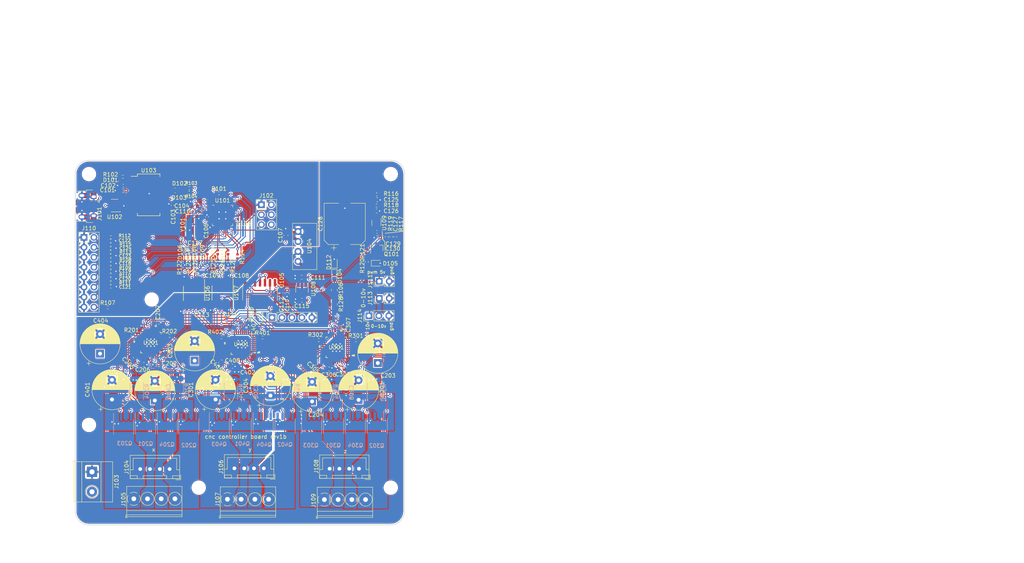
<source format=kicad_pcb>
(kicad_pcb (version 20171130) (host pcbnew 5.1.9)

  (general
    (thickness 1.6)
    (drawings 23)
    (tracks 2217)
    (zones 0)
    (modules 152)
    (nets 167)
  )

  (page USLetter)
  (title_block
    (title "Project Title")
  )

  (layers
    (0 F.Cu signal)
    (1 In1.Cu signal)
    (2 In2.Cu signal)
    (31 B.Cu signal)
    (34 B.Paste user)
    (35 F.Paste user)
    (36 B.SilkS user)
    (37 F.SilkS user)
    (38 B.Mask user)
    (39 F.Mask user)
    (40 Dwgs.User user)
    (44 Edge.Cuts user)
    (45 Margin user)
    (46 B.CrtYd user)
    (47 F.CrtYd user)
    (48 B.Fab user)
    (49 F.Fab user)
  )

  (setup
    (last_trace_width 0.1524)
    (user_trace_width 0.1524)
    (user_trace_width 0.2)
    (user_trace_width 0.25)
    (user_trace_width 0.3)
    (user_trace_width 0.5)
    (user_trace_width 0.75)
    (user_trace_width 1.25)
    (trace_clearance 0.1524)
    (zone_clearance 0.25)
    (zone_45_only no)
    (trace_min 0.1524)
    (via_size 0.6858)
    (via_drill 0.3302)
    (via_min_size 0.6858)
    (via_min_drill 0.3302)
    (user_via 0.6858 0.3302)
    (user_via 0.762 0.4064)
    (user_via 0.8636 0.508)
    (uvia_size 0.6858)
    (uvia_drill 0.3302)
    (uvias_allowed no)
    (uvia_min_size 0)
    (uvia_min_drill 0)
    (edge_width 0.1524)
    (segment_width 0.1524)
    (pcb_text_width 0.1524)
    (pcb_text_size 1.016 1.016)
    (mod_edge_width 0.1524)
    (mod_text_size 1.016 1.016)
    (mod_text_width 0.1524)
    (pad_size 1.524 1.524)
    (pad_drill 0.762)
    (pad_to_mask_clearance 0.0508)
    (solder_mask_min_width 0.1016)
    (pad_to_paste_clearance -0.0762)
    (aux_axis_origin 0 0)
    (grid_origin 55.5 112.5)
    (visible_elements FFFFDF7D)
    (pcbplotparams
      (layerselection 0x310fc_ffffffff)
      (usegerberextensions true)
      (usegerberattributes false)
      (usegerberadvancedattributes false)
      (creategerberjobfile false)
      (excludeedgelayer true)
      (linewidth 0.100000)
      (plotframeref false)
      (viasonmask false)
      (mode 1)
      (useauxorigin false)
      (hpglpennumber 1)
      (hpglpenspeed 20)
      (hpglpendiameter 15.000000)
      (psnegative false)
      (psa4output false)
      (plotreference true)
      (plotvalue true)
      (plotinvisibletext false)
      (padsonsilk false)
      (subtractmaskfromsilk false)
      (outputformat 1)
      (mirror false)
      (drillshape 0)
      (scaleselection 1)
      (outputdirectory "cnc-gerbers"))
  )

  (net 0 "")
  (net 1 GND)
  (net 2 /VUSB)
  (net 3 "Net-(C103-Pad1)")
  (net 4 GND1)
  (net 5 /VCCIO)
  (net 6 /5V_ISO)
  (net 7 /ATMEGA_XTAL1)
  (net 8 /ATMEGA_XTAL2)
  (net 9 /GRST)
  (net 10 /FEED_HOLD)
  (net 11 /CYCLE_START)
  (net 12 /PROBE)
  (net 13 /XLIMIT)
  (net 14 /ZLIMIT)
  (net 15 /YLIMIT)
  (net 16 "Net-(C125-Pad1)")
  (net 17 "Net-(C126-Pad1)")
  (net 18 /SPINDLE_OUT_10V)
  (net 19 "Net-(C127-Pad1)")
  (net 20 "Net-(C128-Pad1)")
  (net 21 /VM)
  (net 22 "Net-(C205-Pad2)")
  (net 23 "Net-(C207-Pad1)")
  (net 24 "Net-(C305-Pad2)")
  (net 25 "Net-(C307-Pad1)")
  (net 26 "Net-(C405-Pad2)")
  (net 27 "Net-(C407-Pad1)")
  (net 28 "Net-(D101-Pad1)")
  (net 29 "Net-(D102-Pad2)")
  (net 30 "Net-(D102-Pad1)")
  (net 31 "Net-(D103-Pad2)")
  (net 32 "Net-(D103-Pad1)")
  (net 33 "Net-(D104-Pad2)")
  (net 34 "Net-(D104-Pad1)")
  (net 35 /ATMEGA_XSTEP)
  (net 36 "Net-(D106-Pad1)")
  (net 37 /ATMEGA_YSTEP)
  (net 38 "Net-(D107-Pad1)")
  (net 39 /ATMEGA_ZSTEP)
  (net 40 "Net-(D108-Pad1)")
  (net 41 /ATMEGA_XDIR)
  (net 42 "Net-(D109-Pad1)")
  (net 43 /ATMEGA_YDIR)
  (net 44 "Net-(D110-Pad1)")
  (net 45 /ATMEGA_ZDIR)
  (net 46 "Net-(D111-Pad1)")
  (net 47 "Net-(J101-Pad4)")
  (net 48 /USBD_P)
  (net 49 /USBD_M)
  (net 50 "Net-(J102-Pad6)")
  (net 51 /ATMEGA_MISO)
  (net 52 /ATMEGA_MOSI)
  (net 53 /ATMEGA_SCK)
  (net 54 /ATMEGA_RSTN)
  (net 55 /X/B-)
  (net 56 /X/B+)
  (net 57 /X/A-)
  (net 58 /X/A+)
  (net 59 /Y/B-)
  (net 60 /Y/B+)
  (net 61 /Y/A-)
  (net 62 /Y/A+)
  (net 63 /Z/B-)
  (net 64 /Z/B+)
  (net 65 /Z/A-)
  (net 66 /Z/A+)
  (net 67 /COOLANT_EN)
  (net 68 /SPINDLE_PWM_ISO)
  (net 69 /ATTINY_RXD)
  (net 70 /ATTINY_TXD)
  (net 71 /ATTINY_UPDI)
  (net 72 "Net-(Q101-Pad1)")
  (net 73 /X/LB1)
  (net 74 "Net-(Q201-Pad3)")
  (net 75 /X/HB1)
  (net 76 /X/LA1)
  (net 77 "Net-(Q202-Pad3)")
  (net 78 /X/HA1)
  (net 79 /X/LB2)
  (net 80 /X/HB2)
  (net 81 /X/LA2)
  (net 82 /X/HA2)
  (net 83 /Z/LB1)
  (net 84 "Net-(Q301-Pad3)")
  (net 85 /Z/HB1)
  (net 86 /Z/LA1)
  (net 87 "Net-(Q302-Pad3)")
  (net 88 /Z/HA1)
  (net 89 /Z/LB2)
  (net 90 /Z/HB2)
  (net 91 /Z/LA2)
  (net 92 /Z/HA2)
  (net 93 /Y/LB1)
  (net 94 "Net-(Q401-Pad3)")
  (net 95 /Y/HB1)
  (net 96 /Y/LA1)
  (net 97 "Net-(Q402-Pad3)")
  (net 98 /Y/HA1)
  (net 99 /Y/LB2)
  (net 100 /Y/HB2)
  (net 101 /Y/LA2)
  (net 102 /Y/HA2)
  (net 103 "Net-(R105-Pad1)")
  (net 104 "Net-(R106-Pad2)")
  (net 105 /ATMEGA_COOLANT_EN)
  (net 106 /ATMEGA_GRBL_RST)
  (net 107 /ATMEGA_FEED_HOLD)
  (net 108 /ATMEGA_CYCLE_START)
  (net 109 /ATMEGA_PROBE)
  (net 110 /ATMEGA_XLIMIT)
  (net 111 /SPINDLE_PWM)
  (net 112 /ATMEGA_YLIMIT)
  (net 113 /X/SRB)
  (net 114 /X/SRA)
  (net 115 /Z/SRA)
  (net 116 /Z/SRB)
  (net 117 /Y/SRA)
  (net 118 /Y/SRB)
  (net 119 /ATMEGA_TXD)
  (net 120 /ATMEGA_RXD)
  (net 121 "Net-(U101-Pad27)")
  (net 122 "Net-(U101-Pad22)")
  (net 123 "Net-(U101-Pad20)")
  (net 124 "Net-(U101-Pad19)")
  (net 125 /ATMEGA_STEP_nEN)
  (net 126 /USBD_M_F)
  (net 127 /USBD_P_F)
  (net 128 "Net-(U103-Pad28)")
  (net 129 "Net-(U103-Pad27)")
  (net 130 "Net-(U103-Pad26)")
  (net 131 "Net-(U103-Pad14)")
  (net 132 "Net-(U103-Pad13)")
  (net 133 "Net-(U103-Pad12)")
  (net 134 "Net-(U103-Pad11)")
  (net 135 "Net-(U103-Pad10)")
  (net 136 "Net-(U103-Pad9)")
  (net 137 "Net-(U103-Pad6)")
  (net 138 "Net-(U103-Pad3)")
  (net 139 "Net-(U103-Pad2)")
  (net 140 /TMC_SCK)
  (net 141 /TMC_SDO)
  (net 142 /TMC_SDI)
  (net 143 "Net-(U105-Pad9)")
  (net 144 "Net-(U105-Pad8)")
  (net 145 "Net-(U105-Pad5)")
  (net 146 /Z_CSN)
  (net 147 /Y_CSN)
  (net 148 /X_CSN)
  (net 149 /STEPPERS_nEN)
  (net 150 /X_STEP)
  (net 151 /X_DIR)
  (net 152 "Net-(U106-Pad7)")
  (net 153 /Y_STEP)
  (net 154 /Y_DIR)
  (net 155 /Z_STEP)
  (net 156 /Z_DIR)
  (net 157 "Net-(U107-Pad7)")
  (net 158 "Net-(U108-Pad4)")
  (net 159 /Y/SDI)
  (net 160 "Net-(U201-Pad26)")
  (net 161 "Net-(U201-Pad27)")
  (net 162 /Z/SDI)
  (net 163 "Net-(U301-Pad26)")
  (net 164 "Net-(U301-Pad27)")
  (net 165 "Net-(U401-Pad26)")
  (net 166 "Net-(U401-Pad27)")

  (net_class Default "This is the default net class."
    (clearance 0.1524)
    (trace_width 0.1524)
    (via_dia 0.6858)
    (via_drill 0.3302)
    (uvia_dia 0.6858)
    (uvia_drill 0.3302)
    (add_net /5V_ISO)
    (add_net /ATMEGA_COOLANT_EN)
    (add_net /ATMEGA_CYCLE_START)
    (add_net /ATMEGA_FEED_HOLD)
    (add_net /ATMEGA_GRBL_RST)
    (add_net /ATMEGA_MISO)
    (add_net /ATMEGA_MOSI)
    (add_net /ATMEGA_PROBE)
    (add_net /ATMEGA_RSTN)
    (add_net /ATMEGA_RXD)
    (add_net /ATMEGA_SCK)
    (add_net /ATMEGA_STEP_nEN)
    (add_net /ATMEGA_TXD)
    (add_net /ATMEGA_XDIR)
    (add_net /ATMEGA_XLIMIT)
    (add_net /ATMEGA_XSTEP)
    (add_net /ATMEGA_XTAL1)
    (add_net /ATMEGA_XTAL2)
    (add_net /ATMEGA_YDIR)
    (add_net /ATMEGA_YLIMIT)
    (add_net /ATMEGA_YSTEP)
    (add_net /ATMEGA_ZDIR)
    (add_net /ATMEGA_ZSTEP)
    (add_net /ATTINY_RXD)
    (add_net /ATTINY_TXD)
    (add_net /ATTINY_UPDI)
    (add_net /COOLANT_EN)
    (add_net /CYCLE_START)
    (add_net /FEED_HOLD)
    (add_net /GRST)
    (add_net /PROBE)
    (add_net /SPINDLE_OUT_10V)
    (add_net /SPINDLE_PWM)
    (add_net /SPINDLE_PWM_ISO)
    (add_net /STEPPERS_nEN)
    (add_net /TMC_SCK)
    (add_net /TMC_SDI)
    (add_net /TMC_SDO)
    (add_net /USBD_M)
    (add_net /USBD_M_F)
    (add_net /USBD_P)
    (add_net /USBD_P_F)
    (add_net /VCCIO)
    (add_net /VM)
    (add_net /VUSB)
    (add_net /X/A+)
    (add_net /X/A-)
    (add_net /X/B+)
    (add_net /X/B-)
    (add_net /X/HA1)
    (add_net /X/HA2)
    (add_net /X/HB1)
    (add_net /X/HB2)
    (add_net /X/LA1)
    (add_net /X/LA2)
    (add_net /X/LB1)
    (add_net /X/LB2)
    (add_net /X/SRA)
    (add_net /X/SRB)
    (add_net /XLIMIT)
    (add_net /X_CSN)
    (add_net /X_DIR)
    (add_net /X_STEP)
    (add_net /Y/A+)
    (add_net /Y/A-)
    (add_net /Y/B+)
    (add_net /Y/B-)
    (add_net /Y/HA1)
    (add_net /Y/HA2)
    (add_net /Y/HB1)
    (add_net /Y/HB2)
    (add_net /Y/LA1)
    (add_net /Y/LA2)
    (add_net /Y/LB1)
    (add_net /Y/LB2)
    (add_net /Y/SDI)
    (add_net /Y/SRA)
    (add_net /Y/SRB)
    (add_net /YLIMIT)
    (add_net /Y_CSN)
    (add_net /Y_DIR)
    (add_net /Y_STEP)
    (add_net /Z/A+)
    (add_net /Z/A-)
    (add_net /Z/B+)
    (add_net /Z/B-)
    (add_net /Z/HA1)
    (add_net /Z/HA2)
    (add_net /Z/HB1)
    (add_net /Z/HB2)
    (add_net /Z/LA1)
    (add_net /Z/LA2)
    (add_net /Z/LB1)
    (add_net /Z/LB2)
    (add_net /Z/SDI)
    (add_net /Z/SRA)
    (add_net /Z/SRB)
    (add_net /ZLIMIT)
    (add_net /Z_CSN)
    (add_net /Z_DIR)
    (add_net /Z_STEP)
    (add_net GND)
    (add_net GND1)
    (add_net "Net-(C103-Pad1)")
    (add_net "Net-(C125-Pad1)")
    (add_net "Net-(C126-Pad1)")
    (add_net "Net-(C127-Pad1)")
    (add_net "Net-(C128-Pad1)")
    (add_net "Net-(C205-Pad2)")
    (add_net "Net-(C207-Pad1)")
    (add_net "Net-(C305-Pad2)")
    (add_net "Net-(C307-Pad1)")
    (add_net "Net-(C405-Pad2)")
    (add_net "Net-(C407-Pad1)")
    (add_net "Net-(D101-Pad1)")
    (add_net "Net-(D102-Pad1)")
    (add_net "Net-(D102-Pad2)")
    (add_net "Net-(D103-Pad1)")
    (add_net "Net-(D103-Pad2)")
    (add_net "Net-(D104-Pad1)")
    (add_net "Net-(D104-Pad2)")
    (add_net "Net-(D106-Pad1)")
    (add_net "Net-(D107-Pad1)")
    (add_net "Net-(D108-Pad1)")
    (add_net "Net-(D109-Pad1)")
    (add_net "Net-(D110-Pad1)")
    (add_net "Net-(D111-Pad1)")
    (add_net "Net-(J101-Pad4)")
    (add_net "Net-(J102-Pad6)")
    (add_net "Net-(Q101-Pad1)")
    (add_net "Net-(Q201-Pad3)")
    (add_net "Net-(Q202-Pad3)")
    (add_net "Net-(Q301-Pad3)")
    (add_net "Net-(Q302-Pad3)")
    (add_net "Net-(Q401-Pad3)")
    (add_net "Net-(Q402-Pad3)")
    (add_net "Net-(R105-Pad1)")
    (add_net "Net-(R106-Pad2)")
    (add_net "Net-(U101-Pad19)")
    (add_net "Net-(U101-Pad20)")
    (add_net "Net-(U101-Pad22)")
    (add_net "Net-(U101-Pad27)")
    (add_net "Net-(U103-Pad10)")
    (add_net "Net-(U103-Pad11)")
    (add_net "Net-(U103-Pad12)")
    (add_net "Net-(U103-Pad13)")
    (add_net "Net-(U103-Pad14)")
    (add_net "Net-(U103-Pad2)")
    (add_net "Net-(U103-Pad26)")
    (add_net "Net-(U103-Pad27)")
    (add_net "Net-(U103-Pad28)")
    (add_net "Net-(U103-Pad3)")
    (add_net "Net-(U103-Pad6)")
    (add_net "Net-(U103-Pad9)")
    (add_net "Net-(U105-Pad5)")
    (add_net "Net-(U105-Pad8)")
    (add_net "Net-(U105-Pad9)")
    (add_net "Net-(U106-Pad7)")
    (add_net "Net-(U107-Pad7)")
    (add_net "Net-(U108-Pad4)")
    (add_net "Net-(U201-Pad26)")
    (add_net "Net-(U201-Pad27)")
    (add_net "Net-(U301-Pad26)")
    (add_net "Net-(U301-Pad27)")
    (add_net "Net-(U401-Pad26)")
    (add_net "Net-(U401-Pad27)")
  )

  (module cnc-controller:TMC2590-TA (layer F.Cu) (tedit 60540368) (tstamp 5FFB4285)
    (at 56.9 144.4 180)
    (path /5FFE73A4/60498915)
    (fp_text reference U401 (at 0 0) (layer F.SilkS)
      (effects (font (size 1 1) (thickness 0.15)))
    )
    (fp_text value TMC2590-TA (at 0 0) (layer F.SilkS) hide
      (effects (font (size 1 1) (thickness 0.15)))
    )
    (fp_text user * (at -2.1209 -2) (layer F.Fab)
      (effects (font (size 1 1) (thickness 0.15)))
    )
    (fp_text user * (at -4.4958 -2.381) (layer F.SilkS)
      (effects (font (size 1 1) (thickness 0.15)))
    )
    (fp_text user * (at -2.1209 -2) (layer F.Fab)
      (effects (font (size 1 1) (thickness 0.15)))
    )
    (fp_text user * (at -4.4958 -2.381) (layer F.SilkS)
      (effects (font (size 1 1) (thickness 0.15)))
    )
    (fp_text user "Copyright 2016 Accelerated Designs. All rights reserved." (at 0 0) (layer Cmts.User)
      (effects (font (size 0.127 0.127) (thickness 0.002)))
    )
    (fp_line (start -2.1183 2.7559) (end -2.7559 2.7559) (layer F.CrtYd) (width 0.1524))
    (fp_line (start -2.1183 4.1148) (end -2.1183 2.7559) (layer F.CrtYd) (width 0.1524))
    (fp_line (start 2.1183 4.1148) (end -2.1183 4.1148) (layer F.CrtYd) (width 0.1524))
    (fp_line (start 2.1183 2.7559) (end 2.1183 4.1148) (layer F.CrtYd) (width 0.1524))
    (fp_line (start 2.7559 2.7559) (end 2.1183 2.7559) (layer F.CrtYd) (width 0.1524))
    (fp_line (start 2.7559 2.1183) (end 2.7559 2.7559) (layer F.CrtYd) (width 0.1524))
    (fp_line (start 4.1148 2.1183) (end 2.7559 2.1183) (layer F.CrtYd) (width 0.1524))
    (fp_line (start 4.1148 -2.1183) (end 4.1148 2.1183) (layer F.CrtYd) (width 0.1524))
    (fp_line (start 2.7559 -2.1183) (end 4.1148 -2.1183) (layer F.CrtYd) (width 0.1524))
    (fp_line (start 2.7559 -2.7559) (end 2.7559 -2.1183) (layer F.CrtYd) (width 0.1524))
    (fp_line (start 2.1183 -2.7559) (end 2.7559 -2.7559) (layer F.CrtYd) (width 0.1524))
    (fp_line (start 2.1183 -4.1148) (end 2.1183 -2.7559) (layer F.CrtYd) (width 0.1524))
    (fp_line (start -2.1183 -4.1148) (end 2.1183 -4.1148) (layer F.CrtYd) (width 0.1524))
    (fp_line (start -2.1183 -2.7559) (end -2.1183 -4.1148) (layer F.CrtYd) (width 0.1524))
    (fp_line (start -2.7559 -2.7559) (end -2.1183 -2.7559) (layer F.CrtYd) (width 0.1524))
    (fp_line (start -2.7559 -2.1183) (end -2.7559 -2.7559) (layer F.CrtYd) (width 0.1524))
    (fp_line (start -4.1148 -2.1183) (end -2.7559 -2.1183) (layer F.CrtYd) (width 0.1524))
    (fp_line (start -4.1148 2.1183) (end -4.1148 -2.1183) (layer F.CrtYd) (width 0.1524))
    (fp_line (start -2.7559 2.1183) (end -4.1148 2.1183) (layer F.CrtYd) (width 0.1524))
    (fp_line (start -2.7559 2.7559) (end -2.7559 2.1183) (layer F.CrtYd) (width 0.1524))
    (fp_line (start -0.559501 -4.1148) (end -0.940501 -4.1148) (layer F.SilkS) (width 0.1524))
    (fp_line (start -0.559501 -4.3688) (end -0.559501 -4.1148) (layer F.SilkS) (width 0.1524))
    (fp_line (start -0.940501 -4.3688) (end -0.559501 -4.3688) (layer F.SilkS) (width 0.1524))
    (fp_line (start -0.940501 -4.1148) (end -0.940501 -4.3688) (layer F.SilkS) (width 0.1524))
    (fp_line (start 4.1148 0.059499) (end 4.3688 0.059499) (layer F.SilkS) (width 0.1524))
    (fp_line (start 4.1148 0.4405) (end 4.1148 0.059499) (layer F.SilkS) (width 0.1524))
    (fp_line (start 4.3688 0.4405) (end 4.1148 0.4405) (layer F.SilkS) (width 0.1524))
    (fp_line (start 4.3688 0.059499) (end 4.3688 0.4405) (layer F.SilkS) (width 0.1524))
    (fp_line (start -1.0595 4.1148) (end -1.4405 4.1148) (layer F.SilkS) (width 0.1524))
    (fp_line (start -1.0595 4.3688) (end -1.0595 4.1148) (layer F.SilkS) (width 0.1524))
    (fp_line (start -1.4405 4.3688) (end -1.0595 4.3688) (layer F.SilkS) (width 0.1524))
    (fp_line (start -1.4405 4.1148) (end -1.4405 4.3688) (layer F.SilkS) (width 0.1524))
    (fp_line (start -2.197039 -2.6289) (end -2.6289 -2.6289) (layer F.SilkS) (width 0.1524))
    (fp_line (start 2.6289 -2.197039) (end 2.6289 -2.6289) (layer F.SilkS) (width 0.1524))
    (fp_line (start 2.197039 2.6289) (end 2.6289 2.6289) (layer F.SilkS) (width 0.1524))
    (fp_line (start -2.5019 2.5019) (end -2.5019 2.5019) (layer F.Fab) (width 0.1524))
    (fp_line (start -2.5019 -2.5019) (end -2.5019 2.5019) (layer F.Fab) (width 0.1524))
    (fp_line (start -2.5019 -2.5019) (end -2.5019 -2.5019) (layer F.Fab) (width 0.1524))
    (fp_line (start 2.5019 -2.5019) (end -2.5019 -2.5019) (layer F.Fab) (width 0.1524))
    (fp_line (start 2.5019 -2.5019) (end 2.5019 -2.5019) (layer F.Fab) (width 0.1524))
    (fp_line (start 2.5019 2.5019) (end 2.5019 -2.5019) (layer F.Fab) (width 0.1524))
    (fp_line (start 2.5019 2.5019) (end 2.5019 2.5019) (layer F.Fab) (width 0.1524))
    (fp_line (start -2.5019 2.5019) (end 2.5019 2.5019) (layer F.Fab) (width 0.1524))
    (fp_line (start -2.6289 2.197039) (end -2.6289 2.6289) (layer F.SilkS) (width 0.1524))
    (fp_line (start -2.6289 -2.6289) (end -2.6289 -2.197039) (layer F.SilkS) (width 0.1524))
    (fp_line (start 2.6289 -2.6289) (end 2.197039 -2.6289) (layer F.SilkS) (width 0.1524))
    (fp_line (start 2.6289 2.6289) (end 2.6289 2.197039) (layer F.SilkS) (width 0.1524))
    (fp_line (start -2.6289 2.6289) (end -2.197039 2.6289) (layer F.SilkS) (width 0.1524))
    (fp_line (start -2.5019 -1.2319) (end -1.2319 -2.5019) (layer F.Fab) (width 0.1524))
    (fp_line (start 3.5052 -1.8897) (end 2.5019 -1.8897) (layer F.Fab) (width 0.1524))
    (fp_line (start 3.5052 -1.6103) (end 3.5052 -1.8897) (layer F.Fab) (width 0.1524))
    (fp_line (start 2.5019 -1.6103) (end 3.5052 -1.6103) (layer F.Fab) (width 0.1524))
    (fp_line (start 2.5019 -1.8897) (end 2.5019 -1.6103) (layer F.Fab) (width 0.1524))
    (fp_line (start 3.5052 -1.3897) (end 2.5019 -1.3897) (layer F.Fab) (width 0.1524))
    (fp_line (start 3.5052 -1.1103) (end 3.5052 -1.3897) (layer F.Fab) (width 0.1524))
    (fp_line (start 2.5019 -1.1103) (end 3.5052 -1.1103) (layer F.Fab) (width 0.1524))
    (fp_line (start 2.5019 -1.3897) (end 2.5019 -1.1103) (layer F.Fab) (width 0.1524))
    (fp_line (start 3.5052 -0.8897) (end 2.5019 -0.8897) (layer F.Fab) (width 0.1524))
    (fp_line (start 3.5052 -0.6103) (end 3.5052 -0.8897) (layer F.Fab) (width 0.1524))
    (fp_line (start 2.5019 -0.6103) (end 3.5052 -0.6103) (layer F.Fab) (width 0.1524))
    (fp_line (start 2.5019 -0.8897) (end 2.5019 -0.6103) (layer F.Fab) (width 0.1524))
    (fp_line (start 3.5052 -0.3897) (end 2.5019 -0.3897) (layer F.Fab) (width 0.1524))
    (fp_line (start 3.5052 -0.1103) (end 3.5052 -0.3897) (layer F.Fab) (width 0.1524))
    (fp_line (start 2.5019 -0.1103) (end 3.5052 -0.1103) (layer F.Fab) (width 0.1524))
    (fp_line (start 2.5019 -0.3897) (end 2.5019 -0.1103) (layer F.Fab) (width 0.1524))
    (fp_line (start 3.5052 0.1103) (end 2.5019 0.1103) (layer F.Fab) (width 0.1524))
    (fp_line (start 3.5052 0.3897) (end 3.5052 0.1103) (layer F.Fab) (width 0.1524))
    (fp_line (start 2.5019 0.3897) (end 3.5052 0.3897) (layer F.Fab) (width 0.1524))
    (fp_line (start 2.5019 0.1103) (end 2.5019 0.3897) (layer F.Fab) (width 0.1524))
    (fp_line (start 3.5052 0.6103) (end 2.5019 0.6103) (layer F.Fab) (width 0.1524))
    (fp_line (start 3.5052 0.8897) (end 3.5052 0.6103) (layer F.Fab) (width 0.1524))
    (fp_line (start 2.5019 0.8897) (end 3.5052 0.8897) (layer F.Fab) (width 0.1524))
    (fp_line (start 2.5019 0.6103) (end 2.5019 0.8897) (layer F.Fab) (width 0.1524))
    (fp_line (start 3.5052 1.1103) (end 2.5019 1.1103) (layer F.Fab) (width 0.1524))
    (fp_line (start 3.5052 1.3897) (end 3.5052 1.1103) (layer F.Fab) (width 0.1524))
    (fp_line (start 2.5019 1.3897) (end 3.5052 1.3897) (layer F.Fab) (width 0.1524))
    (fp_line (start 2.5019 1.1103) (end 2.5019 1.3897) (layer F.Fab) (width 0.1524))
    (fp_line (start 3.5052 1.6103) (end 2.5019 1.6103) (layer F.Fab) (width 0.1524))
    (fp_line (start 3.5052 1.8897) (end 3.5052 1.6103) (layer F.Fab) (width 0.1524))
    (fp_line (start 2.5019 1.8897) (end 3.5052 1.8897) (layer F.Fab) (width 0.1524))
    (fp_line (start 2.5019 1.6103) (end 2.5019 1.8897) (layer F.Fab) (width 0.1524))
    (fp_line (start 1.8897 3.5052) (end 1.8897 2.5019) (layer F.Fab) (width 0.1524))
    (fp_line (start 1.6103 3.5052) (end 1.8897 3.5052) (layer F.Fab) (width 0.1524))
    (fp_line (start 1.6103 2.5019) (end 1.6103 3.5052) (layer F.Fab) (width 0.1524))
    (fp_line (start 1.8897 2.5019) (end 1.6103 2.5019) (layer F.Fab) (width 0.1524))
    (fp_line (start 1.3897 3.5052) (end 1.3897 2.5019) (layer F.Fab) (width 0.1524))
    (fp_line (start 1.1103 3.5052) (end 1.3897 3.5052) (layer F.Fab) (width 0.1524))
    (fp_line (start 1.1103 2.5019) (end 1.1103 3.5052) (layer F.Fab) (width 0.1524))
    (fp_line (start 1.3897 2.5019) (end 1.1103 2.5019) (layer F.Fab) (width 0.1524))
    (fp_line (start 0.8897 3.5052) (end 0.8897 2.5019) (layer F.Fab) (width 0.1524))
    (fp_line (start 0.6103 3.5052) (end 0.8897 3.5052) (layer F.Fab) (width 0.1524))
    (fp_line (start 0.6103 2.5019) (end 0.6103 3.5052) (layer F.Fab) (width 0.1524))
    (fp_line (start 0.8897 2.5019) (end 0.6103 2.5019) (layer F.Fab) (width 0.1524))
    (fp_line (start 0.3897 3.5052) (end 0.3897 2.5019) (layer F.Fab) (width 0.1524))
    (fp_line (start 0.1103 3.5052) (end 0.3897 3.5052) (layer F.Fab) (width 0.1524))
    (fp_line (start 0.1103 2.5019) (end 0.1103 3.5052) (layer F.Fab) (width 0.1524))
    (fp_line (start 0.3897 2.5019) (end 0.1103 2.5019) (layer F.Fab) (width 0.1524))
    (fp_line (start -0.1103 3.5052) (end -0.1103 2.5019) (layer F.Fab) (width 0.1524))
    (fp_line (start -0.3897 3.5052) (end -0.1103 3.5052) (layer F.Fab) (width 0.1524))
    (fp_line (start -0.3897 2.5019) (end -0.3897 3.5052) (layer F.Fab) (width 0.1524))
    (fp_line (start -0.1103 2.5019) (end -0.3897 2.5019) (layer F.Fab) (width 0.1524))
    (fp_line (start -0.6103 3.5052) (end -0.6103 2.5019) (layer F.Fab) (width 0.1524))
    (fp_line (start -0.8897 3.5052) (end -0.6103 3.5052) (layer F.Fab) (width 0.1524))
    (fp_line (start -0.8897 2.5019) (end -0.8897 3.5052) (layer F.Fab) (width 0.1524))
    (fp_line (start -0.6103 2.5019) (end -0.8897 2.5019) (layer F.Fab) (width 0.1524))
    (fp_line (start -1.1103 3.5052) (end -1.1103 2.5019) (layer F.Fab) (width 0.1524))
    (fp_line (start -1.3897 3.5052) (end -1.1103 3.5052) (layer F.Fab) (width 0.1524))
    (fp_line (start -1.3897 2.5019) (end -1.3897 3.5052) (layer F.Fab) (width 0.1524))
    (fp_line (start -1.1103 2.5019) (end -1.3897 2.5019) (layer F.Fab) (width 0.1524))
    (fp_line (start -1.6103 3.5052) (end -1.6103 2.5019) (layer F.Fab) (width 0.1524))
    (fp_line (start -1.8897 3.5052) (end -1.6103 3.5052) (layer F.Fab) (width 0.1524))
    (fp_line (start -1.8897 2.5019) (end -1.8897 3.5052) (layer F.Fab) (width 0.1524))
    (fp_line (start -1.6103 2.5019) (end -1.8897 2.5019) (layer F.Fab) (width 0.1524))
    (fp_line (start -3.5052 1.8897) (end -2.5019 1.8897) (layer F.Fab) (width 0.1524))
    (fp_line (start -3.5052 1.6103) (end -3.5052 1.8897) (layer F.Fab) (width 0.1524))
    (fp_line (start -2.5019 1.6103) (end -3.5052 1.6103) (layer F.Fab) (width 0.1524))
    (fp_line (start -2.5019 1.8897) (end -2.5019 1.6103) (layer F.Fab) (width 0.1524))
    (fp_line (start -3.5052 1.3897) (end -2.5019 1.3897) (layer F.Fab) (width 0.1524))
    (fp_line (start -3.5052 1.1103) (end -3.5052 1.3897) (layer F.Fab) (width 0.1524))
    (fp_line (start -2.5019 1.1103) (end -3.5052 1.1103) (layer F.Fab) (width 0.1524))
    (fp_line (start -2.5019 1.3897) (end -2.5019 1.1103) (layer F.Fab) (width 0.1524))
    (fp_line (start -3.5052 0.8897) (end -2.5019 0.8897) (layer F.Fab) (width 0.1524))
    (fp_line (start -3.5052 0.6103) (end -3.5052 0.8897) (layer F.Fab) (width 0.1524))
    (fp_line (start -2.5019 0.6103) (end -3.5052 0.6103) (layer F.Fab) (width 0.1524))
    (fp_line (start -2.5019 0.8897) (end -2.5019 0.6103) (layer F.Fab) (width 0.1524))
    (fp_line (start -3.5052 0.3897) (end -2.5019 0.3897) (layer F.Fab) (width 0.1524))
    (fp_line (start -3.5052 0.1103) (end -3.5052 0.3897) (layer F.Fab) (width 0.1524))
    (fp_line (start -2.5019 0.1103) (end -3.5052 0.1103) (layer F.Fab) (width 0.1524))
    (fp_line (start -2.5019 0.3897) (end -2.5019 0.1103) (layer F.Fab) (width 0.1524))
    (fp_line (start -3.5052 -0.1103) (end -2.5019 -0.1103) (layer F.Fab) (width 0.1524))
    (fp_line (start -3.5052 -0.3897) (end -3.5052 -0.1103) (layer F.Fab) (width 0.1524))
    (fp_line (start -2.5019 -0.3897) (end -3.5052 -0.3897) (layer F.Fab) (width 0.1524))
    (fp_line (start -2.5019 -0.1103) (end -2.5019 -0.3897) (layer F.Fab) (width 0.1524))
    (fp_line (start -3.5052 -0.6103) (end -2.5019 -0.6103) (layer F.Fab) (width 0.1524))
    (fp_line (start -3.5052 -0.8897) (end -3.5052 -0.6103) (layer F.Fab) (width 0.1524))
    (fp_line (start -2.5019 -0.8897) (end -3.5052 -0.8897) (layer F.Fab) (width 0.1524))
    (fp_line (start -2.5019 -0.6103) (end -2.5019 -0.8897) (layer F.Fab) (width 0.1524))
    (fp_line (start -3.5052 -1.1103) (end -2.5019 -1.1103) (layer F.Fab) (width 0.1524))
    (fp_line (start -3.5052 -1.3897) (end -3.5052 -1.1103) (layer F.Fab) (width 0.1524))
    (fp_line (start -2.5019 -1.3897) (end -3.5052 -1.3897) (layer F.Fab) (width 0.1524))
    (fp_line (start -2.5019 -1.1103) (end -2.5019 -1.3897) (layer F.Fab) (width 0.1524))
    (fp_line (start -3.5052 -1.6103) (end -2.5019 -1.6103) (layer F.Fab) (width 0.1524))
    (fp_line (start -3.5052 -1.8897) (end -3.5052 -1.6103) (layer F.Fab) (width 0.1524))
    (fp_line (start -2.5019 -1.8897) (end -3.5052 -1.8897) (layer F.Fab) (width 0.1524))
    (fp_line (start -2.5019 -1.6103) (end -2.5019 -1.8897) (layer F.Fab) (width 0.1524))
    (fp_line (start -1.8897 -3.5052) (end -1.8897 -2.5019) (layer F.Fab) (width 0.1524))
    (fp_line (start -1.6103 -3.5052) (end -1.8897 -3.5052) (layer F.Fab) (width 0.1524))
    (fp_line (start -1.6103 -2.5019) (end -1.6103 -3.5052) (layer F.Fab) (width 0.1524))
    (fp_line (start -1.8897 -2.5019) (end -1.6103 -2.5019) (layer F.Fab) (width 0.1524))
    (fp_line (start -1.3897 -3.5052) (end -1.3897 -2.5019) (layer F.Fab) (width 0.1524))
    (fp_line (start -1.1103 -3.5052) (end -1.3897 -3.5052) (layer F.Fab) (width 0.1524))
    (fp_line (start -1.1103 -2.5019) (end -1.1103 -3.5052) (layer F.Fab) (width 0.1524))
    (fp_line (start -1.3897 -2.5019) (end -1.1103 -2.5019) (layer F.Fab) (width 0.1524))
    (fp_line (start -0.8897 -3.5052) (end -0.8897 -2.5019) (layer F.Fab) (width 0.1524))
    (fp_line (start -0.6103 -3.5052) (end -0.8897 -3.5052) (layer F.Fab) (width 0.1524))
    (fp_line (start -0.6103 -2.5019) (end -0.6103 -3.5052) (layer F.Fab) (width 0.1524))
    (fp_line (start -0.8897 -2.5019) (end -0.6103 -2.5019) (layer F.Fab) (width 0.1524))
    (fp_line (start -0.3897 -3.5052) (end -0.3897 -2.5019) (layer F.Fab) (width 0.1524))
    (fp_line (start -0.1103 -3.5052) (end -0.3897 -3.5052) (layer F.Fab) (width 0.1524))
    (fp_line (start -0.1103 -2.5019) (end -0.1103 -3.5052) (layer F.Fab) (width 0.1524))
    (fp_line (start -0.3897 -2.5019) (end -0.1103 -2.5019) (layer F.Fab) (width 0.1524))
    (fp_line (start 0.1103 -3.5052) (end 0.1103 -2.5019) (layer F.Fab) (width 0.1524))
    (fp_line (start 0.3897 -3.5052) (end 0.1103 -3.5052) (layer F.Fab) (width 0.1524))
    (fp_line (start 0.3897 -2.5019) (end 0.3897 -3.5052) (layer F.Fab) (width 0.1524))
    (fp_line (start 0.1103 -2.5019) (end 0.3897 -2.5019) (layer F.Fab) (width 0.1524))
    (fp_line (start 0.6103 -3.5052) (end 0.6103 -2.5019) (layer F.Fab) (width 0.1524))
    (fp_line (start 0.8897 -3.5052) (end 0.6103 -3.5052) (layer F.Fab) (width 0.1524))
    (fp_line (start 0.8897 -2.5019) (end 0.8897 -3.5052) (layer F.Fab) (width 0.1524))
    (fp_line (start 0.6103 -2.5019) (end 0.8897 -2.5019) (layer F.Fab) (width 0.1524))
    (fp_line (start 1.1103 -3.5052) (end 1.1103 -2.5019) (layer F.Fab) (width 0.1524))
    (fp_line (start 1.3897 -3.5052) (end 1.1103 -3.5052) (layer F.Fab) (width 0.1524))
    (fp_line (start 1.3897 -2.5019) (end 1.3897 -3.5052) (layer F.Fab) (width 0.1524))
    (fp_line (start 1.1103 -2.5019) (end 1.3897 -2.5019) (layer F.Fab) (width 0.1524))
    (fp_line (start 1.6103 -3.5052) (end 1.6103 -2.5019) (layer F.Fab) (width 0.1524))
    (fp_line (start 1.8897 -3.5052) (end 1.6103 -3.5052) (layer F.Fab) (width 0.1524))
    (fp_line (start 1.8897 -2.5019) (end 1.8897 -3.5052) (layer F.Fab) (width 0.1524))
    (fp_line (start 1.6103 -2.5019) (end 1.8897 -2.5019) (layer F.Fab) (width 0.1524))
    (pad 33 smd rect (at 0 0 180) (size 2.8 2.8) (layers F.Cu F.Paste F.Mask)
      (net 4 GND1))
    (pad 32 smd rect (at -1.749999 -3.1242 180) (size 0.2286 1.4732) (layers F.Cu F.Paste F.Mask)
      (net 4 GND1))
    (pad 31 smd rect (at -1.25 -3.1242 180) (size 0.2286 1.4732) (layers F.Cu F.Paste F.Mask)
      (net 153 /Y_STEP))
    (pad 30 smd rect (at -0.750001 -3.1242 180) (size 0.2286 1.4732) (layers F.Cu F.Paste F.Mask)
      (net 154 /Y_DIR))
    (pad 29 smd rect (at -0.25 -3.1242 180) (size 0.2286 1.4732) (layers F.Cu F.Paste F.Mask)
      (net 5 /VCCIO))
    (pad 28 smd rect (at 0.25 -3.1242 180) (size 0.2286 1.4732) (layers F.Cu F.Paste F.Mask)
      (net 4 GND1))
    (pad 27 smd rect (at 0.750001 -3.1242 180) (size 0.2286 1.4732) (layers F.Cu F.Paste F.Mask)
      (net 166 "Net-(U401-Pad27)"))
    (pad 26 smd rect (at 1.25 -3.1242 180) (size 0.2286 1.4732) (layers F.Cu F.Paste F.Mask)
      (net 165 "Net-(U401-Pad26)"))
    (pad 25 smd rect (at 1.749999 -3.1242 180) (size 0.2286 1.4732) (layers F.Cu F.Paste F.Mask)
      (net 21 /VM))
    (pad 24 smd rect (at 3.1242 -1.749999 270) (size 0.2286 1.4732) (layers F.Cu F.Paste F.Mask)
      (net 26 "Net-(C405-Pad2)"))
    (pad 23 smd rect (at 3.1242 -1.25 270) (size 0.2286 1.4732) (layers F.Cu F.Paste F.Mask)
      (net 95 /Y/HB1))
    (pad 22 smd rect (at 3.1242 -0.750001 270) (size 0.2286 1.4732) (layers F.Cu F.Paste F.Mask)
      (net 100 /Y/HB2))
    (pad 21 smd rect (at 3.1242 -0.25 270) (size 0.2286 1.4732) (layers F.Cu F.Paste F.Mask)
      (net 60 /Y/B+))
    (pad 20 smd rect (at 3.1242 0.25 270) (size 0.2286 1.4732) (layers F.Cu F.Paste F.Mask)
      (net 59 /Y/B-))
    (pad 19 smd rect (at 3.1242 0.750001 270) (size 0.2286 1.4732) (layers F.Cu F.Paste F.Mask)
      (net 93 /Y/LB1))
    (pad 18 smd rect (at 3.1242 1.25 270) (size 0.2286 1.4732) (layers F.Cu F.Paste F.Mask)
      (net 99 /Y/LB2))
    (pad 17 smd rect (at 3.1242 1.749999 270) (size 0.2286 1.4732) (layers F.Cu F.Paste F.Mask)
      (net 118 /Y/SRB))
    (pad 16 smd rect (at 1.749999 3.1242 180) (size 0.2286 1.4732) (layers F.Cu F.Paste F.Mask)
      (net 4 GND1))
    (pad 15 smd rect (at 1.25 3.1242 180) (size 0.2286 1.4732) (layers F.Cu F.Paste F.Mask)
      (net 149 /STEPPERS_nEN))
    (pad 14 smd rect (at 0.750001 3.1242 180) (size 0.2286 1.4732) (layers F.Cu F.Paste F.Mask)
      (net 147 /Y_CSN))
    (pad 13 smd rect (at 0.25 3.1242 180) (size 0.2286 1.4732) (layers F.Cu F.Paste F.Mask)
      (net 4 GND1))
    (pad 12 smd rect (at -0.25 3.1242 180) (size 0.2286 1.4732) (layers F.Cu F.Paste F.Mask)
      (net 140 /TMC_SCK))
    (pad 11 smd rect (at -0.750001 3.1242 180) (size 0.2286 1.4732) (layers F.Cu F.Paste F.Mask)
      (net 159 /Y/SDI))
    (pad 10 smd rect (at -1.25 3.1242 180) (size 0.2286 1.4732) (layers F.Cu F.Paste F.Mask)
      (net 162 /Z/SDI))
    (pad 9 smd rect (at -1.749999 3.1242 180) (size 0.2286 1.4732) (layers F.Cu F.Paste F.Mask)
      (net 27 "Net-(C407-Pad1)"))
    (pad 8 smd rect (at -3.1242 1.749999 270) (size 0.2286 1.4732) (layers F.Cu F.Paste F.Mask)
      (net 117 /Y/SRA))
    (pad 7 smd rect (at -3.1242 1.25 270) (size 0.2286 1.4732) (layers F.Cu F.Paste F.Mask)
      (net 101 /Y/LA2))
    (pad 6 smd rect (at -3.1242 0.750001 270) (size 0.2286 1.4732) (layers F.Cu F.Paste F.Mask)
      (net 96 /Y/LA1))
    (pad 5 smd rect (at -3.1242 0.25 270) (size 0.2286 1.4732) (layers F.Cu F.Paste F.Mask)
      (net 61 /Y/A-))
    (pad 4 smd rect (at -3.1242 -0.25 270) (size 0.2286 1.4732) (layers F.Cu F.Paste F.Mask)
      (net 62 /Y/A+))
    (pad 3 smd rect (at -3.1242 -0.750001 270) (size 0.2286 1.4732) (layers F.Cu F.Paste F.Mask)
      (net 102 /Y/HA2))
    (pad 2 smd rect (at -3.1242 -1.25 270) (size 0.2286 1.4732) (layers F.Cu F.Paste F.Mask)
      (net 98 /Y/HA1))
    (pad 1 smd rect (at -3.1242 -1.749999 270) (size 0.2286 1.4732) (layers F.Cu F.Paste F.Mask)
      (net 4 GND1))
  )

  (module cnc-controller:TMC2590-TA (layer F.Cu) (tedit 60540368) (tstamp 5FFB4240)
    (at 81.1 145.2 180)
    (path /5FFE8631/60498915)
    (fp_text reference U301 (at 0 0) (layer F.SilkS)
      (effects (font (size 1 1) (thickness 0.15)))
    )
    (fp_text value TMC2590-TA (at 0 0) (layer F.SilkS) hide
      (effects (font (size 1 1) (thickness 0.15)))
    )
    (fp_text user * (at -2.1209 -2) (layer F.Fab)
      (effects (font (size 1 1) (thickness 0.15)))
    )
    (fp_text user * (at -4.4958 -2.381) (layer F.SilkS)
      (effects (font (size 1 1) (thickness 0.15)))
    )
    (fp_text user * (at -2.1209 -2) (layer F.Fab)
      (effects (font (size 1 1) (thickness 0.15)))
    )
    (fp_text user * (at -4.4958 -2.381) (layer F.SilkS)
      (effects (font (size 1 1) (thickness 0.15)))
    )
    (fp_text user "Copyright 2016 Accelerated Designs. All rights reserved." (at 0 0) (layer Cmts.User)
      (effects (font (size 0.127 0.127) (thickness 0.002)))
    )
    (fp_line (start -2.1183 2.7559) (end -2.7559 2.7559) (layer F.CrtYd) (width 0.1524))
    (fp_line (start -2.1183 4.1148) (end -2.1183 2.7559) (layer F.CrtYd) (width 0.1524))
    (fp_line (start 2.1183 4.1148) (end -2.1183 4.1148) (layer F.CrtYd) (width 0.1524))
    (fp_line (start 2.1183 2.7559) (end 2.1183 4.1148) (layer F.CrtYd) (width 0.1524))
    (fp_line (start 2.7559 2.7559) (end 2.1183 2.7559) (layer F.CrtYd) (width 0.1524))
    (fp_line (start 2.7559 2.1183) (end 2.7559 2.7559) (layer F.CrtYd) (width 0.1524))
    (fp_line (start 4.1148 2.1183) (end 2.7559 2.1183) (layer F.CrtYd) (width 0.1524))
    (fp_line (start 4.1148 -2.1183) (end 4.1148 2.1183) (layer F.CrtYd) (width 0.1524))
    (fp_line (start 2.7559 -2.1183) (end 4.1148 -2.1183) (layer F.CrtYd) (width 0.1524))
    (fp_line (start 2.7559 -2.7559) (end 2.7559 -2.1183) (layer F.CrtYd) (width 0.1524))
    (fp_line (start 2.1183 -2.7559) (end 2.7559 -2.7559) (layer F.CrtYd) (width 0.1524))
    (fp_line (start 2.1183 -4.1148) (end 2.1183 -2.7559) (layer F.CrtYd) (width 0.1524))
    (fp_line (start -2.1183 -4.1148) (end 2.1183 -4.1148) (layer F.CrtYd) (width 0.1524))
    (fp_line (start -2.1183 -2.7559) (end -2.1183 -4.1148) (layer F.CrtYd) (width 0.1524))
    (fp_line (start -2.7559 -2.7559) (end -2.1183 -2.7559) (layer F.CrtYd) (width 0.1524))
    (fp_line (start -2.7559 -2.1183) (end -2.7559 -2.7559) (layer F.CrtYd) (width 0.1524))
    (fp_line (start -4.1148 -2.1183) (end -2.7559 -2.1183) (layer F.CrtYd) (width 0.1524))
    (fp_line (start -4.1148 2.1183) (end -4.1148 -2.1183) (layer F.CrtYd) (width 0.1524))
    (fp_line (start -2.7559 2.1183) (end -4.1148 2.1183) (layer F.CrtYd) (width 0.1524))
    (fp_line (start -2.7559 2.7559) (end -2.7559 2.1183) (layer F.CrtYd) (width 0.1524))
    (fp_line (start -0.559501 -4.1148) (end -0.940501 -4.1148) (layer F.SilkS) (width 0.1524))
    (fp_line (start -0.559501 -4.3688) (end -0.559501 -4.1148) (layer F.SilkS) (width 0.1524))
    (fp_line (start -0.940501 -4.3688) (end -0.559501 -4.3688) (layer F.SilkS) (width 0.1524))
    (fp_line (start -0.940501 -4.1148) (end -0.940501 -4.3688) (layer F.SilkS) (width 0.1524))
    (fp_line (start 4.1148 0.059499) (end 4.3688 0.059499) (layer F.SilkS) (width 0.1524))
    (fp_line (start 4.1148 0.4405) (end 4.1148 0.059499) (layer F.SilkS) (width 0.1524))
    (fp_line (start 4.3688 0.4405) (end 4.1148 0.4405) (layer F.SilkS) (width 0.1524))
    (fp_line (start 4.3688 0.059499) (end 4.3688 0.4405) (layer F.SilkS) (width 0.1524))
    (fp_line (start -1.0595 4.1148) (end -1.4405 4.1148) (layer F.SilkS) (width 0.1524))
    (fp_line (start -1.0595 4.3688) (end -1.0595 4.1148) (layer F.SilkS) (width 0.1524))
    (fp_line (start -1.4405 4.3688) (end -1.0595 4.3688) (layer F.SilkS) (width 0.1524))
    (fp_line (start -1.4405 4.1148) (end -1.4405 4.3688) (layer F.SilkS) (width 0.1524))
    (fp_line (start -2.197039 -2.6289) (end -2.6289 -2.6289) (layer F.SilkS) (width 0.1524))
    (fp_line (start 2.6289 -2.197039) (end 2.6289 -2.6289) (layer F.SilkS) (width 0.1524))
    (fp_line (start 2.197039 2.6289) (end 2.6289 2.6289) (layer F.SilkS) (width 0.1524))
    (fp_line (start -2.5019 2.5019) (end -2.5019 2.5019) (layer F.Fab) (width 0.1524))
    (fp_line (start -2.5019 -2.5019) (end -2.5019 2.5019) (layer F.Fab) (width 0.1524))
    (fp_line (start -2.5019 -2.5019) (end -2.5019 -2.5019) (layer F.Fab) (width 0.1524))
    (fp_line (start 2.5019 -2.5019) (end -2.5019 -2.5019) (layer F.Fab) (width 0.1524))
    (fp_line (start 2.5019 -2.5019) (end 2.5019 -2.5019) (layer F.Fab) (width 0.1524))
    (fp_line (start 2.5019 2.5019) (end 2.5019 -2.5019) (layer F.Fab) (width 0.1524))
    (fp_line (start 2.5019 2.5019) (end 2.5019 2.5019) (layer F.Fab) (width 0.1524))
    (fp_line (start -2.5019 2.5019) (end 2.5019 2.5019) (layer F.Fab) (width 0.1524))
    (fp_line (start -2.6289 2.197039) (end -2.6289 2.6289) (layer F.SilkS) (width 0.1524))
    (fp_line (start -2.6289 -2.6289) (end -2.6289 -2.197039) (layer F.SilkS) (width 0.1524))
    (fp_line (start 2.6289 -2.6289) (end 2.197039 -2.6289) (layer F.SilkS) (width 0.1524))
    (fp_line (start 2.6289 2.6289) (end 2.6289 2.197039) (layer F.SilkS) (width 0.1524))
    (fp_line (start -2.6289 2.6289) (end -2.197039 2.6289) (layer F.SilkS) (width 0.1524))
    (fp_line (start -2.5019 -1.2319) (end -1.2319 -2.5019) (layer F.Fab) (width 0.1524))
    (fp_line (start 3.5052 -1.8897) (end 2.5019 -1.8897) (layer F.Fab) (width 0.1524))
    (fp_line (start 3.5052 -1.6103) (end 3.5052 -1.8897) (layer F.Fab) (width 0.1524))
    (fp_line (start 2.5019 -1.6103) (end 3.5052 -1.6103) (layer F.Fab) (width 0.1524))
    (fp_line (start 2.5019 -1.8897) (end 2.5019 -1.6103) (layer F.Fab) (width 0.1524))
    (fp_line (start 3.5052 -1.3897) (end 2.5019 -1.3897) (layer F.Fab) (width 0.1524))
    (fp_line (start 3.5052 -1.1103) (end 3.5052 -1.3897) (layer F.Fab) (width 0.1524))
    (fp_line (start 2.5019 -1.1103) (end 3.5052 -1.1103) (layer F.Fab) (width 0.1524))
    (fp_line (start 2.5019 -1.3897) (end 2.5019 -1.1103) (layer F.Fab) (width 0.1524))
    (fp_line (start 3.5052 -0.8897) (end 2.5019 -0.8897) (layer F.Fab) (width 0.1524))
    (fp_line (start 3.5052 -0.6103) (end 3.5052 -0.8897) (layer F.Fab) (width 0.1524))
    (fp_line (start 2.5019 -0.6103) (end 3.5052 -0.6103) (layer F.Fab) (width 0.1524))
    (fp_line (start 2.5019 -0.8897) (end 2.5019 -0.6103) (layer F.Fab) (width 0.1524))
    (fp_line (start 3.5052 -0.3897) (end 2.5019 -0.3897) (layer F.Fab) (width 0.1524))
    (fp_line (start 3.5052 -0.1103) (end 3.5052 -0.3897) (layer F.Fab) (width 0.1524))
    (fp_line (start 2.5019 -0.1103) (end 3.5052 -0.1103) (layer F.Fab) (width 0.1524))
    (fp_line (start 2.5019 -0.3897) (end 2.5019 -0.1103) (layer F.Fab) (width 0.1524))
    (fp_line (start 3.5052 0.1103) (end 2.5019 0.1103) (layer F.Fab) (width 0.1524))
    (fp_line (start 3.5052 0.3897) (end 3.5052 0.1103) (layer F.Fab) (width 0.1524))
    (fp_line (start 2.5019 0.3897) (end 3.5052 0.3897) (layer F.Fab) (width 0.1524))
    (fp_line (start 2.5019 0.1103) (end 2.5019 0.3897) (layer F.Fab) (width 0.1524))
    (fp_line (start 3.5052 0.6103) (end 2.5019 0.6103) (layer F.Fab) (width 0.1524))
    (fp_line (start 3.5052 0.8897) (end 3.5052 0.6103) (layer F.Fab) (width 0.1524))
    (fp_line (start 2.5019 0.8897) (end 3.5052 0.8897) (layer F.Fab) (width 0.1524))
    (fp_line (start 2.5019 0.6103) (end 2.5019 0.8897) (layer F.Fab) (width 0.1524))
    (fp_line (start 3.5052 1.1103) (end 2.5019 1.1103) (layer F.Fab) (width 0.1524))
    (fp_line (start 3.5052 1.3897) (end 3.5052 1.1103) (layer F.Fab) (width 0.1524))
    (fp_line (start 2.5019 1.3897) (end 3.5052 1.3897) (layer F.Fab) (width 0.1524))
    (fp_line (start 2.5019 1.1103) (end 2.5019 1.3897) (layer F.Fab) (width 0.1524))
    (fp_line (start 3.5052 1.6103) (end 2.5019 1.6103) (layer F.Fab) (width 0.1524))
    (fp_line (start 3.5052 1.8897) (end 3.5052 1.6103) (layer F.Fab) (width 0.1524))
    (fp_line (start 2.5019 1.8897) (end 3.5052 1.8897) (layer F.Fab) (width 0.1524))
    (fp_line (start 2.5019 1.6103) (end 2.5019 1.8897) (layer F.Fab) (width 0.1524))
    (fp_line (start 1.8897 3.5052) (end 1.8897 2.5019) (layer F.Fab) (width 0.1524))
    (fp_line (start 1.6103 3.5052) (end 1.8897 3.5052) (layer F.Fab) (width 0.1524))
    (fp_line (start 1.6103 2.5019) (end 1.6103 3.5052) (layer F.Fab) (width 0.1524))
    (fp_line (start 1.8897 2.5019) (end 1.6103 2.5019) (layer F.Fab) (width 0.1524))
    (fp_line (start 1.3897 3.5052) (end 1.3897 2.5019) (layer F.Fab) (width 0.1524))
    (fp_line (start 1.1103 3.5052) (end 1.3897 3.5052) (layer F.Fab) (width 0.1524))
    (fp_line (start 1.1103 2.5019) (end 1.1103 3.5052) (layer F.Fab) (width 0.1524))
    (fp_line (start 1.3897 2.5019) (end 1.1103 2.5019) (layer F.Fab) (width 0.1524))
    (fp_line (start 0.8897 3.5052) (end 0.8897 2.5019) (layer F.Fab) (width 0.1524))
    (fp_line (start 0.6103 3.5052) (end 0.8897 3.5052) (layer F.Fab) (width 0.1524))
    (fp_line (start 0.6103 2.5019) (end 0.6103 3.5052) (layer F.Fab) (width 0.1524))
    (fp_line (start 0.8897 2.5019) (end 0.6103 2.5019) (layer F.Fab) (width 0.1524))
    (fp_line (start 0.3897 3.5052) (end 0.3897 2.5019) (layer F.Fab) (width 0.1524))
    (fp_line (start 0.1103 3.5052) (end 0.3897 3.5052) (layer F.Fab) (width 0.1524))
    (fp_line (start 0.1103 2.5019) (end 0.1103 3.5052) (layer F.Fab) (width 0.1524))
    (fp_line (start 0.3897 2.5019) (end 0.1103 2.5019) (layer F.Fab) (width 0.1524))
    (fp_line (start -0.1103 3.5052) (end -0.1103 2.5019) (layer F.Fab) (width 0.1524))
    (fp_line (start -0.3897 3.5052) (end -0.1103 3.5052) (layer F.Fab) (width 0.1524))
    (fp_line (start -0.3897 2.5019) (end -0.3897 3.5052) (layer F.Fab) (width 0.1524))
    (fp_line (start -0.1103 2.5019) (end -0.3897 2.5019) (layer F.Fab) (width 0.1524))
    (fp_line (start -0.6103 3.5052) (end -0.6103 2.5019) (layer F.Fab) (width 0.1524))
    (fp_line (start -0.8897 3.5052) (end -0.6103 3.5052) (layer F.Fab) (width 0.1524))
    (fp_line (start -0.8897 2.5019) (end -0.8897 3.5052) (layer F.Fab) (width 0.1524))
    (fp_line (start -0.6103 2.5019) (end -0.8897 2.5019) (layer F.Fab) (width 0.1524))
    (fp_line (start -1.1103 3.5052) (end -1.1103 2.5019) (layer F.Fab) (width 0.1524))
    (fp_line (start -1.3897 3.5052) (end -1.1103 3.5052) (layer F.Fab) (width 0.1524))
    (fp_line (start -1.3897 2.5019) (end -1.3897 3.5052) (layer F.Fab) (width 0.1524))
    (fp_line (start -1.1103 2.5019) (end -1.3897 2.5019) (layer F.Fab) (width 0.1524))
    (fp_line (start -1.6103 3.5052) (end -1.6103 2.5019) (layer F.Fab) (width 0.1524))
    (fp_line (start -1.8897 3.5052) (end -1.6103 3.5052) (layer F.Fab) (width 0.1524))
    (fp_line (start -1.8897 2.5019) (end -1.8897 3.5052) (layer F.Fab) (width 0.1524))
    (fp_line (start -1.6103 2.5019) (end -1.8897 2.5019) (layer F.Fab) (width 0.1524))
    (fp_line (start -3.5052 1.8897) (end -2.5019 1.8897) (layer F.Fab) (width 0.1524))
    (fp_line (start -3.5052 1.6103) (end -3.5052 1.8897) (layer F.Fab) (width 0.1524))
    (fp_line (start -2.5019 1.6103) (end -3.5052 1.6103) (layer F.Fab) (width 0.1524))
    (fp_line (start -2.5019 1.8897) (end -2.5019 1.6103) (layer F.Fab) (width 0.1524))
    (fp_line (start -3.5052 1.3897) (end -2.5019 1.3897) (layer F.Fab) (width 0.1524))
    (fp_line (start -3.5052 1.1103) (end -3.5052 1.3897) (layer F.Fab) (width 0.1524))
    (fp_line (start -2.5019 1.1103) (end -3.5052 1.1103) (layer F.Fab) (width 0.1524))
    (fp_line (start -2.5019 1.3897) (end -2.5019 1.1103) (layer F.Fab) (width 0.1524))
    (fp_line (start -3.5052 0.8897) (end -2.5019 0.8897) (layer F.Fab) (width 0.1524))
    (fp_line (start -3.5052 0.6103) (end -3.5052 0.8897) (layer F.Fab) (width 0.1524))
    (fp_line (start -2.5019 0.6103) (end -3.5052 0.6103) (layer F.Fab) (width 0.1524))
    (fp_line (start -2.5019 0.8897) (end -2.5019 0.6103) (layer F.Fab) (width 0.1524))
    (fp_line (start -3.5052 0.3897) (end -2.5019 0.3897) (layer F.Fab) (width 0.1524))
    (fp_line (start -3.5052 0.1103) (end -3.5052 0.3897) (layer F.Fab) (width 0.1524))
    (fp_line (start -2.5019 0.1103) (end -3.5052 0.1103) (layer F.Fab) (width 0.1524))
    (fp_line (start -2.5019 0.3897) (end -2.5019 0.1103) (layer F.Fab) (width 0.1524))
    (fp_line (start -3.5052 -0.1103) (end -2.5019 -0.1103) (layer F.Fab) (width 0.1524))
    (fp_line (start -3.5052 -0.3897) (end -3.5052 -0.1103) (layer F.Fab) (width 0.1524))
    (fp_line (start -2.5019 -0.3897) (end -3.5052 -0.3897) (layer F.Fab) (width 0.1524))
    (fp_line (start -2.5019 -0.1103) (end -2.5019 -0.3897) (layer F.Fab) (width 0.1524))
    (fp_line (start -3.5052 -0.6103) (end -2.5019 -0.6103) (layer F.Fab) (width 0.1524))
    (fp_line (start -3.5052 -0.8897) (end -3.5052 -0.6103) (layer F.Fab) (width 0.1524))
    (fp_line (start -2.5019 -0.8897) (end -3.5052 -0.8897) (layer F.Fab) (width 0.1524))
    (fp_line (start -2.5019 -0.6103) (end -2.5019 -0.8897) (layer F.Fab) (width 0.1524))
    (fp_line (start -3.5052 -1.1103) (end -2.5019 -1.1103) (layer F.Fab) (width 0.1524))
    (fp_line (start -3.5052 -1.3897) (end -3.5052 -1.1103) (layer F.Fab) (width 0.1524))
    (fp_line (start -2.5019 -1.3897) (end -3.5052 -1.3897) (layer F.Fab) (width 0.1524))
    (fp_line (start -2.5019 -1.1103) (end -2.5019 -1.3897) (layer F.Fab) (width 0.1524))
    (fp_line (start -3.5052 -1.6103) (end -2.5019 -1.6103) (layer F.Fab) (width 0.1524))
    (fp_line (start -3.5052 -1.8897) (end -3.5052 -1.6103) (layer F.Fab) (width 0.1524))
    (fp_line (start -2.5019 -1.8897) (end -3.5052 -1.8897) (layer F.Fab) (width 0.1524))
    (fp_line (start -2.5019 -1.6103) (end -2.5019 -1.8897) (layer F.Fab) (width 0.1524))
    (fp_line (start -1.8897 -3.5052) (end -1.8897 -2.5019) (layer F.Fab) (width 0.1524))
    (fp_line (start -1.6103 -3.5052) (end -1.8897 -3.5052) (layer F.Fab) (width 0.1524))
    (fp_line (start -1.6103 -2.5019) (end -1.6103 -3.5052) (layer F.Fab) (width 0.1524))
    (fp_line (start -1.8897 -2.5019) (end -1.6103 -2.5019) (layer F.Fab) (width 0.1524))
    (fp_line (start -1.3897 -3.5052) (end -1.3897 -2.5019) (layer F.Fab) (width 0.1524))
    (fp_line (start -1.1103 -3.5052) (end -1.3897 -3.5052) (layer F.Fab) (width 0.1524))
    (fp_line (start -1.1103 -2.5019) (end -1.1103 -3.5052) (layer F.Fab) (width 0.1524))
    (fp_line (start -1.3897 -2.5019) (end -1.1103 -2.5019) (layer F.Fab) (width 0.1524))
    (fp_line (start -0.8897 -3.5052) (end -0.8897 -2.5019) (layer F.Fab) (width 0.1524))
    (fp_line (start -0.6103 -3.5052) (end -0.8897 -3.5052) (layer F.Fab) (width 0.1524))
    (fp_line (start -0.6103 -2.5019) (end -0.6103 -3.5052) (layer F.Fab) (width 0.1524))
    (fp_line (start -0.8897 -2.5019) (end -0.6103 -2.5019) (layer F.Fab) (width 0.1524))
    (fp_line (start -0.3897 -3.5052) (end -0.3897 -2.5019) (layer F.Fab) (width 0.1524))
    (fp_line (start -0.1103 -3.5052) (end -0.3897 -3.5052) (layer F.Fab) (width 0.1524))
    (fp_line (start -0.1103 -2.5019) (end -0.1103 -3.5052) (layer F.Fab) (width 0.1524))
    (fp_line (start -0.3897 -2.5019) (end -0.1103 -2.5019) (layer F.Fab) (width 0.1524))
    (fp_line (start 0.1103 -3.5052) (end 0.1103 -2.5019) (layer F.Fab) (width 0.1524))
    (fp_line (start 0.3897 -3.5052) (end 0.1103 -3.5052) (layer F.Fab) (width 0.1524))
    (fp_line (start 0.3897 -2.5019) (end 0.3897 -3.5052) (layer F.Fab) (width 0.1524))
    (fp_line (start 0.1103 -2.5019) (end 0.3897 -2.5019) (layer F.Fab) (width 0.1524))
    (fp_line (start 0.6103 -3.5052) (end 0.6103 -2.5019) (layer F.Fab) (width 0.1524))
    (fp_line (start 0.8897 -3.5052) (end 0.6103 -3.5052) (layer F.Fab) (width 0.1524))
    (fp_line (start 0.8897 -2.5019) (end 0.8897 -3.5052) (layer F.Fab) (width 0.1524))
    (fp_line (start 0.6103 -2.5019) (end 0.8897 -2.5019) (layer F.Fab) (width 0.1524))
    (fp_line (start 1.1103 -3.5052) (end 1.1103 -2.5019) (layer F.Fab) (width 0.1524))
    (fp_line (start 1.3897 -3.5052) (end 1.1103 -3.5052) (layer F.Fab) (width 0.1524))
    (fp_line (start 1.3897 -2.5019) (end 1.3897 -3.5052) (layer F.Fab) (width 0.1524))
    (fp_line (start 1.1103 -2.5019) (end 1.3897 -2.5019) (layer F.Fab) (width 0.1524))
    (fp_line (start 1.6103 -3.5052) (end 1.6103 -2.5019) (layer F.Fab) (width 0.1524))
    (fp_line (start 1.8897 -3.5052) (end 1.6103 -3.5052) (layer F.Fab) (width 0.1524))
    (fp_line (start 1.8897 -2.5019) (end 1.8897 -3.5052) (layer F.Fab) (width 0.1524))
    (fp_line (start 1.6103 -2.5019) (end 1.8897 -2.5019) (layer F.Fab) (width 0.1524))
    (pad 33 smd rect (at 0 0 180) (size 2.8 2.8) (layers F.Cu F.Paste F.Mask)
      (net 4 GND1))
    (pad 32 smd rect (at -1.749999 -3.1242 180) (size 0.2286 1.4732) (layers F.Cu F.Paste F.Mask)
      (net 4 GND1))
    (pad 31 smd rect (at -1.25 -3.1242 180) (size 0.2286 1.4732) (layers F.Cu F.Paste F.Mask)
      (net 155 /Z_STEP))
    (pad 30 smd rect (at -0.750001 -3.1242 180) (size 0.2286 1.4732) (layers F.Cu F.Paste F.Mask)
      (net 156 /Z_DIR))
    (pad 29 smd rect (at -0.25 -3.1242 180) (size 0.2286 1.4732) (layers F.Cu F.Paste F.Mask)
      (net 5 /VCCIO))
    (pad 28 smd rect (at 0.25 -3.1242 180) (size 0.2286 1.4732) (layers F.Cu F.Paste F.Mask)
      (net 4 GND1))
    (pad 27 smd rect (at 0.750001 -3.1242 180) (size 0.2286 1.4732) (layers F.Cu F.Paste F.Mask)
      (net 164 "Net-(U301-Pad27)"))
    (pad 26 smd rect (at 1.25 -3.1242 180) (size 0.2286 1.4732) (layers F.Cu F.Paste F.Mask)
      (net 163 "Net-(U301-Pad26)"))
    (pad 25 smd rect (at 1.749999 -3.1242 180) (size 0.2286 1.4732) (layers F.Cu F.Paste F.Mask)
      (net 21 /VM))
    (pad 24 smd rect (at 3.1242 -1.749999 270) (size 0.2286 1.4732) (layers F.Cu F.Paste F.Mask)
      (net 24 "Net-(C305-Pad2)"))
    (pad 23 smd rect (at 3.1242 -1.25 270) (size 0.2286 1.4732) (layers F.Cu F.Paste F.Mask)
      (net 85 /Z/HB1))
    (pad 22 smd rect (at 3.1242 -0.750001 270) (size 0.2286 1.4732) (layers F.Cu F.Paste F.Mask)
      (net 90 /Z/HB2))
    (pad 21 smd rect (at 3.1242 -0.25 270) (size 0.2286 1.4732) (layers F.Cu F.Paste F.Mask)
      (net 64 /Z/B+))
    (pad 20 smd rect (at 3.1242 0.25 270) (size 0.2286 1.4732) (layers F.Cu F.Paste F.Mask)
      (net 63 /Z/B-))
    (pad 19 smd rect (at 3.1242 0.750001 270) (size 0.2286 1.4732) (layers F.Cu F.Paste F.Mask)
      (net 83 /Z/LB1))
    (pad 18 smd rect (at 3.1242 1.25 270) (size 0.2286 1.4732) (layers F.Cu F.Paste F.Mask)
      (net 89 /Z/LB2))
    (pad 17 smd rect (at 3.1242 1.749999 270) (size 0.2286 1.4732) (layers F.Cu F.Paste F.Mask)
      (net 116 /Z/SRB))
    (pad 16 smd rect (at 1.749999 3.1242 180) (size 0.2286 1.4732) (layers F.Cu F.Paste F.Mask)
      (net 4 GND1))
    (pad 15 smd rect (at 1.25 3.1242 180) (size 0.2286 1.4732) (layers F.Cu F.Paste F.Mask)
      (net 149 /STEPPERS_nEN))
    (pad 14 smd rect (at 0.750001 3.1242 180) (size 0.2286 1.4732) (layers F.Cu F.Paste F.Mask)
      (net 146 /Z_CSN))
    (pad 13 smd rect (at 0.25 3.1242 180) (size 0.2286 1.4732) (layers F.Cu F.Paste F.Mask)
      (net 4 GND1))
    (pad 12 smd rect (at -0.25 3.1242 180) (size 0.2286 1.4732) (layers F.Cu F.Paste F.Mask)
      (net 140 /TMC_SCK))
    (pad 11 smd rect (at -0.750001 3.1242 180) (size 0.2286 1.4732) (layers F.Cu F.Paste F.Mask)
      (net 162 /Z/SDI))
    (pad 10 smd rect (at -1.25 3.1242 180) (size 0.2286 1.4732) (layers F.Cu F.Paste F.Mask)
      (net 141 /TMC_SDO))
    (pad 9 smd rect (at -1.749999 3.1242 180) (size 0.2286 1.4732) (layers F.Cu F.Paste F.Mask)
      (net 25 "Net-(C307-Pad1)"))
    (pad 8 smd rect (at -3.1242 1.749999 270) (size 0.2286 1.4732) (layers F.Cu F.Paste F.Mask)
      (net 115 /Z/SRA))
    (pad 7 smd rect (at -3.1242 1.25 270) (size 0.2286 1.4732) (layers F.Cu F.Paste F.Mask)
      (net 91 /Z/LA2))
    (pad 6 smd rect (at -3.1242 0.750001 270) (size 0.2286 1.4732) (layers F.Cu F.Paste F.Mask)
      (net 86 /Z/LA1))
    (pad 5 smd rect (at -3.1242 0.25 270) (size 0.2286 1.4732) (layers F.Cu F.Paste F.Mask)
      (net 65 /Z/A-))
    (pad 4 smd rect (at -3.1242 -0.25 270) (size 0.2286 1.4732) (layers F.Cu F.Paste F.Mask)
      (net 66 /Z/A+))
    (pad 3 smd rect (at -3.1242 -0.750001 270) (size 0.2286 1.4732) (layers F.Cu F.Paste F.Mask)
      (net 92 /Z/HA2))
    (pad 2 smd rect (at -3.1242 -1.25 270) (size 0.2286 1.4732) (layers F.Cu F.Paste F.Mask)
      (net 88 /Z/HA1))
    (pad 1 smd rect (at -3.1242 -1.749999 270) (size 0.2286 1.4732) (layers F.Cu F.Paste F.Mask)
      (net 4 GND1))
  )

  (module cnc-controller:TMC2590-TA (layer F.Cu) (tedit 60540368) (tstamp 5FFB41FB)
    (at 33.8 144 180)
    (path /60495576/60498915)
    (fp_text reference U201 (at 0 0) (layer F.SilkS)
      (effects (font (size 1 1) (thickness 0.15)))
    )
    (fp_text value TMC2590-TA (at 0 0) (layer F.SilkS) hide
      (effects (font (size 1 1) (thickness 0.15)))
    )
    (fp_text user * (at -2.1209 -2) (layer F.Fab)
      (effects (font (size 1 1) (thickness 0.15)))
    )
    (fp_text user * (at -4.4958 -2.381) (layer F.SilkS)
      (effects (font (size 1 1) (thickness 0.15)))
    )
    (fp_text user * (at -2.1209 -2) (layer F.Fab)
      (effects (font (size 1 1) (thickness 0.15)))
    )
    (fp_text user * (at -4.4958 -2.381) (layer F.SilkS)
      (effects (font (size 1 1) (thickness 0.15)))
    )
    (fp_text user "Copyright 2016 Accelerated Designs. All rights reserved." (at 0 0) (layer Cmts.User)
      (effects (font (size 0.127 0.127) (thickness 0.002)))
    )
    (fp_line (start -2.1183 2.7559) (end -2.7559 2.7559) (layer F.CrtYd) (width 0.1524))
    (fp_line (start -2.1183 4.1148) (end -2.1183 2.7559) (layer F.CrtYd) (width 0.1524))
    (fp_line (start 2.1183 4.1148) (end -2.1183 4.1148) (layer F.CrtYd) (width 0.1524))
    (fp_line (start 2.1183 2.7559) (end 2.1183 4.1148) (layer F.CrtYd) (width 0.1524))
    (fp_line (start 2.7559 2.7559) (end 2.1183 2.7559) (layer F.CrtYd) (width 0.1524))
    (fp_line (start 2.7559 2.1183) (end 2.7559 2.7559) (layer F.CrtYd) (width 0.1524))
    (fp_line (start 4.1148 2.1183) (end 2.7559 2.1183) (layer F.CrtYd) (width 0.1524))
    (fp_line (start 4.1148 -2.1183) (end 4.1148 2.1183) (layer F.CrtYd) (width 0.1524))
    (fp_line (start 2.7559 -2.1183) (end 4.1148 -2.1183) (layer F.CrtYd) (width 0.1524))
    (fp_line (start 2.7559 -2.7559) (end 2.7559 -2.1183) (layer F.CrtYd) (width 0.1524))
    (fp_line (start 2.1183 -2.7559) (end 2.7559 -2.7559) (layer F.CrtYd) (width 0.1524))
    (fp_line (start 2.1183 -4.1148) (end 2.1183 -2.7559) (layer F.CrtYd) (width 0.1524))
    (fp_line (start -2.1183 -4.1148) (end 2.1183 -4.1148) (layer F.CrtYd) (width 0.1524))
    (fp_line (start -2.1183 -2.7559) (end -2.1183 -4.1148) (layer F.CrtYd) (width 0.1524))
    (fp_line (start -2.7559 -2.7559) (end -2.1183 -2.7559) (layer F.CrtYd) (width 0.1524))
    (fp_line (start -2.7559 -2.1183) (end -2.7559 -2.7559) (layer F.CrtYd) (width 0.1524))
    (fp_line (start -4.1148 -2.1183) (end -2.7559 -2.1183) (layer F.CrtYd) (width 0.1524))
    (fp_line (start -4.1148 2.1183) (end -4.1148 -2.1183) (layer F.CrtYd) (width 0.1524))
    (fp_line (start -2.7559 2.1183) (end -4.1148 2.1183) (layer F.CrtYd) (width 0.1524))
    (fp_line (start -2.7559 2.7559) (end -2.7559 2.1183) (layer F.CrtYd) (width 0.1524))
    (fp_line (start -0.559501 -4.1148) (end -0.940501 -4.1148) (layer F.SilkS) (width 0.1524))
    (fp_line (start -0.559501 -4.3688) (end -0.559501 -4.1148) (layer F.SilkS) (width 0.1524))
    (fp_line (start -0.940501 -4.3688) (end -0.559501 -4.3688) (layer F.SilkS) (width 0.1524))
    (fp_line (start -0.940501 -4.1148) (end -0.940501 -4.3688) (layer F.SilkS) (width 0.1524))
    (fp_line (start 4.1148 0.059499) (end 4.3688 0.059499) (layer F.SilkS) (width 0.1524))
    (fp_line (start 4.1148 0.4405) (end 4.1148 0.059499) (layer F.SilkS) (width 0.1524))
    (fp_line (start 4.3688 0.4405) (end 4.1148 0.4405) (layer F.SilkS) (width 0.1524))
    (fp_line (start 4.3688 0.059499) (end 4.3688 0.4405) (layer F.SilkS) (width 0.1524))
    (fp_line (start -1.0595 4.1148) (end -1.4405 4.1148) (layer F.SilkS) (width 0.1524))
    (fp_line (start -1.0595 4.3688) (end -1.0595 4.1148) (layer F.SilkS) (width 0.1524))
    (fp_line (start -1.4405 4.3688) (end -1.0595 4.3688) (layer F.SilkS) (width 0.1524))
    (fp_line (start -1.4405 4.1148) (end -1.4405 4.3688) (layer F.SilkS) (width 0.1524))
    (fp_line (start -2.197039 -2.6289) (end -2.6289 -2.6289) (layer F.SilkS) (width 0.1524))
    (fp_line (start 2.6289 -2.197039) (end 2.6289 -2.6289) (layer F.SilkS) (width 0.1524))
    (fp_line (start 2.197039 2.6289) (end 2.6289 2.6289) (layer F.SilkS) (width 0.1524))
    (fp_line (start -2.5019 2.5019) (end -2.5019 2.5019) (layer F.Fab) (width 0.1524))
    (fp_line (start -2.5019 -2.5019) (end -2.5019 2.5019) (layer F.Fab) (width 0.1524))
    (fp_line (start -2.5019 -2.5019) (end -2.5019 -2.5019) (layer F.Fab) (width 0.1524))
    (fp_line (start 2.5019 -2.5019) (end -2.5019 -2.5019) (layer F.Fab) (width 0.1524))
    (fp_line (start 2.5019 -2.5019) (end 2.5019 -2.5019) (layer F.Fab) (width 0.1524))
    (fp_line (start 2.5019 2.5019) (end 2.5019 -2.5019) (layer F.Fab) (width 0.1524))
    (fp_line (start 2.5019 2.5019) (end 2.5019 2.5019) (layer F.Fab) (width 0.1524))
    (fp_line (start -2.5019 2.5019) (end 2.5019 2.5019) (layer F.Fab) (width 0.1524))
    (fp_line (start -2.6289 2.197039) (end -2.6289 2.6289) (layer F.SilkS) (width 0.1524))
    (fp_line (start -2.6289 -2.6289) (end -2.6289 -2.197039) (layer F.SilkS) (width 0.1524))
    (fp_line (start 2.6289 -2.6289) (end 2.197039 -2.6289) (layer F.SilkS) (width 0.1524))
    (fp_line (start 2.6289 2.6289) (end 2.6289 2.197039) (layer F.SilkS) (width 0.1524))
    (fp_line (start -2.6289 2.6289) (end -2.197039 2.6289) (layer F.SilkS) (width 0.1524))
    (fp_line (start -2.5019 -1.2319) (end -1.2319 -2.5019) (layer F.Fab) (width 0.1524))
    (fp_line (start 3.5052 -1.8897) (end 2.5019 -1.8897) (layer F.Fab) (width 0.1524))
    (fp_line (start 3.5052 -1.6103) (end 3.5052 -1.8897) (layer F.Fab) (width 0.1524))
    (fp_line (start 2.5019 -1.6103) (end 3.5052 -1.6103) (layer F.Fab) (width 0.1524))
    (fp_line (start 2.5019 -1.8897) (end 2.5019 -1.6103) (layer F.Fab) (width 0.1524))
    (fp_line (start 3.5052 -1.3897) (end 2.5019 -1.3897) (layer F.Fab) (width 0.1524))
    (fp_line (start 3.5052 -1.1103) (end 3.5052 -1.3897) (layer F.Fab) (width 0.1524))
    (fp_line (start 2.5019 -1.1103) (end 3.5052 -1.1103) (layer F.Fab) (width 0.1524))
    (fp_line (start 2.5019 -1.3897) (end 2.5019 -1.1103) (layer F.Fab) (width 0.1524))
    (fp_line (start 3.5052 -0.8897) (end 2.5019 -0.8897) (layer F.Fab) (width 0.1524))
    (fp_line (start 3.5052 -0.6103) (end 3.5052 -0.8897) (layer F.Fab) (width 0.1524))
    (fp_line (start 2.5019 -0.6103) (end 3.5052 -0.6103) (layer F.Fab) (width 0.1524))
    (fp_line (start 2.5019 -0.8897) (end 2.5019 -0.6103) (layer F.Fab) (width 0.1524))
    (fp_line (start 3.5052 -0.3897) (end 2.5019 -0.3897) (layer F.Fab) (width 0.1524))
    (fp_line (start 3.5052 -0.1103) (end 3.5052 -0.3897) (layer F.Fab) (width 0.1524))
    (fp_line (start 2.5019 -0.1103) (end 3.5052 -0.1103) (layer F.Fab) (width 0.1524))
    (fp_line (start 2.5019 -0.3897) (end 2.5019 -0.1103) (layer F.Fab) (width 0.1524))
    (fp_line (start 3.5052 0.1103) (end 2.5019 0.1103) (layer F.Fab) (width 0.1524))
    (fp_line (start 3.5052 0.3897) (end 3.5052 0.1103) (layer F.Fab) (width 0.1524))
    (fp_line (start 2.5019 0.3897) (end 3.5052 0.3897) (layer F.Fab) (width 0.1524))
    (fp_line (start 2.5019 0.1103) (end 2.5019 0.3897) (layer F.Fab) (width 0.1524))
    (fp_line (start 3.5052 0.6103) (end 2.5019 0.6103) (layer F.Fab) (width 0.1524))
    (fp_line (start 3.5052 0.8897) (end 3.5052 0.6103) (layer F.Fab) (width 0.1524))
    (fp_line (start 2.5019 0.8897) (end 3.5052 0.8897) (layer F.Fab) (width 0.1524))
    (fp_line (start 2.5019 0.6103) (end 2.5019 0.8897) (layer F.Fab) (width 0.1524))
    (fp_line (start 3.5052 1.1103) (end 2.5019 1.1103) (layer F.Fab) (width 0.1524))
    (fp_line (start 3.5052 1.3897) (end 3.5052 1.1103) (layer F.Fab) (width 0.1524))
    (fp_line (start 2.5019 1.3897) (end 3.5052 1.3897) (layer F.Fab) (width 0.1524))
    (fp_line (start 2.5019 1.1103) (end 2.5019 1.3897) (layer F.Fab) (width 0.1524))
    (fp_line (start 3.5052 1.6103) (end 2.5019 1.6103) (layer F.Fab) (width 0.1524))
    (fp_line (start 3.5052 1.8897) (end 3.5052 1.6103) (layer F.Fab) (width 0.1524))
    (fp_line (start 2.5019 1.8897) (end 3.5052 1.8897) (layer F.Fab) (width 0.1524))
    (fp_line (start 2.5019 1.6103) (end 2.5019 1.8897) (layer F.Fab) (width 0.1524))
    (fp_line (start 1.8897 3.5052) (end 1.8897 2.5019) (layer F.Fab) (width 0.1524))
    (fp_line (start 1.6103 3.5052) (end 1.8897 3.5052) (layer F.Fab) (width 0.1524))
    (fp_line (start 1.6103 2.5019) (end 1.6103 3.5052) (layer F.Fab) (width 0.1524))
    (fp_line (start 1.8897 2.5019) (end 1.6103 2.5019) (layer F.Fab) (width 0.1524))
    (fp_line (start 1.3897 3.5052) (end 1.3897 2.5019) (layer F.Fab) (width 0.1524))
    (fp_line (start 1.1103 3.5052) (end 1.3897 3.5052) (layer F.Fab) (width 0.1524))
    (fp_line (start 1.1103 2.5019) (end 1.1103 3.5052) (layer F.Fab) (width 0.1524))
    (fp_line (start 1.3897 2.5019) (end 1.1103 2.5019) (layer F.Fab) (width 0.1524))
    (fp_line (start 0.8897 3.5052) (end 0.8897 2.5019) (layer F.Fab) (width 0.1524))
    (fp_line (start 0.6103 3.5052) (end 0.8897 3.5052) (layer F.Fab) (width 0.1524))
    (fp_line (start 0.6103 2.5019) (end 0.6103 3.5052) (layer F.Fab) (width 0.1524))
    (fp_line (start 0.8897 2.5019) (end 0.6103 2.5019) (layer F.Fab) (width 0.1524))
    (fp_line (start 0.3897 3.5052) (end 0.3897 2.5019) (layer F.Fab) (width 0.1524))
    (fp_line (start 0.1103 3.5052) (end 0.3897 3.5052) (layer F.Fab) (width 0.1524))
    (fp_line (start 0.1103 2.5019) (end 0.1103 3.5052) (layer F.Fab) (width 0.1524))
    (fp_line (start 0.3897 2.5019) (end 0.1103 2.5019) (layer F.Fab) (width 0.1524))
    (fp_line (start -0.1103 3.5052) (end -0.1103 2.5019) (layer F.Fab) (width 0.1524))
    (fp_line (start -0.3897 3.5052) (end -0.1103 3.5052) (layer F.Fab) (width 0.1524))
    (fp_line (start -0.3897 2.5019) (end -0.3897 3.5052) (layer F.Fab) (width 0.1524))
    (fp_line (start -0.1103 2.5019) (end -0.3897 2.5019) (layer F.Fab) (width 0.1524))
    (fp_line (start -0.6103 3.5052) (end -0.6103 2.5019) (layer F.Fab) (width 0.1524))
    (fp_line (start -0.8897 3.5052) (end -0.6103 3.5052) (layer F.Fab) (width 0.1524))
    (fp_line (start -0.8897 2.5019) (end -0.8897 3.5052) (layer F.Fab) (width 0.1524))
    (fp_line (start -0.6103 2.5019) (end -0.8897 2.5019) (layer F.Fab) (width 0.1524))
    (fp_line (start -1.1103 3.5052) (end -1.1103 2.5019) (layer F.Fab) (width 0.1524))
    (fp_line (start -1.3897 3.5052) (end -1.1103 3.5052) (layer F.Fab) (width 0.1524))
    (fp_line (start -1.3897 2.5019) (end -1.3897 3.5052) (layer F.Fab) (width 0.1524))
    (fp_line (start -1.1103 2.5019) (end -1.3897 2.5019) (layer F.Fab) (width 0.1524))
    (fp_line (start -1.6103 3.5052) (end -1.6103 2.5019) (layer F.Fab) (width 0.1524))
    (fp_line (start -1.8897 3.5052) (end -1.6103 3.5052) (layer F.Fab) (width 0.1524))
    (fp_line (start -1.8897 2.5019) (end -1.8897 3.5052) (layer F.Fab) (width 0.1524))
    (fp_line (start -1.6103 2.5019) (end -1.8897 2.5019) (layer F.Fab) (width 0.1524))
    (fp_line (start -3.5052 1.8897) (end -2.5019 1.8897) (layer F.Fab) (width 0.1524))
    (fp_line (start -3.5052 1.6103) (end -3.5052 1.8897) (layer F.Fab) (width 0.1524))
    (fp_line (start -2.5019 1.6103) (end -3.5052 1.6103) (layer F.Fab) (width 0.1524))
    (fp_line (start -2.5019 1.8897) (end -2.5019 1.6103) (layer F.Fab) (width 0.1524))
    (fp_line (start -3.5052 1.3897) (end -2.5019 1.3897) (layer F.Fab) (width 0.1524))
    (fp_line (start -3.5052 1.1103) (end -3.5052 1.3897) (layer F.Fab) (width 0.1524))
    (fp_line (start -2.5019 1.1103) (end -3.5052 1.1103) (layer F.Fab) (width 0.1524))
    (fp_line (start -2.5019 1.3897) (end -2.5019 1.1103) (layer F.Fab) (width 0.1524))
    (fp_line (start -3.5052 0.8897) (end -2.5019 0.8897) (layer F.Fab) (width 0.1524))
    (fp_line (start -3.5052 0.6103) (end -3.5052 0.8897) (layer F.Fab) (width 0.1524))
    (fp_line (start -2.5019 0.6103) (end -3.5052 0.6103) (layer F.Fab) (width 0.1524))
    (fp_line (start -2.5019 0.8897) (end -2.5019 0.6103) (layer F.Fab) (width 0.1524))
    (fp_line (start -3.5052 0.3897) (end -2.5019 0.3897) (layer F.Fab) (width 0.1524))
    (fp_line (start -3.5052 0.1103) (end -3.5052 0.3897) (layer F.Fab) (width 0.1524))
    (fp_line (start -2.5019 0.1103) (end -3.5052 0.1103) (layer F.Fab) (width 0.1524))
    (fp_line (start -2.5019 0.3897) (end -2.5019 0.1103) (layer F.Fab) (width 0.1524))
    (fp_line (start -3.5052 -0.1103) (end -2.5019 -0.1103) (layer F.Fab) (width 0.1524))
    (fp_line (start -3.5052 -0.3897) (end -3.5052 -0.1103) (layer F.Fab) (width 0.1524))
    (fp_line (start -2.5019 -0.3897) (end -3.5052 -0.3897) (layer F.Fab) (width 0.1524))
    (fp_line (start -2.5019 -0.1103) (end -2.5019 -0.3897) (layer F.Fab) (width 0.1524))
    (fp_line (start -3.5052 -0.6103) (end -2.5019 -0.6103) (layer F.Fab) (width 0.1524))
    (fp_line (start -3.5052 -0.8897) (end -3.5052 -0.6103) (layer F.Fab) (width 0.1524))
    (fp_line (start -2.5019 -0.8897) (end -3.5052 -0.8897) (layer F.Fab) (width 0.1524))
    (fp_line (start -2.5019 -0.6103) (end -2.5019 -0.8897) (layer F.Fab) (width 0.1524))
    (fp_line (start -3.5052 -1.1103) (end -2.5019 -1.1103) (layer F.Fab) (width 0.1524))
    (fp_line (start -3.5052 -1.3897) (end -3.5052 -1.1103) (layer F.Fab) (width 0.1524))
    (fp_line (start -2.5019 -1.3897) (end -3.5052 -1.3897) (layer F.Fab) (width 0.1524))
    (fp_line (start -2.5019 -1.1103) (end -2.5019 -1.3897) (layer F.Fab) (width 0.1524))
    (fp_line (start -3.5052 -1.6103) (end -2.5019 -1.6103) (layer F.Fab) (width 0.1524))
    (fp_line (start -3.5052 -1.8897) (end -3.5052 -1.6103) (layer F.Fab) (width 0.1524))
    (fp_line (start -2.5019 -1.8897) (end -3.5052 -1.8897) (layer F.Fab) (width 0.1524))
    (fp_line (start -2.5019 -1.6103) (end -2.5019 -1.8897) (layer F.Fab) (width 0.1524))
    (fp_line (start -1.8897 -3.5052) (end -1.8897 -2.5019) (layer F.Fab) (width 0.1524))
    (fp_line (start -1.6103 -3.5052) (end -1.8897 -3.5052) (layer F.Fab) (width 0.1524))
    (fp_line (start -1.6103 -2.5019) (end -1.6103 -3.5052) (layer F.Fab) (width 0.1524))
    (fp_line (start -1.8897 -2.5019) (end -1.6103 -2.5019) (layer F.Fab) (width 0.1524))
    (fp_line (start -1.3897 -3.5052) (end -1.3897 -2.5019) (layer F.Fab) (width 0.1524))
    (fp_line (start -1.1103 -3.5052) (end -1.3897 -3.5052) (layer F.Fab) (width 0.1524))
    (fp_line (start -1.1103 -2.5019) (end -1.1103 -3.5052) (layer F.Fab) (width 0.1524))
    (fp_line (start -1.3897 -2.5019) (end -1.1103 -2.5019) (layer F.Fab) (width 0.1524))
    (fp_line (start -0.8897 -3.5052) (end -0.8897 -2.5019) (layer F.Fab) (width 0.1524))
    (fp_line (start -0.6103 -3.5052) (end -0.8897 -3.5052) (layer F.Fab) (width 0.1524))
    (fp_line (start -0.6103 -2.5019) (end -0.6103 -3.5052) (layer F.Fab) (width 0.1524))
    (fp_line (start -0.8897 -2.5019) (end -0.6103 -2.5019) (layer F.Fab) (width 0.1524))
    (fp_line (start -0.3897 -3.5052) (end -0.3897 -2.5019) (layer F.Fab) (width 0.1524))
    (fp_line (start -0.1103 -3.5052) (end -0.3897 -3.5052) (layer F.Fab) (width 0.1524))
    (fp_line (start -0.1103 -2.5019) (end -0.1103 -3.5052) (layer F.Fab) (width 0.1524))
    (fp_line (start -0.3897 -2.5019) (end -0.1103 -2.5019) (layer F.Fab) (width 0.1524))
    (fp_line (start 0.1103 -3.5052) (end 0.1103 -2.5019) (layer F.Fab) (width 0.1524))
    (fp_line (start 0.3897 -3.5052) (end 0.1103 -3.5052) (layer F.Fab) (width 0.1524))
    (fp_line (start 0.3897 -2.5019) (end 0.3897 -3.5052) (layer F.Fab) (width 0.1524))
    (fp_line (start 0.1103 -2.5019) (end 0.3897 -2.5019) (layer F.Fab) (width 0.1524))
    (fp_line (start 0.6103 -3.5052) (end 0.6103 -2.5019) (layer F.Fab) (width 0.1524))
    (fp_line (start 0.8897 -3.5052) (end 0.6103 -3.5052) (layer F.Fab) (width 0.1524))
    (fp_line (start 0.8897 -2.5019) (end 0.8897 -3.5052) (layer F.Fab) (width 0.1524))
    (fp_line (start 0.6103 -2.5019) (end 0.8897 -2.5019) (layer F.Fab) (width 0.1524))
    (fp_line (start 1.1103 -3.5052) (end 1.1103 -2.5019) (layer F.Fab) (width 0.1524))
    (fp_line (start 1.3897 -3.5052) (end 1.1103 -3.5052) (layer F.Fab) (width 0.1524))
    (fp_line (start 1.3897 -2.5019) (end 1.3897 -3.5052) (layer F.Fab) (width 0.1524))
    (fp_line (start 1.1103 -2.5019) (end 1.3897 -2.5019) (layer F.Fab) (width 0.1524))
    (fp_line (start 1.6103 -3.5052) (end 1.6103 -2.5019) (layer F.Fab) (width 0.1524))
    (fp_line (start 1.8897 -3.5052) (end 1.6103 -3.5052) (layer F.Fab) (width 0.1524))
    (fp_line (start 1.8897 -2.5019) (end 1.8897 -3.5052) (layer F.Fab) (width 0.1524))
    (fp_line (start 1.6103 -2.5019) (end 1.8897 -2.5019) (layer F.Fab) (width 0.1524))
    (pad 33 smd rect (at 0 0 180) (size 2.8 2.8) (layers F.Cu F.Paste F.Mask)
      (net 4 GND1))
    (pad 32 smd rect (at -1.749999 -3.1242 180) (size 0.2286 1.4732) (layers F.Cu F.Paste F.Mask)
      (net 4 GND1))
    (pad 31 smd rect (at -1.25 -3.1242 180) (size 0.2286 1.4732) (layers F.Cu F.Paste F.Mask)
      (net 150 /X_STEP))
    (pad 30 smd rect (at -0.750001 -3.1242 180) (size 0.2286 1.4732) (layers F.Cu F.Paste F.Mask)
      (net 151 /X_DIR))
    (pad 29 smd rect (at -0.25 -3.1242 180) (size 0.2286 1.4732) (layers F.Cu F.Paste F.Mask)
      (net 5 /VCCIO))
    (pad 28 smd rect (at 0.25 -3.1242 180) (size 0.2286 1.4732) (layers F.Cu F.Paste F.Mask)
      (net 4 GND1))
    (pad 27 smd rect (at 0.750001 -3.1242 180) (size 0.2286 1.4732) (layers F.Cu F.Paste F.Mask)
      (net 161 "Net-(U201-Pad27)"))
    (pad 26 smd rect (at 1.25 -3.1242 180) (size 0.2286 1.4732) (layers F.Cu F.Paste F.Mask)
      (net 160 "Net-(U201-Pad26)"))
    (pad 25 smd rect (at 1.749999 -3.1242 180) (size 0.2286 1.4732) (layers F.Cu F.Paste F.Mask)
      (net 21 /VM))
    (pad 24 smd rect (at 3.1242 -1.749999 270) (size 0.2286 1.4732) (layers F.Cu F.Paste F.Mask)
      (net 22 "Net-(C205-Pad2)"))
    (pad 23 smd rect (at 3.1242 -1.25 270) (size 0.2286 1.4732) (layers F.Cu F.Paste F.Mask)
      (net 75 /X/HB1))
    (pad 22 smd rect (at 3.1242 -0.750001 270) (size 0.2286 1.4732) (layers F.Cu F.Paste F.Mask)
      (net 80 /X/HB2))
    (pad 21 smd rect (at 3.1242 -0.25 270) (size 0.2286 1.4732) (layers F.Cu F.Paste F.Mask)
      (net 56 /X/B+))
    (pad 20 smd rect (at 3.1242 0.25 270) (size 0.2286 1.4732) (layers F.Cu F.Paste F.Mask)
      (net 55 /X/B-))
    (pad 19 smd rect (at 3.1242 0.750001 270) (size 0.2286 1.4732) (layers F.Cu F.Paste F.Mask)
      (net 73 /X/LB1))
    (pad 18 smd rect (at 3.1242 1.25 270) (size 0.2286 1.4732) (layers F.Cu F.Paste F.Mask)
      (net 79 /X/LB2))
    (pad 17 smd rect (at 3.1242 1.749999 270) (size 0.2286 1.4732) (layers F.Cu F.Paste F.Mask)
      (net 113 /X/SRB))
    (pad 16 smd rect (at 1.749999 3.1242 180) (size 0.2286 1.4732) (layers F.Cu F.Paste F.Mask)
      (net 4 GND1))
    (pad 15 smd rect (at 1.25 3.1242 180) (size 0.2286 1.4732) (layers F.Cu F.Paste F.Mask)
      (net 149 /STEPPERS_nEN))
    (pad 14 smd rect (at 0.750001 3.1242 180) (size 0.2286 1.4732) (layers F.Cu F.Paste F.Mask)
      (net 148 /X_CSN))
    (pad 13 smd rect (at 0.25 3.1242 180) (size 0.2286 1.4732) (layers F.Cu F.Paste F.Mask)
      (net 4 GND1))
    (pad 12 smd rect (at -0.25 3.1242 180) (size 0.2286 1.4732) (layers F.Cu F.Paste F.Mask)
      (net 140 /TMC_SCK))
    (pad 11 smd rect (at -0.750001 3.1242 180) (size 0.2286 1.4732) (layers F.Cu F.Paste F.Mask)
      (net 142 /TMC_SDI))
    (pad 10 smd rect (at -1.25 3.1242 180) (size 0.2286 1.4732) (layers F.Cu F.Paste F.Mask)
      (net 159 /Y/SDI))
    (pad 9 smd rect (at -1.749999 3.1242 180) (size 0.2286 1.4732) (layers F.Cu F.Paste F.Mask)
      (net 23 "Net-(C207-Pad1)"))
    (pad 8 smd rect (at -3.1242 1.749999 270) (size 0.2286 1.4732) (layers F.Cu F.Paste F.Mask)
      (net 114 /X/SRA))
    (pad 7 smd rect (at -3.1242 1.25 270) (size 0.2286 1.4732) (layers F.Cu F.Paste F.Mask)
      (net 81 /X/LA2))
    (pad 6 smd rect (at -3.1242 0.750001 270) (size 0.2286 1.4732) (layers F.Cu F.Paste F.Mask)
      (net 76 /X/LA1))
    (pad 5 smd rect (at -3.1242 0.25 270) (size 0.2286 1.4732) (layers F.Cu F.Paste F.Mask)
      (net 57 /X/A-))
    (pad 4 smd rect (at -3.1242 -0.25 270) (size 0.2286 1.4732) (layers F.Cu F.Paste F.Mask)
      (net 58 /X/A+))
    (pad 3 smd rect (at -3.1242 -0.750001 270) (size 0.2286 1.4732) (layers F.Cu F.Paste F.Mask)
      (net 82 /X/HA2))
    (pad 2 smd rect (at -3.1242 -1.25 270) (size 0.2286 1.4732) (layers F.Cu F.Paste F.Mask)
      (net 78 /X/HA1))
    (pad 1 smd rect (at -3.1242 -1.749999 270) (size 0.2286 1.4732) (layers F.Cu F.Paste F.Mask)
      (net 4 GND1))
  )

  (module Diode_SMD:D_0402_1005Metric (layer F.Cu) (tedit 5F68FEF0) (tstamp 5FFB3A61)
    (at 53.49 120.92 90)
    (descr "Diode SMD 0402 (1005 Metric), square (rectangular) end terminal, IPC_7351 nominal, (Body size source: http://www.tortai-tech.com/upload/download/2011102023233369053.pdf), generated with kicad-footprint-generator")
    (tags diode)
    (path /62BBD7C8)
    (attr smd)
    (fp_text reference D111 (at 0 -1.17 90) (layer F.SilkS)
      (effects (font (size 1 1) (thickness 0.15)))
    )
    (fp_text value LED_Small (at 0 1.17 90) (layer F.Fab)
      (effects (font (size 1 1) (thickness 0.15)))
    )
    (fp_line (start 0.93 0.47) (end -0.93 0.47) (layer F.CrtYd) (width 0.05))
    (fp_line (start 0.93 -0.47) (end 0.93 0.47) (layer F.CrtYd) (width 0.05))
    (fp_line (start -0.93 -0.47) (end 0.93 -0.47) (layer F.CrtYd) (width 0.05))
    (fp_line (start -0.93 0.47) (end -0.93 -0.47) (layer F.CrtYd) (width 0.05))
    (fp_line (start -0.3 0.25) (end -0.3 -0.25) (layer F.Fab) (width 0.1))
    (fp_line (start -0.4 0.25) (end -0.4 -0.25) (layer F.Fab) (width 0.1))
    (fp_line (start 0.5 0.25) (end -0.5 0.25) (layer F.Fab) (width 0.1))
    (fp_line (start 0.5 -0.25) (end 0.5 0.25) (layer F.Fab) (width 0.1))
    (fp_line (start -0.5 -0.25) (end 0.5 -0.25) (layer F.Fab) (width 0.1))
    (fp_line (start -0.5 0.25) (end -0.5 -0.25) (layer F.Fab) (width 0.1))
    (fp_circle (center -1.09 0) (end -1.04 0) (layer F.SilkS) (width 0.1))
    (fp_text user %R (at 0 0 90) (layer F.Fab)
      (effects (font (size 0.25 0.25) (thickness 0.04)))
    )
    (pad 2 smd roundrect (at 0.485 0 90) (size 0.59 0.64) (layers F.Cu F.Paste F.Mask) (roundrect_rratio 0.25)
      (net 45 /ATMEGA_ZDIR))
    (pad 1 smd roundrect (at -0.485 0 90) (size 0.59 0.64) (layers F.Cu F.Paste F.Mask) (roundrect_rratio 0.25)
      (net 46 "Net-(D111-Pad1)"))
    (model ${KISYS3DMOD}/Diode_SMD.3dshapes/D_0402_1005Metric.wrl
      (at (xyz 0 0 0))
      (scale (xyz 1 1 1))
      (rotate (xyz 0 0 0))
    )
  )

  (module Diode_SMD:D_0402_1005Metric (layer F.Cu) (tedit 5F68FEF0) (tstamp 5FFB3A4F)
    (at 50.84 120.92 90)
    (descr "Diode SMD 0402 (1005 Metric), square (rectangular) end terminal, IPC_7351 nominal, (Body size source: http://www.tortai-tech.com/upload/download/2011102023233369053.pdf), generated with kicad-footprint-generator")
    (tags diode)
    (path /62B8F8D3)
    (attr smd)
    (fp_text reference D110 (at 0 -1.17 90) (layer F.SilkS)
      (effects (font (size 1 1) (thickness 0.15)))
    )
    (fp_text value LED_Small (at 0 1.17 90) (layer F.Fab)
      (effects (font (size 1 1) (thickness 0.15)))
    )
    (fp_line (start 0.93 0.47) (end -0.93 0.47) (layer F.CrtYd) (width 0.05))
    (fp_line (start 0.93 -0.47) (end 0.93 0.47) (layer F.CrtYd) (width 0.05))
    (fp_line (start -0.93 -0.47) (end 0.93 -0.47) (layer F.CrtYd) (width 0.05))
    (fp_line (start -0.93 0.47) (end -0.93 -0.47) (layer F.CrtYd) (width 0.05))
    (fp_line (start -0.3 0.25) (end -0.3 -0.25) (layer F.Fab) (width 0.1))
    (fp_line (start -0.4 0.25) (end -0.4 -0.25) (layer F.Fab) (width 0.1))
    (fp_line (start 0.5 0.25) (end -0.5 0.25) (layer F.Fab) (width 0.1))
    (fp_line (start 0.5 -0.25) (end 0.5 0.25) (layer F.Fab) (width 0.1))
    (fp_line (start -0.5 -0.25) (end 0.5 -0.25) (layer F.Fab) (width 0.1))
    (fp_line (start -0.5 0.25) (end -0.5 -0.25) (layer F.Fab) (width 0.1))
    (fp_circle (center -1.09 0) (end -1.04 0) (layer F.SilkS) (width 0.1))
    (fp_text user %R (at 0 0 90) (layer F.Fab)
      (effects (font (size 0.25 0.25) (thickness 0.04)))
    )
    (pad 2 smd roundrect (at 0.485 0 90) (size 0.59 0.64) (layers F.Cu F.Paste F.Mask) (roundrect_rratio 0.25)
      (net 43 /ATMEGA_YDIR))
    (pad 1 smd roundrect (at -0.485 0 90) (size 0.59 0.64) (layers F.Cu F.Paste F.Mask) (roundrect_rratio 0.25)
      (net 44 "Net-(D110-Pad1)"))
    (model ${KISYS3DMOD}/Diode_SMD.3dshapes/D_0402_1005Metric.wrl
      (at (xyz 0 0 0))
      (scale (xyz 1 1 1))
      (rotate (xyz 0 0 0))
    )
  )

  (module Diode_SMD:D_0402_1005Metric (layer F.Cu) (tedit 5F68FEF0) (tstamp 5FFB3A3D)
    (at 48.19 120.92 90)
    (descr "Diode SMD 0402 (1005 Metric), square (rectangular) end terminal, IPC_7351 nominal, (Body size source: http://www.tortai-tech.com/upload/download/2011102023233369053.pdf), generated with kicad-footprint-generator")
    (tags diode)
    (path /62B621EA)
    (attr smd)
    (fp_text reference D109 (at 0 -1.17 90) (layer F.SilkS)
      (effects (font (size 1 1) (thickness 0.15)))
    )
    (fp_text value LED_Small (at 0 1.17 90) (layer F.Fab)
      (effects (font (size 1 1) (thickness 0.15)))
    )
    (fp_line (start 0.93 0.47) (end -0.93 0.47) (layer F.CrtYd) (width 0.05))
    (fp_line (start 0.93 -0.47) (end 0.93 0.47) (layer F.CrtYd) (width 0.05))
    (fp_line (start -0.93 -0.47) (end 0.93 -0.47) (layer F.CrtYd) (width 0.05))
    (fp_line (start -0.93 0.47) (end -0.93 -0.47) (layer F.CrtYd) (width 0.05))
    (fp_line (start -0.3 0.25) (end -0.3 -0.25) (layer F.Fab) (width 0.1))
    (fp_line (start -0.4 0.25) (end -0.4 -0.25) (layer F.Fab) (width 0.1))
    (fp_line (start 0.5 0.25) (end -0.5 0.25) (layer F.Fab) (width 0.1))
    (fp_line (start 0.5 -0.25) (end 0.5 0.25) (layer F.Fab) (width 0.1))
    (fp_line (start -0.5 -0.25) (end 0.5 -0.25) (layer F.Fab) (width 0.1))
    (fp_line (start -0.5 0.25) (end -0.5 -0.25) (layer F.Fab) (width 0.1))
    (fp_circle (center -1.09 0) (end -1.04 0) (layer F.SilkS) (width 0.1))
    (fp_text user %R (at 0 0 90) (layer F.Fab)
      (effects (font (size 0.25 0.25) (thickness 0.04)))
    )
    (pad 2 smd roundrect (at 0.485 0 90) (size 0.59 0.64) (layers F.Cu F.Paste F.Mask) (roundrect_rratio 0.25)
      (net 41 /ATMEGA_XDIR))
    (pad 1 smd roundrect (at -0.485 0 90) (size 0.59 0.64) (layers F.Cu F.Paste F.Mask) (roundrect_rratio 0.25)
      (net 42 "Net-(D109-Pad1)"))
    (model ${KISYS3DMOD}/Diode_SMD.3dshapes/D_0402_1005Metric.wrl
      (at (xyz 0 0 0))
      (scale (xyz 1 1 1))
      (rotate (xyz 0 0 0))
    )
  )

  (module Diode_SMD:D_0402_1005Metric (layer F.Cu) (tedit 5F68FEF0) (tstamp 5FFB3A2B)
    (at 46.05 120.92 90)
    (descr "Diode SMD 0402 (1005 Metric), square (rectangular) end terminal, IPC_7351 nominal, (Body size source: http://www.tortai-tech.com/upload/download/2011102023233369053.pdf), generated with kicad-footprint-generator")
    (tags diode)
    (path /62B34755)
    (attr smd)
    (fp_text reference D108 (at 0 -1.17 90) (layer F.SilkS)
      (effects (font (size 1 1) (thickness 0.15)))
    )
    (fp_text value LED_Small (at 0 1.17 90) (layer F.Fab)
      (effects (font (size 1 1) (thickness 0.15)))
    )
    (fp_line (start 0.93 0.47) (end -0.93 0.47) (layer F.CrtYd) (width 0.05))
    (fp_line (start 0.93 -0.47) (end 0.93 0.47) (layer F.CrtYd) (width 0.05))
    (fp_line (start -0.93 -0.47) (end 0.93 -0.47) (layer F.CrtYd) (width 0.05))
    (fp_line (start -0.93 0.47) (end -0.93 -0.47) (layer F.CrtYd) (width 0.05))
    (fp_line (start -0.3 0.25) (end -0.3 -0.25) (layer F.Fab) (width 0.1))
    (fp_line (start -0.4 0.25) (end -0.4 -0.25) (layer F.Fab) (width 0.1))
    (fp_line (start 0.5 0.25) (end -0.5 0.25) (layer F.Fab) (width 0.1))
    (fp_line (start 0.5 -0.25) (end 0.5 0.25) (layer F.Fab) (width 0.1))
    (fp_line (start -0.5 -0.25) (end 0.5 -0.25) (layer F.Fab) (width 0.1))
    (fp_line (start -0.5 0.25) (end -0.5 -0.25) (layer F.Fab) (width 0.1))
    (fp_circle (center -1.09 0) (end -1.04 0) (layer F.SilkS) (width 0.1))
    (fp_text user %R (at 0 0 90) (layer F.Fab)
      (effects (font (size 0.25 0.25) (thickness 0.04)))
    )
    (pad 2 smd roundrect (at 0.485 0 90) (size 0.59 0.64) (layers F.Cu F.Paste F.Mask) (roundrect_rratio 0.25)
      (net 39 /ATMEGA_ZSTEP))
    (pad 1 smd roundrect (at -0.485 0 90) (size 0.59 0.64) (layers F.Cu F.Paste F.Mask) (roundrect_rratio 0.25)
      (net 40 "Net-(D108-Pad1)"))
    (model ${KISYS3DMOD}/Diode_SMD.3dshapes/D_0402_1005Metric.wrl
      (at (xyz 0 0 0))
      (scale (xyz 1 1 1))
      (rotate (xyz 0 0 0))
    )
  )

  (module Diode_SMD:D_0402_1005Metric (layer F.Cu) (tedit 5F68FEF0) (tstamp 5FFB3A19)
    (at 44.2 120.92 90)
    (descr "Diode SMD 0402 (1005 Metric), square (rectangular) end terminal, IPC_7351 nominal, (Body size source: http://www.tortai-tech.com/upload/download/2011102023233369053.pdf), generated with kicad-footprint-generator")
    (tags diode)
    (path /62BEC6A6)
    (attr smd)
    (fp_text reference D107 (at 0 -1.17 90) (layer F.SilkS)
      (effects (font (size 1 1) (thickness 0.15)))
    )
    (fp_text value LED_Small (at 0 1.17 90) (layer F.Fab)
      (effects (font (size 1 1) (thickness 0.15)))
    )
    (fp_line (start 0.93 0.47) (end -0.93 0.47) (layer F.CrtYd) (width 0.05))
    (fp_line (start 0.93 -0.47) (end 0.93 0.47) (layer F.CrtYd) (width 0.05))
    (fp_line (start -0.93 -0.47) (end 0.93 -0.47) (layer F.CrtYd) (width 0.05))
    (fp_line (start -0.93 0.47) (end -0.93 -0.47) (layer F.CrtYd) (width 0.05))
    (fp_line (start -0.3 0.25) (end -0.3 -0.25) (layer F.Fab) (width 0.1))
    (fp_line (start -0.4 0.25) (end -0.4 -0.25) (layer F.Fab) (width 0.1))
    (fp_line (start 0.5 0.25) (end -0.5 0.25) (layer F.Fab) (width 0.1))
    (fp_line (start 0.5 -0.25) (end 0.5 0.25) (layer F.Fab) (width 0.1))
    (fp_line (start -0.5 -0.25) (end 0.5 -0.25) (layer F.Fab) (width 0.1))
    (fp_line (start -0.5 0.25) (end -0.5 -0.25) (layer F.Fab) (width 0.1))
    (fp_circle (center -1.09 0) (end -1.04 0) (layer F.SilkS) (width 0.1))
    (fp_text user %R (at 0 0 90) (layer F.Fab)
      (effects (font (size 0.25 0.25) (thickness 0.04)))
    )
    (pad 2 smd roundrect (at 0.485 0 90) (size 0.59 0.64) (layers F.Cu F.Paste F.Mask) (roundrect_rratio 0.25)
      (net 37 /ATMEGA_YSTEP))
    (pad 1 smd roundrect (at -0.485 0 90) (size 0.59 0.64) (layers F.Cu F.Paste F.Mask) (roundrect_rratio 0.25)
      (net 38 "Net-(D107-Pad1)"))
    (model ${KISYS3DMOD}/Diode_SMD.3dshapes/D_0402_1005Metric.wrl
      (at (xyz 0 0 0))
      (scale (xyz 1 1 1))
      (rotate (xyz 0 0 0))
    )
  )

  (module Diode_SMD:D_0402_1005Metric (layer F.Cu) (tedit 5F68FEF0) (tstamp 5FFB3A07)
    (at 42.41 120.92 90)
    (descr "Diode SMD 0402 (1005 Metric), square (rectangular) end terminal, IPC_7351 nominal, (Body size source: http://www.tortai-tech.com/upload/download/2011102023233369053.pdf), generated with kicad-footprint-generator")
    (tags diode)
    (path /62C1B277)
    (attr smd)
    (fp_text reference D106 (at 0 -1.17 90) (layer F.SilkS)
      (effects (font (size 1 1) (thickness 0.15)))
    )
    (fp_text value LED_Small (at 0 1.17 90) (layer F.Fab)
      (effects (font (size 1 1) (thickness 0.15)))
    )
    (fp_line (start 0.93 0.47) (end -0.93 0.47) (layer F.CrtYd) (width 0.05))
    (fp_line (start 0.93 -0.47) (end 0.93 0.47) (layer F.CrtYd) (width 0.05))
    (fp_line (start -0.93 -0.47) (end 0.93 -0.47) (layer F.CrtYd) (width 0.05))
    (fp_line (start -0.93 0.47) (end -0.93 -0.47) (layer F.CrtYd) (width 0.05))
    (fp_line (start -0.3 0.25) (end -0.3 -0.25) (layer F.Fab) (width 0.1))
    (fp_line (start -0.4 0.25) (end -0.4 -0.25) (layer F.Fab) (width 0.1))
    (fp_line (start 0.5 0.25) (end -0.5 0.25) (layer F.Fab) (width 0.1))
    (fp_line (start 0.5 -0.25) (end 0.5 0.25) (layer F.Fab) (width 0.1))
    (fp_line (start -0.5 -0.25) (end 0.5 -0.25) (layer F.Fab) (width 0.1))
    (fp_line (start -0.5 0.25) (end -0.5 -0.25) (layer F.Fab) (width 0.1))
    (fp_circle (center -1.09 0) (end -1.04 0) (layer F.SilkS) (width 0.1))
    (fp_text user %R (at 0 0 90) (layer F.Fab)
      (effects (font (size 0.25 0.25) (thickness 0.04)))
    )
    (pad 2 smd roundrect (at 0.485 0 90) (size 0.59 0.64) (layers F.Cu F.Paste F.Mask) (roundrect_rratio 0.25)
      (net 35 /ATMEGA_XSTEP))
    (pad 1 smd roundrect (at -0.485 0 90) (size 0.59 0.64) (layers F.Cu F.Paste F.Mask) (roundrect_rratio 0.25)
      (net 36 "Net-(D106-Pad1)"))
    (model ${KISYS3DMOD}/Diode_SMD.3dshapes/D_0402_1005Metric.wrl
      (at (xyz 0 0 0))
      (scale (xyz 1 1 1))
      (rotate (xyz 0 0 0))
    )
  )

  (module Diode_SMD:D_0402_1005Metric (layer F.Cu) (tedit 5F68FEF0) (tstamp 5FFB39CF)
    (at 41.12 105.74)
    (descr "Diode SMD 0402 (1005 Metric), square (rectangular) end terminal, IPC_7351 nominal, (Body size source: http://www.tortai-tech.com/upload/download/2011102023233369053.pdf), generated with kicad-footprint-generator")
    (tags diode)
    (path /60919040)
    (attr smd)
    (fp_text reference D103 (at -0.12 1.26) (layer F.SilkS)
      (effects (font (size 1 1) (thickness 0.15)))
    )
    (fp_text value LED_Small (at 0 1.17) (layer F.Fab)
      (effects (font (size 1 1) (thickness 0.15)))
    )
    (fp_line (start 0.93 0.47) (end -0.93 0.47) (layer F.CrtYd) (width 0.05))
    (fp_line (start 0.93 -0.47) (end 0.93 0.47) (layer F.CrtYd) (width 0.05))
    (fp_line (start -0.93 -0.47) (end 0.93 -0.47) (layer F.CrtYd) (width 0.05))
    (fp_line (start -0.93 0.47) (end -0.93 -0.47) (layer F.CrtYd) (width 0.05))
    (fp_line (start -0.3 0.25) (end -0.3 -0.25) (layer F.Fab) (width 0.1))
    (fp_line (start -0.4 0.25) (end -0.4 -0.25) (layer F.Fab) (width 0.1))
    (fp_line (start 0.5 0.25) (end -0.5 0.25) (layer F.Fab) (width 0.1))
    (fp_line (start 0.5 -0.25) (end 0.5 0.25) (layer F.Fab) (width 0.1))
    (fp_line (start -0.5 -0.25) (end 0.5 -0.25) (layer F.Fab) (width 0.1))
    (fp_line (start -0.5 0.25) (end -0.5 -0.25) (layer F.Fab) (width 0.1))
    (fp_circle (center -1.09 0) (end -1.04 0) (layer F.SilkS) (width 0.1))
    (fp_text user %R (at 0 0) (layer F.Fab)
      (effects (font (size 0.25 0.25) (thickness 0.04)))
    )
    (pad 2 smd roundrect (at 0.485 0) (size 0.59 0.64) (layers F.Cu F.Paste F.Mask) (roundrect_rratio 0.25)
      (net 31 "Net-(D103-Pad2)"))
    (pad 1 smd roundrect (at -0.485 0) (size 0.59 0.64) (layers F.Cu F.Paste F.Mask) (roundrect_rratio 0.25)
      (net 32 "Net-(D103-Pad1)"))
    (model ${KISYS3DMOD}/Diode_SMD.3dshapes/D_0402_1005Metric.wrl
      (at (xyz 0 0 0))
      (scale (xyz 1 1 1))
      (rotate (xyz 0 0 0))
    )
  )

  (module Diode_SMD:D_0402_1005Metric (layer F.Cu) (tedit 5F68FEF0) (tstamp 5FFB39BD)
    (at 41.13 104.55)
    (descr "Diode SMD 0402 (1005 Metric), square (rectangular) end terminal, IPC_7351 nominal, (Body size source: http://www.tortai-tech.com/upload/download/2011102023233369053.pdf), generated with kicad-footprint-generator")
    (tags diode)
    (path /6091899B)
    (attr smd)
    (fp_text reference D102 (at 0 -1.17) (layer F.SilkS)
      (effects (font (size 1 1) (thickness 0.15)))
    )
    (fp_text value LED_Small (at 0 1.17) (layer F.Fab)
      (effects (font (size 1 1) (thickness 0.15)))
    )
    (fp_line (start 0.93 0.47) (end -0.93 0.47) (layer F.CrtYd) (width 0.05))
    (fp_line (start 0.93 -0.47) (end 0.93 0.47) (layer F.CrtYd) (width 0.05))
    (fp_line (start -0.93 -0.47) (end 0.93 -0.47) (layer F.CrtYd) (width 0.05))
    (fp_line (start -0.93 0.47) (end -0.93 -0.47) (layer F.CrtYd) (width 0.05))
    (fp_line (start -0.3 0.25) (end -0.3 -0.25) (layer F.Fab) (width 0.1))
    (fp_line (start -0.4 0.25) (end -0.4 -0.25) (layer F.Fab) (width 0.1))
    (fp_line (start 0.5 0.25) (end -0.5 0.25) (layer F.Fab) (width 0.1))
    (fp_line (start 0.5 -0.25) (end 0.5 0.25) (layer F.Fab) (width 0.1))
    (fp_line (start -0.5 -0.25) (end 0.5 -0.25) (layer F.Fab) (width 0.1))
    (fp_line (start -0.5 0.25) (end -0.5 -0.25) (layer F.Fab) (width 0.1))
    (fp_circle (center -1.09 0) (end -1.04 0) (layer F.SilkS) (width 0.1))
    (fp_text user %R (at 0 0) (layer F.Fab)
      (effects (font (size 0.25 0.25) (thickness 0.04)))
    )
    (pad 2 smd roundrect (at 0.485 0) (size 0.59 0.64) (layers F.Cu F.Paste F.Mask) (roundrect_rratio 0.25)
      (net 29 "Net-(D102-Pad2)"))
    (pad 1 smd roundrect (at -0.485 0) (size 0.59 0.64) (layers F.Cu F.Paste F.Mask) (roundrect_rratio 0.25)
      (net 30 "Net-(D102-Pad1)"))
    (model ${KISYS3DMOD}/Diode_SMD.3dshapes/D_0402_1005Metric.wrl
      (at (xyz 0 0 0))
      (scale (xyz 1 1 1))
      (rotate (xyz 0 0 0))
    )
  )

  (module Diode_SMD:D_0402_1005Metric (layer F.Cu) (tedit 5F68FEF0) (tstamp 5FFB39AB)
    (at 26.64 102.83)
    (descr "Diode SMD 0402 (1005 Metric), square (rectangular) end terminal, IPC_7351 nominal, (Body size source: http://www.tortai-tech.com/upload/download/2011102023233369053.pdf), generated with kicad-footprint-generator")
    (tags diode)
    (path /6098EE84)
    (attr smd)
    (fp_text reference D101 (at -3.14 -0.33) (layer F.SilkS)
      (effects (font (size 1 1) (thickness 0.15)))
    )
    (fp_text value LED_Small (at 0 1.17) (layer F.Fab)
      (effects (font (size 1 1) (thickness 0.15)))
    )
    (fp_line (start 0.93 0.47) (end -0.93 0.47) (layer F.CrtYd) (width 0.05))
    (fp_line (start 0.93 -0.47) (end 0.93 0.47) (layer F.CrtYd) (width 0.05))
    (fp_line (start -0.93 -0.47) (end 0.93 -0.47) (layer F.CrtYd) (width 0.05))
    (fp_line (start -0.93 0.47) (end -0.93 -0.47) (layer F.CrtYd) (width 0.05))
    (fp_line (start -0.3 0.25) (end -0.3 -0.25) (layer F.Fab) (width 0.1))
    (fp_line (start -0.4 0.25) (end -0.4 -0.25) (layer F.Fab) (width 0.1))
    (fp_line (start 0.5 0.25) (end -0.5 0.25) (layer F.Fab) (width 0.1))
    (fp_line (start 0.5 -0.25) (end 0.5 0.25) (layer F.Fab) (width 0.1))
    (fp_line (start -0.5 -0.25) (end 0.5 -0.25) (layer F.Fab) (width 0.1))
    (fp_line (start -0.5 0.25) (end -0.5 -0.25) (layer F.Fab) (width 0.1))
    (fp_circle (center -1.09 0) (end -1.04 0) (layer F.SilkS) (width 0.1))
    (fp_text user %R (at 0 0) (layer F.Fab)
      (effects (font (size 0.25 0.25) (thickness 0.04)))
    )
    (pad 2 smd roundrect (at 0.485 0) (size 0.59 0.64) (layers F.Cu F.Paste F.Mask) (roundrect_rratio 0.25)
      (net 2 /VUSB))
    (pad 1 smd roundrect (at -0.485 0) (size 0.59 0.64) (layers F.Cu F.Paste F.Mask) (roundrect_rratio 0.25)
      (net 28 "Net-(D101-Pad1)"))
    (model ${KISYS3DMOD}/Diode_SMD.3dshapes/D_0402_1005Metric.wrl
      (at (xyz 0 0 0))
      (scale (xyz 1 1 1))
      (rotate (xyz 0 0 0))
    )
  )

  (module Capacitor_SMD:C_0402_1005Metric (layer F.Cu) (tedit 5F68FEEE) (tstamp 5FFB2FE1)
    (at 54.08 126.89 180)
    (descr "Capacitor SMD 0402 (1005 Metric), square (rectangular) end terminal, IPC_7351 nominal, (Body size source: IPC-SM-782 page 76, https://www.pcb-3d.com/wordpress/wp-content/uploads/ipc-sm-782a_amendment_1_and_2.pdf), generated with kicad-footprint-generator")
    (tags capacitor)
    (path /6013464F)
    (attr smd)
    (fp_text reference C108 (at -2.82 -0.01) (layer F.SilkS)
      (effects (font (size 1 1) (thickness 0.15)))
    )
    (fp_text value "0.1 uF" (at 0 1.16) (layer F.Fab)
      (effects (font (size 1 1) (thickness 0.15)))
    )
    (fp_line (start 0.91 0.46) (end -0.91 0.46) (layer F.CrtYd) (width 0.05))
    (fp_line (start 0.91 -0.46) (end 0.91 0.46) (layer F.CrtYd) (width 0.05))
    (fp_line (start -0.91 -0.46) (end 0.91 -0.46) (layer F.CrtYd) (width 0.05))
    (fp_line (start -0.91 0.46) (end -0.91 -0.46) (layer F.CrtYd) (width 0.05))
    (fp_line (start -0.107836 0.36) (end 0.107836 0.36) (layer F.SilkS) (width 0.12))
    (fp_line (start -0.107836 -0.36) (end 0.107836 -0.36) (layer F.SilkS) (width 0.12))
    (fp_line (start 0.5 0.25) (end -0.5 0.25) (layer F.Fab) (width 0.1))
    (fp_line (start 0.5 -0.25) (end 0.5 0.25) (layer F.Fab) (width 0.1))
    (fp_line (start -0.5 -0.25) (end 0.5 -0.25) (layer F.Fab) (width 0.1))
    (fp_line (start -0.5 0.25) (end -0.5 -0.25) (layer F.Fab) (width 0.1))
    (fp_text user %R (at 0 0) (layer F.Fab)
      (effects (font (size 0.25 0.25) (thickness 0.04)))
    )
    (pad 2 smd roundrect (at 0.48 0 180) (size 0.56 0.62) (layers F.Cu F.Paste F.Mask) (roundrect_rratio 0.25)
      (net 1 GND))
    (pad 1 smd roundrect (at -0.48 0 180) (size 0.56 0.62) (layers F.Cu F.Paste F.Mask) (roundrect_rratio 0.25)
      (net 2 /VUSB))
    (model ${KISYS3DMOD}/Capacitor_SMD.3dshapes/C_0402_1005Metric.wrl
      (at (xyz 0 0 0))
      (scale (xyz 1 1 1))
      (rotate (xyz 0 0 0))
    )
  )

  (module TerminalBlock_Phoenix:TerminalBlock_Phoenix_PT-1,5-4-3.5-H_1x04_P3.50mm_Horizontal (layer F.Cu) (tedit 5B294F40) (tstamp 5FFB3C1B)
    (at 78.07 184.04)
    (descr "Terminal Block Phoenix PT-1,5-4-3.5-H, 4 pins, pitch 3.5mm, size 14x7.6mm^2, drill diamater 1.2mm, pad diameter 2.4mm, see , script-generated using https://github.com/pointhi/kicad-footprint-generator/scripts/TerminalBlock_Phoenix")
    (tags "THT Terminal Block Phoenix PT-1,5-4-3.5-H pitch 3.5mm size 14x7.6mm^2 drill 1.2mm pad 2.4mm")
    (path /6000FCDA)
    (fp_text reference J109 (at -2.77 0.26 90) (layer F.SilkS)
      (effects (font (size 1 1) (thickness 0.15)))
    )
    (fp_text value "Screw Terminals" (at 5.25 5.56) (layer F.Fab)
      (effects (font (size 1 1) (thickness 0.15)))
    )
    (fp_line (start 12.75 -3.6) (end -2.25 -3.6) (layer F.CrtYd) (width 0.05))
    (fp_line (start 12.75 5) (end 12.75 -3.6) (layer F.CrtYd) (width 0.05))
    (fp_line (start -2.25 5) (end 12.75 5) (layer F.CrtYd) (width 0.05))
    (fp_line (start -2.25 -3.6) (end -2.25 5) (layer F.CrtYd) (width 0.05))
    (fp_line (start -2.05 4.8) (end -1.65 4.8) (layer F.SilkS) (width 0.12))
    (fp_line (start -2.05 4.16) (end -2.05 4.8) (layer F.SilkS) (width 0.12))
    (fp_line (start 9.355 0.941) (end 9.226 1.069) (layer F.SilkS) (width 0.12))
    (fp_line (start 11.57 -1.275) (end 11.476 -1.181) (layer F.SilkS) (width 0.12))
    (fp_line (start 9.525 1.181) (end 9.431 1.274) (layer F.SilkS) (width 0.12))
    (fp_line (start 11.775 -1.069) (end 11.646 -0.941) (layer F.SilkS) (width 0.12))
    (fp_line (start 11.455 -1.138) (end 9.363 0.955) (layer F.Fab) (width 0.1))
    (fp_line (start 11.638 -0.955) (end 9.546 1.138) (layer F.Fab) (width 0.1))
    (fp_line (start 5.855 0.941) (end 5.726 1.069) (layer F.SilkS) (width 0.12))
    (fp_line (start 8.07 -1.275) (end 7.976 -1.181) (layer F.SilkS) (width 0.12))
    (fp_line (start 6.025 1.181) (end 5.931 1.274) (layer F.SilkS) (width 0.12))
    (fp_line (start 8.275 -1.069) (end 8.146 -0.941) (layer F.SilkS) (width 0.12))
    (fp_line (start 7.955 -1.138) (end 5.863 0.955) (layer F.Fab) (width 0.1))
    (fp_line (start 8.138 -0.955) (end 6.046 1.138) (layer F.Fab) (width 0.1))
    (fp_line (start 2.355 0.941) (end 2.226 1.069) (layer F.SilkS) (width 0.12))
    (fp_line (start 4.57 -1.275) (end 4.476 -1.181) (layer F.SilkS) (width 0.12))
    (fp_line (start 2.525 1.181) (end 2.431 1.274) (layer F.SilkS) (width 0.12))
    (fp_line (start 4.775 -1.069) (end 4.646 -0.941) (layer F.SilkS) (width 0.12))
    (fp_line (start 4.455 -1.138) (end 2.363 0.955) (layer F.Fab) (width 0.1))
    (fp_line (start 4.638 -0.955) (end 2.546 1.138) (layer F.Fab) (width 0.1))
    (fp_line (start 0.955 -1.138) (end -1.138 0.955) (layer F.Fab) (width 0.1))
    (fp_line (start 1.138 -0.955) (end -0.955 1.138) (layer F.Fab) (width 0.1))
    (fp_line (start 12.31 -3.16) (end 12.31 4.56) (layer F.SilkS) (width 0.12))
    (fp_line (start -1.81 -3.16) (end -1.81 4.56) (layer F.SilkS) (width 0.12))
    (fp_line (start -1.81 4.56) (end 12.31 4.56) (layer F.SilkS) (width 0.12))
    (fp_line (start -1.81 -3.16) (end 12.31 -3.16) (layer F.SilkS) (width 0.12))
    (fp_line (start -1.81 3) (end 12.31 3) (layer F.SilkS) (width 0.12))
    (fp_line (start -1.75 3) (end 12.25 3) (layer F.Fab) (width 0.1))
    (fp_line (start -1.81 4.1) (end 12.31 4.1) (layer F.SilkS) (width 0.12))
    (fp_line (start -1.75 4.1) (end 12.25 4.1) (layer F.Fab) (width 0.1))
    (fp_line (start -1.75 4.1) (end -1.75 -3.1) (layer F.Fab) (width 0.1))
    (fp_line (start -1.35 4.5) (end -1.75 4.1) (layer F.Fab) (width 0.1))
    (fp_line (start 12.25 4.5) (end -1.35 4.5) (layer F.Fab) (width 0.1))
    (fp_line (start 12.25 -3.1) (end 12.25 4.5) (layer F.Fab) (width 0.1))
    (fp_line (start -1.75 -3.1) (end 12.25 -3.1) (layer F.Fab) (width 0.1))
    (fp_circle (center 10.5 0) (end 12.18 0) (layer F.SilkS) (width 0.12))
    (fp_circle (center 10.5 0) (end 12 0) (layer F.Fab) (width 0.1))
    (fp_circle (center 7 0) (end 8.68 0) (layer F.SilkS) (width 0.12))
    (fp_circle (center 7 0) (end 8.5 0) (layer F.Fab) (width 0.1))
    (fp_circle (center 3.5 0) (end 5.18 0) (layer F.SilkS) (width 0.12))
    (fp_circle (center 3.5 0) (end 5 0) (layer F.Fab) (width 0.1))
    (fp_circle (center 0 0) (end 1.5 0) (layer F.Fab) (width 0.1))
    (fp_text user %R (at 5.25 2.4) (layer F.Fab)
      (effects (font (size 1 1) (thickness 0.15)))
    )
    (fp_arc (start 0 0) (end -0.866 1.44) (angle -32) (layer F.SilkS) (width 0.12))
    (fp_arc (start 0 0) (end -1.44 -0.866) (angle -63) (layer F.SilkS) (width 0.12))
    (fp_arc (start 0 0) (end 0.866 -1.44) (angle -63) (layer F.SilkS) (width 0.12))
    (fp_arc (start 0 0) (end 1.425 0.891) (angle -64) (layer F.SilkS) (width 0.12))
    (fp_arc (start 0 0) (end 0 1.68) (angle -32) (layer F.SilkS) (width 0.12))
    (pad 4 thru_hole circle (at 10.5 0) (size 2.4 2.4) (drill 1.2) (layers *.Cu *.Mask)
      (net 66 /Z/A+))
    (pad 3 thru_hole circle (at 7 0) (size 2.4 2.4) (drill 1.2) (layers *.Cu *.Mask)
      (net 65 /Z/A-))
    (pad 2 thru_hole circle (at 3.5 0) (size 2.4 2.4) (drill 1.2) (layers *.Cu *.Mask)
      (net 64 /Z/B+))
    (pad 1 thru_hole rect (at 0 0) (size 2.4 2.4) (drill 1.2) (layers *.Cu *.Mask)
      (net 63 /Z/B-))
    (model ${KISYS3DMOD}/TerminalBlock_Phoenix.3dshapes/TerminalBlock_Phoenix_PT-1,5-4-3.5-H_1x04_P3.50mm_Horizontal.wrl
      (at (xyz 0 0 0))
      (scale (xyz 1 1 1))
      (rotate (xyz 0 0 0))
    )
  )

  (module Connector_JST:JST_XH_B4B-XH-A_1x04_P2.50mm_Vertical (layer F.Cu) (tedit 5C28146C) (tstamp 5FFB3BDF)
    (at 86.892 176.168 180)
    (descr "JST XH series connector, B4B-XH-A (http://www.jst-mfg.com/product/pdf/eng/eXH.pdf), generated with kicad-footprint-generator")
    (tags "connector JST XH vertical")
    (path /6000FCD4)
    (fp_text reference J108 (at 10.892 0.568 90) (layer F.SilkS)
      (effects (font (size 1 1) (thickness 0.15)))
    )
    (fp_text value "JST SH" (at 3.75 4.6) (layer F.Fab)
      (effects (font (size 1 1) (thickness 0.15)))
    )
    (fp_line (start -2.85 -2.75) (end -2.85 -1.5) (layer F.SilkS) (width 0.12))
    (fp_line (start -1.6 -2.75) (end -2.85 -2.75) (layer F.SilkS) (width 0.12))
    (fp_line (start 9.3 2.75) (end 3.75 2.75) (layer F.SilkS) (width 0.12))
    (fp_line (start 9.3 -0.2) (end 9.3 2.75) (layer F.SilkS) (width 0.12))
    (fp_line (start 10.05 -0.2) (end 9.3 -0.2) (layer F.SilkS) (width 0.12))
    (fp_line (start -1.8 2.75) (end 3.75 2.75) (layer F.SilkS) (width 0.12))
    (fp_line (start -1.8 -0.2) (end -1.8 2.75) (layer F.SilkS) (width 0.12))
    (fp_line (start -2.55 -0.2) (end -1.8 -0.2) (layer F.SilkS) (width 0.12))
    (fp_line (start 10.05 -2.45) (end 8.25 -2.45) (layer F.SilkS) (width 0.12))
    (fp_line (start 10.05 -1.7) (end 10.05 -2.45) (layer F.SilkS) (width 0.12))
    (fp_line (start 8.25 -1.7) (end 10.05 -1.7) (layer F.SilkS) (width 0.12))
    (fp_line (start 8.25 -2.45) (end 8.25 -1.7) (layer F.SilkS) (width 0.12))
    (fp_line (start -0.75 -2.45) (end -2.55 -2.45) (layer F.SilkS) (width 0.12))
    (fp_line (start -0.75 -1.7) (end -0.75 -2.45) (layer F.SilkS) (width 0.12))
    (fp_line (start -2.55 -1.7) (end -0.75 -1.7) (layer F.SilkS) (width 0.12))
    (fp_line (start -2.55 -2.45) (end -2.55 -1.7) (layer F.SilkS) (width 0.12))
    (fp_line (start 6.75 -2.45) (end 0.75 -2.45) (layer F.SilkS) (width 0.12))
    (fp_line (start 6.75 -1.7) (end 6.75 -2.45) (layer F.SilkS) (width 0.12))
    (fp_line (start 0.75 -1.7) (end 6.75 -1.7) (layer F.SilkS) (width 0.12))
    (fp_line (start 0.75 -2.45) (end 0.75 -1.7) (layer F.SilkS) (width 0.12))
    (fp_line (start 0 -1.35) (end 0.625 -2.35) (layer F.Fab) (width 0.1))
    (fp_line (start -0.625 -2.35) (end 0 -1.35) (layer F.Fab) (width 0.1))
    (fp_line (start 10.45 -2.85) (end -2.95 -2.85) (layer F.CrtYd) (width 0.05))
    (fp_line (start 10.45 3.9) (end 10.45 -2.85) (layer F.CrtYd) (width 0.05))
    (fp_line (start -2.95 3.9) (end 10.45 3.9) (layer F.CrtYd) (width 0.05))
    (fp_line (start -2.95 -2.85) (end -2.95 3.9) (layer F.CrtYd) (width 0.05))
    (fp_line (start 10.06 -2.46) (end -2.56 -2.46) (layer F.SilkS) (width 0.12))
    (fp_line (start 10.06 3.51) (end 10.06 -2.46) (layer F.SilkS) (width 0.12))
    (fp_line (start -2.56 3.51) (end 10.06 3.51) (layer F.SilkS) (width 0.12))
    (fp_line (start -2.56 -2.46) (end -2.56 3.51) (layer F.SilkS) (width 0.12))
    (fp_line (start 9.95 -2.35) (end -2.45 -2.35) (layer F.Fab) (width 0.1))
    (fp_line (start 9.95 3.4) (end 9.95 -2.35) (layer F.Fab) (width 0.1))
    (fp_line (start -2.45 3.4) (end 9.95 3.4) (layer F.Fab) (width 0.1))
    (fp_line (start -2.45 -2.35) (end -2.45 3.4) (layer F.Fab) (width 0.1))
    (fp_text user %R (at 3.75 2.7) (layer F.Fab)
      (effects (font (size 1 1) (thickness 0.15)))
    )
    (pad 4 thru_hole oval (at 7.5 0 180) (size 1.7 1.95) (drill 0.95) (layers *.Cu *.Mask)
      (net 63 /Z/B-))
    (pad 3 thru_hole oval (at 5 0 180) (size 1.7 1.95) (drill 0.95) (layers *.Cu *.Mask)
      (net 64 /Z/B+))
    (pad 2 thru_hole oval (at 2.5 0 180) (size 1.7 1.95) (drill 0.95) (layers *.Cu *.Mask)
      (net 65 /Z/A-))
    (pad 1 thru_hole roundrect (at 0 0 180) (size 1.7 1.95) (drill 0.95) (layers *.Cu *.Mask) (roundrect_rratio 0.1470588235294118)
      (net 66 /Z/A+))
    (model ${KISYS3DMOD}/Connector_JST.3dshapes/JST_XH_B4B-XH-A_1x04_P2.50mm_Vertical.wrl
      (at (xyz 0 0 0))
      (scale (xyz 1 1 1))
      (rotate (xyz 0 0 0))
    )
  )

  (module MountingHole:MountingHole_3.2mm_M3 (layer F.Cu) (tedit 56D1B4CB) (tstamp 5FFBE31E)
    (at 95 181)
    (descr "Mounting Hole 3.2mm, no annular, M3")
    (tags "mounting hole 3.2mm no annular m3")
    (path /6341A9AA)
    (attr virtual)
    (fp_text reference H106 (at 0 -4.2) (layer F.SilkS) hide
      (effects (font (size 1 1) (thickness 0.15)))
    )
    (fp_text value MountingHole (at 0 4.2) (layer F.Fab)
      (effects (font (size 1 1) (thickness 0.15)))
    )
    (fp_circle (center 0 0) (end 3.45 0) (layer F.CrtYd) (width 0.05))
    (fp_circle (center 0 0) (end 3.2 0) (layer Cmts.User) (width 0.15))
    (fp_text user %R (at 0.3 0) (layer F.Fab)
      (effects (font (size 1 1) (thickness 0.15)))
    )
    (pad 1 np_thru_hole circle (at 0 0) (size 3.2 3.2) (drill 3.2) (layers *.Cu *.Mask))
  )

  (module MountingHole:MountingHole_3.2mm_M3 (layer F.Cu) (tedit 56D1B4CB) (tstamp 5FFBE316)
    (at 46 181)
    (descr "Mounting Hole 3.2mm, no annular, M3")
    (tags "mounting hole 3.2mm no annular m3")
    (path /6341A77F)
    (attr virtual)
    (fp_text reference H105 (at 0 -4.2) (layer F.SilkS) hide
      (effects (font (size 1 1) (thickness 0.15)))
    )
    (fp_text value MountingHole (at 0 4.2) (layer F.Fab)
      (effects (font (size 1 1) (thickness 0.15)))
    )
    (fp_circle (center 0 0) (end 3.45 0) (layer F.CrtYd) (width 0.05))
    (fp_circle (center 0 0) (end 3.2 0) (layer Cmts.User) (width 0.15))
    (fp_text user %R (at 0.3 0) (layer F.Fab)
      (effects (font (size 1 1) (thickness 0.15)))
    )
    (pad 1 np_thru_hole circle (at 0 0) (size 3.2 3.2) (drill 3.2) (layers *.Cu *.Mask))
  )

  (module MountingHole:MountingHole_3.2mm_M3 (layer F.Cu) (tedit 56D1B4CB) (tstamp 5FFBE30E)
    (at 95 101)
    (descr "Mounting Hole 3.2mm, no annular, M3")
    (tags "mounting hole 3.2mm no annular m3")
    (path /6341A458)
    (attr virtual)
    (fp_text reference H104 (at 0 -4.2) (layer F.SilkS) hide
      (effects (font (size 1 1) (thickness 0.15)))
    )
    (fp_text value MountingHole (at 0 4.2) (layer F.Fab)
      (effects (font (size 1 1) (thickness 0.15)))
    )
    (fp_circle (center 0 0) (end 3.45 0) (layer F.CrtYd) (width 0.05))
    (fp_circle (center 0 0) (end 3.2 0) (layer Cmts.User) (width 0.15))
    (fp_text user %R (at 0.3 0) (layer F.Fab)
      (effects (font (size 1 1) (thickness 0.15)))
    )
    (pad 1 np_thru_hole circle (at 0 0) (size 3.2 3.2) (drill 3.2) (layers *.Cu *.Mask))
  )

  (module MountingHole:MountingHole_3.2mm_M3 (layer F.Cu) (tedit 56D1B4CB) (tstamp 5FFBE306)
    (at 34 133)
    (descr "Mounting Hole 3.2mm, no annular, M3")
    (tags "mounting hole 3.2mm no annular m3")
    (path /6341A2FF)
    (attr virtual)
    (fp_text reference H103 (at 0 -4.2) (layer F.SilkS) hide
      (effects (font (size 1 1) (thickness 0.15)))
    )
    (fp_text value MountingHole (at 0 4.2) (layer F.Fab)
      (effects (font (size 1 1) (thickness 0.15)))
    )
    (fp_circle (center 0 0) (end 3.45 0) (layer F.CrtYd) (width 0.05))
    (fp_circle (center 0 0) (end 3.2 0) (layer Cmts.User) (width 0.15))
    (fp_text user %R (at 0.3 0) (layer F.Fab)
      (effects (font (size 1 1) (thickness 0.15)))
    )
    (pad 1 np_thru_hole circle (at 0 0) (size 3.2 3.2) (drill 3.2) (layers *.Cu *.Mask))
  )

  (module MountingHole:MountingHole_3.2mm_M3 (layer F.Cu) (tedit 56D1B4CB) (tstamp 5FFBE2FE)
    (at 18 165)
    (descr "Mounting Hole 3.2mm, no annular, M3")
    (tags "mounting hole 3.2mm no annular m3")
    (path /63419FA8)
    (attr virtual)
    (fp_text reference H102 (at 0 -4.2) (layer F.SilkS) hide
      (effects (font (size 1 1) (thickness 0.15)))
    )
    (fp_text value MountingHole (at 0 4.2) (layer F.Fab)
      (effects (font (size 1 1) (thickness 0.15)))
    )
    (fp_circle (center 0 0) (end 3.45 0) (layer F.CrtYd) (width 0.05))
    (fp_circle (center 0 0) (end 3.2 0) (layer Cmts.User) (width 0.15))
    (fp_text user %R (at 0.3 0) (layer F.Fab)
      (effects (font (size 1 1) (thickness 0.15)))
    )
    (pad 1 np_thru_hole circle (at 0 0) (size 3.2 3.2) (drill 3.2) (layers *.Cu *.Mask))
  )

  (module MountingHole:MountingHole_3.2mm_M3 (layer F.Cu) (tedit 56D1B4CB) (tstamp 5FFBE2F6)
    (at 18 101)
    (descr "Mounting Hole 3.2mm, no annular, M3")
    (tags "mounting hole 3.2mm no annular m3")
    (path /633B6844)
    (attr virtual)
    (fp_text reference H101 (at 0 -4.2) (layer F.SilkS) hide
      (effects (font (size 1 1) (thickness 0.15)))
    )
    (fp_text value MountingHole (at 0 4.2) (layer F.Fab)
      (effects (font (size 1 1) (thickness 0.15)))
    )
    (fp_circle (center 0 0) (end 3.45 0) (layer F.CrtYd) (width 0.05))
    (fp_circle (center 0 0) (end 3.2 0) (layer Cmts.User) (width 0.15))
    (fp_text user %R (at 0.3 0) (layer F.Fab)
      (effects (font (size 1 1) (thickness 0.15)))
    )
    (pad 1 np_thru_hole circle (at 0 0) (size 3.2 3.2) (drill 3.2) (layers *.Cu *.Mask))
  )

  (module Crystal:Crystal_SMD_SeikoEpson_TSX3225-4Pin_3.2x2.5mm_HandSoldering (layer F.Cu) (tedit 5A0FD1B2) (tstamp 5FFB429D)
    (at 44.87 113.95 270)
    (descr "crystal Epson Toyocom TSX-3225 series https://support.epson.biz/td/api/doc_check.php?dl=brief_fa-238v_en.pdf, hand-soldering, 3.2x2.5mm^2 package")
    (tags "SMD SMT crystal hand-soldering")
    (path /612B6BCB)
    (attr smd)
    (fp_text reference Y101 (at 0 2.97 90) (layer F.SilkS)
      (effects (font (size 1 1) (thickness 0.15)))
    )
    (fp_text value "TSX-3225 16.0000MF18X-AC6" (at 0 2.95 90) (layer F.Fab)
      (effects (font (size 1 1) (thickness 0.15)))
    )
    (fp_line (start 2.8 -2.2) (end -2.8 -2.2) (layer F.CrtYd) (width 0.05))
    (fp_line (start 2.8 2.2) (end 2.8 -2.2) (layer F.CrtYd) (width 0.05))
    (fp_line (start -2.8 2.2) (end 2.8 2.2) (layer F.CrtYd) (width 0.05))
    (fp_line (start -2.8 -2.2) (end -2.8 2.2) (layer F.CrtYd) (width 0.05))
    (fp_line (start -2.7 2.15) (end 2.7 2.15) (layer F.SilkS) (width 0.12))
    (fp_line (start -2.7 -2.15) (end -2.7 2.15) (layer F.SilkS) (width 0.12))
    (fp_line (start -1.6 0.25) (end -0.6 1.25) (layer F.Fab) (width 0.1))
    (fp_line (start -1.6 -1.15) (end -1.5 -1.25) (layer F.Fab) (width 0.1))
    (fp_line (start -1.6 1.15) (end -1.6 -1.15) (layer F.Fab) (width 0.1))
    (fp_line (start -1.5 1.25) (end -1.6 1.15) (layer F.Fab) (width 0.1))
    (fp_line (start 1.5 1.25) (end -1.5 1.25) (layer F.Fab) (width 0.1))
    (fp_line (start 1.6 1.15) (end 1.5 1.25) (layer F.Fab) (width 0.1))
    (fp_line (start 1.6 -1.15) (end 1.6 1.15) (layer F.Fab) (width 0.1))
    (fp_line (start 1.5 -1.25) (end 1.6 -1.15) (layer F.Fab) (width 0.1))
    (fp_line (start -1.5 -1.25) (end 1.5 -1.25) (layer F.Fab) (width 0.1))
    (fp_text user %R (at 0 0 90) (layer F.Fab)
      (effects (font (size 0.7 0.7) (thickness 0.105)))
    )
    (pad 4 smd rect (at -1.45 -1.0875 270) (size 2.1 1.725) (layers F.Cu F.Paste F.Mask)
      (net 1 GND))
    (pad 3 smd rect (at 1.45 -1.0875 270) (size 2.1 1.725) (layers F.Cu F.Paste F.Mask)
      (net 8 /ATMEGA_XTAL2))
    (pad 2 smd rect (at 1.45 1.0875 270) (size 2.1 1.725) (layers F.Cu F.Paste F.Mask)
      (net 1 GND))
    (pad 1 smd rect (at -1.45 1.0875 270) (size 2.1 1.725) (layers F.Cu F.Paste F.Mask)
      (net 7 /ATMEGA_XTAL1))
    (model ${KISYS3DMOD}/Crystal.3dshapes/Crystal_SMD_SeikoEpson_TSX3225-4Pin_3.2x2.5mm_HandSoldering.wrl
      (at (xyz 0 0 0))
      (scale (xyz 1 1 1))
      (rotate (xyz 0 0 0))
    )
  )

  (module Package_TO_SOT_SMD:SOT-353_SC-70-5 (layer F.Cu) (tedit 5A02FF57) (tstamp 5FFB41B6)
    (at 91.338 113.476 270)
    (descr "SOT-353, SC-70-5")
    (tags "SOT-353 SC-70-5")
    (path /629EE2A3)
    (attr smd)
    (fp_text reference U109 (at 0 -2 90) (layer F.SilkS)
      (effects (font (size 1 1) (thickness 0.15)))
    )
    (fp_text value TLV9001IDCK (at 0 2 270) (layer F.Fab)
      (effects (font (size 1 1) (thickness 0.15)))
    )
    (fp_line (start -0.175 -1.1) (end -0.675 -0.6) (layer F.Fab) (width 0.1))
    (fp_line (start 0.675 1.1) (end -0.675 1.1) (layer F.Fab) (width 0.1))
    (fp_line (start 0.675 -1.1) (end 0.675 1.1) (layer F.Fab) (width 0.1))
    (fp_line (start -1.6 1.4) (end 1.6 1.4) (layer F.CrtYd) (width 0.05))
    (fp_line (start -0.675 -0.6) (end -0.675 1.1) (layer F.Fab) (width 0.1))
    (fp_line (start 0.675 -1.1) (end -0.175 -1.1) (layer F.Fab) (width 0.1))
    (fp_line (start -1.6 -1.4) (end 1.6 -1.4) (layer F.CrtYd) (width 0.05))
    (fp_line (start -1.6 -1.4) (end -1.6 1.4) (layer F.CrtYd) (width 0.05))
    (fp_line (start 1.6 1.4) (end 1.6 -1.4) (layer F.CrtYd) (width 0.05))
    (fp_line (start -0.7 1.16) (end 0.7 1.16) (layer F.SilkS) (width 0.12))
    (fp_line (start 0.7 -1.16) (end -1.2 -1.16) (layer F.SilkS) (width 0.12))
    (fp_text user %R (at 0 0) (layer F.Fab)
      (effects (font (size 0.5 0.5) (thickness 0.075)))
    )
    (pad 5 smd rect (at 0.95 -0.65 270) (size 0.65 0.4) (layers F.Cu F.Paste F.Mask)
      (net 6 /5V_ISO))
    (pad 4 smd rect (at 0.95 0.65 270) (size 0.65 0.4) (layers F.Cu F.Paste F.Mask)
      (net 72 "Net-(Q101-Pad1)"))
    (pad 2 smd rect (at -0.95 0 270) (size 0.65 0.4) (layers F.Cu F.Paste F.Mask)
      (net 4 GND1))
    (pad 3 smd rect (at -0.95 0.65 270) (size 0.65 0.4) (layers F.Cu F.Paste F.Mask)
      (net 17 "Net-(C126-Pad1)"))
    (pad 1 smd rect (at -0.95 -0.65 270) (size 0.65 0.4) (layers F.Cu F.Paste F.Mask)
      (net 19 "Net-(C127-Pad1)"))
    (model ${KISYS3DMOD}/Package_TO_SOT_SMD.3dshapes/SOT-353_SC-70-5.wrl
      (at (xyz 0 0 0))
      (scale (xyz 1 1 1))
      (rotate (xyz 0 0 0))
    )
  )

  (module Package_TO_SOT_SMD:SOT-23-5 (layer F.Cu) (tedit 5A02FF57) (tstamp 5FFB6C75)
    (at 72.35 130.28 270)
    (descr "5-pin SOT23 package")
    (tags SOT-23-5)
    (path /601C73C7)
    (attr smd)
    (fp_text reference U108 (at 0 -2.9 90) (layer F.SilkS)
      (effects (font (size 1 1) (thickness 0.15)))
    )
    (fp_text value TLV73333PDBV (at 0 2.9 90) (layer F.Fab)
      (effects (font (size 1 1) (thickness 0.15)))
    )
    (fp_line (start 0.9 -1.55) (end 0.9 1.55) (layer F.Fab) (width 0.1))
    (fp_line (start 0.9 1.55) (end -0.9 1.55) (layer F.Fab) (width 0.1))
    (fp_line (start -0.9 -0.9) (end -0.9 1.55) (layer F.Fab) (width 0.1))
    (fp_line (start 0.9 -1.55) (end -0.25 -1.55) (layer F.Fab) (width 0.1))
    (fp_line (start -0.9 -0.9) (end -0.25 -1.55) (layer F.Fab) (width 0.1))
    (fp_line (start -1.9 1.8) (end -1.9 -1.8) (layer F.CrtYd) (width 0.05))
    (fp_line (start 1.9 1.8) (end -1.9 1.8) (layer F.CrtYd) (width 0.05))
    (fp_line (start 1.9 -1.8) (end 1.9 1.8) (layer F.CrtYd) (width 0.05))
    (fp_line (start -1.9 -1.8) (end 1.9 -1.8) (layer F.CrtYd) (width 0.05))
    (fp_line (start 0.9 -1.61) (end -1.55 -1.61) (layer F.SilkS) (width 0.12))
    (fp_line (start -0.9 1.61) (end 0.9 1.61) (layer F.SilkS) (width 0.12))
    (fp_text user %R (at 0 0) (layer F.Fab)
      (effects (font (size 0.5 0.5) (thickness 0.075)))
    )
    (pad 5 smd rect (at 1.1 -0.95 270) (size 1.06 0.65) (layers F.Cu F.Paste F.Mask)
      (net 5 /VCCIO))
    (pad 4 smd rect (at 1.1 0.95 270) (size 1.06 0.65) (layers F.Cu F.Paste F.Mask)
      (net 158 "Net-(U108-Pad4)"))
    (pad 3 smd rect (at -1.1 0.95 270) (size 1.06 0.65) (layers F.Cu F.Paste F.Mask)
      (net 6 /5V_ISO))
    (pad 2 smd rect (at -1.1 0 270) (size 1.06 0.65) (layers F.Cu F.Paste F.Mask)
      (net 4 GND1))
    (pad 1 smd rect (at -1.1 -0.95 270) (size 1.06 0.65) (layers F.Cu F.Paste F.Mask)
      (net 6 /5V_ISO))
    (model ${KISYS3DMOD}/Package_TO_SOT_SMD.3dshapes/SOT-23-5.wrl
      (at (xyz 0 0 0))
      (scale (xyz 1 1 1))
      (rotate (xyz 0 0 0))
    )
  )

  (module Package_SO:QSOP-16_3.9x4.9mm_P0.635mm (layer F.Cu) (tedit 5A02F25C) (tstamp 5FFB418C)
    (at 52.06 131.32 270)
    (descr "16-Lead Plastic Shrink Small Outline Narrow Body (QR)-.150\" Body [QSOP] (see Microchip Packaging Specification 00000049BS.pdf)")
    (tags "SSOP 0.635")
    (path /6007AAAB)
    (attr smd)
    (fp_text reference U107 (at 0 -3.5 90) (layer F.SilkS)
      (effects (font (size 1 1) (thickness 0.15)))
    )
    (fp_text value Si8640BA-B-IU (at 0 3.5 90) (layer F.Fab)
      (effects (font (size 1 1) (thickness 0.15)))
    )
    (fp_line (start -3.525 -2.725) (end 1.8586 -2.725) (layer F.SilkS) (width 0.15))
    (fp_line (start -1.8543 2.675) (end 1.8543 2.675) (layer F.SilkS) (width 0.15))
    (fp_line (start -3.7 2.8) (end 3.7 2.8) (layer F.CrtYd) (width 0.05))
    (fp_line (start -3.7 -2.85) (end 3.7 -2.85) (layer F.CrtYd) (width 0.05))
    (fp_line (start 3.7 -2.85) (end 3.7 2.8) (layer F.CrtYd) (width 0.05))
    (fp_line (start -3.7 -2.85) (end -3.7 2.8) (layer F.CrtYd) (width 0.05))
    (fp_line (start -1.95 -1.45) (end -0.95 -2.45) (layer F.Fab) (width 0.15))
    (fp_line (start -1.95 2.45) (end -1.95 -1.45) (layer F.Fab) (width 0.15))
    (fp_line (start 1.95 2.45) (end -1.95 2.45) (layer F.Fab) (width 0.15))
    (fp_line (start 1.95 -2.45) (end 1.95 2.45) (layer F.Fab) (width 0.15))
    (fp_line (start -0.95 -2.45) (end 1.95 -2.45) (layer F.Fab) (width 0.15))
    (fp_text user %R (at 0 0 90) (layer F.Fab)
      (effects (font (size 0.7 0.7) (thickness 0.15)))
    )
    (pad 16 smd rect (at 2.6543 -2.2225 270) (size 1.6 0.41) (layers F.Cu F.Paste F.Mask)
      (net 5 /VCCIO))
    (pad 15 smd rect (at 2.6543 -1.5875 270) (size 1.6 0.41) (layers F.Cu F.Paste F.Mask)
      (net 4 GND1))
    (pad 14 smd rect (at 2.6543 -0.9525 270) (size 1.6 0.41) (layers F.Cu F.Paste F.Mask)
      (net 149 /STEPPERS_nEN))
    (pad 13 smd rect (at 2.6543 -0.3175 270) (size 1.6 0.41) (layers F.Cu F.Paste F.Mask)
      (net 68 /SPINDLE_PWM_ISO))
    (pad 12 smd rect (at 2.6543 0.3175 270) (size 1.6 0.41) (layers F.Cu F.Paste F.Mask)
      (net 155 /Z_STEP))
    (pad 11 smd rect (at 2.6543 0.9525 270) (size 1.6 0.41) (layers F.Cu F.Paste F.Mask)
      (net 156 /Z_DIR))
    (pad 10 smd rect (at 2.6543 1.5875 270) (size 1.6 0.41) (layers F.Cu F.Paste F.Mask)
      (net 5 /VCCIO))
    (pad 9 smd rect (at 2.6543 2.2225 270) (size 1.6 0.41) (layers F.Cu F.Paste F.Mask)
      (net 4 GND1))
    (pad 8 smd rect (at -2.6543 2.2225 270) (size 1.6 0.41) (layers F.Cu F.Paste F.Mask)
      (net 1 GND))
    (pad 7 smd rect (at -2.6543 1.5875 270) (size 1.6 0.41) (layers F.Cu F.Paste F.Mask)
      (net 157 "Net-(U107-Pad7)"))
    (pad 6 smd rect (at -2.6543 0.9525 270) (size 1.6 0.41) (layers F.Cu F.Paste F.Mask)
      (net 45 /ATMEGA_ZDIR))
    (pad 5 smd rect (at -2.6543 0.3175 270) (size 1.6 0.41) (layers F.Cu F.Paste F.Mask)
      (net 39 /ATMEGA_ZSTEP))
    (pad 4 smd rect (at -2.6543 -0.3175 270) (size 1.6 0.41) (layers F.Cu F.Paste F.Mask)
      (net 111 /SPINDLE_PWM))
    (pad 3 smd rect (at -2.6543 -0.9525 270) (size 1.6 0.41) (layers F.Cu F.Paste F.Mask)
      (net 125 /ATMEGA_STEP_nEN))
    (pad 2 smd rect (at -2.6543 -1.5875 270) (size 1.6 0.41) (layers F.Cu F.Paste F.Mask)
      (net 1 GND))
    (pad 1 smd rect (at -2.6543 -2.2225 270) (size 1.6 0.41) (layers F.Cu F.Paste F.Mask)
      (net 2 /VUSB))
    (model ${KISYS3DMOD}/Package_SO.3dshapes/QSOP-16_3.9x4.9mm_P0.635mm.wrl
      (at (xyz 0 0 0))
      (scale (xyz 1 1 1))
      (rotate (xyz 0 0 0))
    )
  )

  (module Package_SO:QSOP-16_3.9x4.9mm_P0.635mm (layer F.Cu) (tedit 5A02F25C) (tstamp 5FFB6CBC)
    (at 44.77 131.43 270)
    (descr "16-Lead Plastic Shrink Small Outline Narrow Body (QR)-.150\" Body [QSOP] (see Microchip Packaging Specification 00000049BS.pdf)")
    (tags "SSOP 0.635")
    (path /6007CBA4)
    (attr smd)
    (fp_text reference U106 (at 0 -3.5 90) (layer F.SilkS)
      (effects (font (size 1 1) (thickness 0.15)))
    )
    (fp_text value Si8640BA-B-IU (at 0 3.5 90) (layer F.Fab)
      (effects (font (size 1 1) (thickness 0.15)))
    )
    (fp_line (start -3.525 -2.725) (end 1.8586 -2.725) (layer F.SilkS) (width 0.15))
    (fp_line (start -1.8543 2.675) (end 1.8543 2.675) (layer F.SilkS) (width 0.15))
    (fp_line (start -3.7 2.8) (end 3.7 2.8) (layer F.CrtYd) (width 0.05))
    (fp_line (start -3.7 -2.85) (end 3.7 -2.85) (layer F.CrtYd) (width 0.05))
    (fp_line (start 3.7 -2.85) (end 3.7 2.8) (layer F.CrtYd) (width 0.05))
    (fp_line (start -3.7 -2.85) (end -3.7 2.8) (layer F.CrtYd) (width 0.05))
    (fp_line (start -1.95 -1.45) (end -0.95 -2.45) (layer F.Fab) (width 0.15))
    (fp_line (start -1.95 2.45) (end -1.95 -1.45) (layer F.Fab) (width 0.15))
    (fp_line (start 1.95 2.45) (end -1.95 2.45) (layer F.Fab) (width 0.15))
    (fp_line (start 1.95 -2.45) (end 1.95 2.45) (layer F.Fab) (width 0.15))
    (fp_line (start -0.95 -2.45) (end 1.95 -2.45) (layer F.Fab) (width 0.15))
    (fp_text user %R (at 0 0 90) (layer F.Fab)
      (effects (font (size 0.7 0.7) (thickness 0.15)))
    )
    (pad 16 smd rect (at 2.6543 -2.2225 270) (size 1.6 0.41) (layers F.Cu F.Paste F.Mask)
      (net 5 /VCCIO))
    (pad 15 smd rect (at 2.6543 -1.5875 270) (size 1.6 0.41) (layers F.Cu F.Paste F.Mask)
      (net 4 GND1))
    (pad 14 smd rect (at 2.6543 -0.9525 270) (size 1.6 0.41) (layers F.Cu F.Paste F.Mask)
      (net 153 /Y_STEP))
    (pad 13 smd rect (at 2.6543 -0.3175 270) (size 1.6 0.41) (layers F.Cu F.Paste F.Mask)
      (net 154 /Y_DIR))
    (pad 12 smd rect (at 2.6543 0.3175 270) (size 1.6 0.41) (layers F.Cu F.Paste F.Mask)
      (net 150 /X_STEP))
    (pad 11 smd rect (at 2.6543 0.9525 270) (size 1.6 0.41) (layers F.Cu F.Paste F.Mask)
      (net 151 /X_DIR))
    (pad 10 smd rect (at 2.6543 1.5875 270) (size 1.6 0.41) (layers F.Cu F.Paste F.Mask)
      (net 5 /VCCIO))
    (pad 9 smd rect (at 2.6543 2.2225 270) (size 1.6 0.41) (layers F.Cu F.Paste F.Mask)
      (net 4 GND1))
    (pad 8 smd rect (at -2.6543 2.2225 270) (size 1.6 0.41) (layers F.Cu F.Paste F.Mask)
      (net 1 GND))
    (pad 7 smd rect (at -2.6543 1.5875 270) (size 1.6 0.41) (layers F.Cu F.Paste F.Mask)
      (net 152 "Net-(U106-Pad7)"))
    (pad 6 smd rect (at -2.6543 0.9525 270) (size 1.6 0.41) (layers F.Cu F.Paste F.Mask)
      (net 41 /ATMEGA_XDIR))
    (pad 5 smd rect (at -2.6543 0.3175 270) (size 1.6 0.41) (layers F.Cu F.Paste F.Mask)
      (net 35 /ATMEGA_XSTEP))
    (pad 4 smd rect (at -2.6543 -0.3175 270) (size 1.6 0.41) (layers F.Cu F.Paste F.Mask)
      (net 43 /ATMEGA_YDIR))
    (pad 3 smd rect (at -2.6543 -0.9525 270) (size 1.6 0.41) (layers F.Cu F.Paste F.Mask)
      (net 37 /ATMEGA_YSTEP))
    (pad 2 smd rect (at -2.6543 -1.5875 270) (size 1.6 0.41) (layers F.Cu F.Paste F.Mask)
      (net 1 GND))
    (pad 1 smd rect (at -2.6543 -2.2225 270) (size 1.6 0.41) (layers F.Cu F.Paste F.Mask)
      (net 2 /VUSB))
    (model ${KISYS3DMOD}/Package_SO.3dshapes/QSOP-16_3.9x4.9mm_P0.635mm.wrl
      (at (xyz 0 0 0))
      (scale (xyz 1 1 1))
      (rotate (xyz 0 0 0))
    )
  )

  (module Package_SO:SOIC-14_3.9x8.7mm_P1.27mm (layer F.Cu) (tedit 5D9F72B1) (tstamp 5FFB6DE8)
    (at 61.64 131.2 270)
    (descr "SOIC, 14 Pin (JEDEC MS-012AB, https://www.analog.com/media/en/package-pcb-resources/package/pkg_pdf/soic_narrow-r/r_14.pdf), generated with kicad-footprint-generator ipc_gullwing_generator.py")
    (tags "SOIC SO")
    (path /602AA356)
    (attr smd)
    (fp_text reference U105 (at -3.1 -5.56 90) (layer F.SilkS)
      (effects (font (size 1 1) (thickness 0.15)))
    )
    (fp_text value ATtiny404-SS (at 0 5.28 90) (layer F.Fab)
      (effects (font (size 1 1) (thickness 0.15)))
    )
    (fp_line (start 3.7 -4.58) (end -3.7 -4.58) (layer F.CrtYd) (width 0.05))
    (fp_line (start 3.7 4.58) (end 3.7 -4.58) (layer F.CrtYd) (width 0.05))
    (fp_line (start -3.7 4.58) (end 3.7 4.58) (layer F.CrtYd) (width 0.05))
    (fp_line (start -3.7 -4.58) (end -3.7 4.58) (layer F.CrtYd) (width 0.05))
    (fp_line (start -1.95 -3.35) (end -0.975 -4.325) (layer F.Fab) (width 0.1))
    (fp_line (start -1.95 4.325) (end -1.95 -3.35) (layer F.Fab) (width 0.1))
    (fp_line (start 1.95 4.325) (end -1.95 4.325) (layer F.Fab) (width 0.1))
    (fp_line (start 1.95 -4.325) (end 1.95 4.325) (layer F.Fab) (width 0.1))
    (fp_line (start -0.975 -4.325) (end 1.95 -4.325) (layer F.Fab) (width 0.1))
    (fp_line (start 0 -4.435) (end -3.45 -4.435) (layer F.SilkS) (width 0.12))
    (fp_line (start 0 -4.435) (end 1.95 -4.435) (layer F.SilkS) (width 0.12))
    (fp_line (start 0 4.435) (end -1.95 4.435) (layer F.SilkS) (width 0.12))
    (fp_line (start 0 4.435) (end 1.95 4.435) (layer F.SilkS) (width 0.12))
    (fp_text user %R (at 0 0 90) (layer F.Fab)
      (effects (font (size 0.98 0.98) (thickness 0.15)))
    )
    (pad 14 smd roundrect (at 2.475 -3.81 270) (size 1.95 0.6) (layers F.Cu F.Paste F.Mask) (roundrect_rratio 0.25)
      (net 4 GND1))
    (pad 13 smd roundrect (at 2.475 -2.54 270) (size 1.95 0.6) (layers F.Cu F.Paste F.Mask) (roundrect_rratio 0.25)
      (net 140 /TMC_SCK))
    (pad 12 smd roundrect (at 2.475 -1.27 270) (size 1.95 0.6) (layers F.Cu F.Paste F.Mask) (roundrect_rratio 0.25)
      (net 141 /TMC_SDO))
    (pad 11 smd roundrect (at 2.475 0 270) (size 1.95 0.6) (layers F.Cu F.Paste F.Mask) (roundrect_rratio 0.25)
      (net 142 /TMC_SDI))
    (pad 10 smd roundrect (at 2.475 1.27 270) (size 1.95 0.6) (layers F.Cu F.Paste F.Mask) (roundrect_rratio 0.25)
      (net 103 "Net-(R105-Pad1)"))
    (pad 9 smd roundrect (at 2.475 2.54 270) (size 1.95 0.6) (layers F.Cu F.Paste F.Mask) (roundrect_rratio 0.25)
      (net 143 "Net-(U105-Pad9)"))
    (pad 8 smd roundrect (at 2.475 3.81 270) (size 1.95 0.6) (layers F.Cu F.Paste F.Mask) (roundrect_rratio 0.25)
      (net 144 "Net-(U105-Pad8)"))
    (pad 7 smd roundrect (at -2.475 3.81 270) (size 1.95 0.6) (layers F.Cu F.Paste F.Mask) (roundrect_rratio 0.25)
      (net 70 /ATTINY_TXD))
    (pad 6 smd roundrect (at -2.475 2.54 270) (size 1.95 0.6) (layers F.Cu F.Paste F.Mask) (roundrect_rratio 0.25)
      (net 69 /ATTINY_RXD))
    (pad 5 smd roundrect (at -2.475 1.27 270) (size 1.95 0.6) (layers F.Cu F.Paste F.Mask) (roundrect_rratio 0.25)
      (net 145 "Net-(U105-Pad5)"))
    (pad 4 smd roundrect (at -2.475 0 270) (size 1.95 0.6) (layers F.Cu F.Paste F.Mask) (roundrect_rratio 0.25)
      (net 146 /Z_CSN))
    (pad 3 smd roundrect (at -2.475 -1.27 270) (size 1.95 0.6) (layers F.Cu F.Paste F.Mask) (roundrect_rratio 0.25)
      (net 147 /Y_CSN))
    (pad 2 smd roundrect (at -2.475 -2.54 270) (size 1.95 0.6) (layers F.Cu F.Paste F.Mask) (roundrect_rratio 0.25)
      (net 148 /X_CSN))
    (pad 1 smd roundrect (at -2.475 -3.81 270) (size 1.95 0.6) (layers F.Cu F.Paste F.Mask) (roundrect_rratio 0.25)
      (net 5 /VCCIO))
    (model ${KISYS3DMOD}/Package_SO.3dshapes/SOIC-14_3.9x8.7mm_P1.27mm.wrl
      (at (xyz 0 0 0))
      (scale (xyz 1 1 1))
      (rotate (xyz 0 0 0))
    )
  )

  (module cnc-controller:RFM-0505S (layer F.Cu) (tedit 5FF85F19) (tstamp 5FFB6E39)
    (at 71.34 119.46 270)
    (path /601B4C88)
    (fp_text reference U104 (at -0.1 -2.9 90) (layer F.SilkS)
      (effects (font (size 1 1) (thickness 0.15)))
    )
    (fp_text value RFM-0505S (at 0 -0.5 90) (layer F.Fab)
      (effects (font (size 1 1) (thickness 0.15)))
    )
    (fp_line (start 5.7 -4.6) (end -5.7 -4.6) (layer F.Fab) (width 0.12))
    (fp_line (start 5.7 1.2) (end 5.7 -4.6) (layer F.Fab) (width 0.12))
    (fp_line (start -5.7 1.2) (end 5.7 1.2) (layer F.Fab) (width 0.12))
    (fp_line (start -5.7 -4.6) (end -5.7 1.2) (layer F.Fab) (width 0.12))
    (fp_line (start 6.1 -5) (end -6.1 -5) (layer F.CrtYd) (width 0.12))
    (fp_line (start 6.1 1.6) (end 6.1 -5) (layer F.CrtYd) (width 0.12))
    (fp_line (start -6.1 1.6) (end 6.1 1.6) (layer F.CrtYd) (width 0.12))
    (fp_line (start -6.1 -5) (end -6.1 1.6) (layer F.CrtYd) (width 0.12))
    (fp_line (start -5.9 -4.8) (end -5.9 1.4) (layer F.SilkS) (width 0.12))
    (fp_line (start 5.9 -4.8) (end -5.9 -4.8) (layer F.SilkS) (width 0.12))
    (fp_line (start 5.9 1.4) (end 5.9 -4.8) (layer F.SilkS) (width 0.12))
    (fp_line (start -5.9 1.4) (end 5.9 1.4) (layer F.SilkS) (width 0.12))
    (pad 4 thru_hole circle (at 3.81 0 270) (size 1.8 1.8) (drill 1) (layers *.Cu *.Mask)
      (net 6 /5V_ISO))
    (pad 3 thru_hole circle (at 1.27 0 270) (size 1.8 1.8) (drill 1) (layers *.Cu *.Mask)
      (net 4 GND1))
    (pad 2 thru_hole circle (at -1.27 0 270) (size 1.8 1.8) (drill 1) (layers *.Cu *.Mask)
      (net 2 /VUSB))
    (pad 1 thru_hole circle (at -3.81 0 270) (size 1.8 1.8) (drill 1) (layers *.Cu *.Mask)
      (net 1 GND))
  )

  (module Package_SO:SSOP-28_5.3x10.2mm_P0.65mm (layer F.Cu) (tedit 5A02F25C) (tstamp 5FFB6D69)
    (at 33.23 106.3)
    (descr "28-Lead Plastic Shrink Small Outline (SS)-5.30 mm Body [SSOP] (see Microchip Packaging Specification 00000049BS.pdf)")
    (tags "SSOP 0.65")
    (path /6006A1AB)
    (attr smd)
    (fp_text reference U103 (at 0 -6.25) (layer F.SilkS)
      (effects (font (size 1 1) (thickness 0.15)))
    )
    (fp_text value FT232RL (at 0 6.25) (layer F.Fab)
      (effects (font (size 1 1) (thickness 0.15)))
    )
    (fp_line (start -2.875 -4.75) (end -4.475 -4.75) (layer F.SilkS) (width 0.15))
    (fp_line (start -2.875 5.325) (end 2.875 5.325) (layer F.SilkS) (width 0.15))
    (fp_line (start -2.875 -5.325) (end 2.875 -5.325) (layer F.SilkS) (width 0.15))
    (fp_line (start -2.875 5.325) (end -2.875 4.675) (layer F.SilkS) (width 0.15))
    (fp_line (start 2.875 5.325) (end 2.875 4.675) (layer F.SilkS) (width 0.15))
    (fp_line (start 2.875 -5.325) (end 2.875 -4.675) (layer F.SilkS) (width 0.15))
    (fp_line (start -2.875 -5.325) (end -2.875 -4.75) (layer F.SilkS) (width 0.15))
    (fp_line (start -4.75 5.5) (end 4.75 5.5) (layer F.CrtYd) (width 0.05))
    (fp_line (start -4.75 -5.5) (end 4.75 -5.5) (layer F.CrtYd) (width 0.05))
    (fp_line (start 4.75 -5.5) (end 4.75 5.5) (layer F.CrtYd) (width 0.05))
    (fp_line (start -4.75 -5.5) (end -4.75 5.5) (layer F.CrtYd) (width 0.05))
    (fp_line (start -2.65 -4.1) (end -1.65 -5.1) (layer F.Fab) (width 0.15))
    (fp_line (start -2.65 5.1) (end -2.65 -4.1) (layer F.Fab) (width 0.15))
    (fp_line (start 2.65 5.1) (end -2.65 5.1) (layer F.Fab) (width 0.15))
    (fp_line (start 2.65 -5.1) (end 2.65 5.1) (layer F.Fab) (width 0.15))
    (fp_line (start -1.65 -5.1) (end 2.65 -5.1) (layer F.Fab) (width 0.15))
    (fp_text user %R (at 0 0) (layer F.Fab)
      (effects (font (size 0.8 0.8) (thickness 0.15)))
    )
    (pad 28 smd rect (at 3.6 -4.225) (size 1.75 0.45) (layers F.Cu F.Paste F.Mask)
      (net 128 "Net-(U103-Pad28)"))
    (pad 27 smd rect (at 3.6 -3.575) (size 1.75 0.45) (layers F.Cu F.Paste F.Mask)
      (net 129 "Net-(U103-Pad27)"))
    (pad 26 smd rect (at 3.6 -2.925) (size 1.75 0.45) (layers F.Cu F.Paste F.Mask)
      (net 130 "Net-(U103-Pad26)"))
    (pad 25 smd rect (at 3.6 -2.275) (size 1.75 0.45) (layers F.Cu F.Paste F.Mask)
      (net 1 GND))
    (pad 24 smd rect (at 3.6 -1.625) (size 1.75 0.45) (layers F.Cu F.Paste F.Mask))
    (pad 23 smd rect (at 3.6 -0.975) (size 1.75 0.45) (layers F.Cu F.Paste F.Mask)
      (net 30 "Net-(D102-Pad1)"))
    (pad 22 smd rect (at 3.6 -0.325) (size 1.75 0.45) (layers F.Cu F.Paste F.Mask)
      (net 32 "Net-(D103-Pad1)"))
    (pad 21 smd rect (at 3.6 0.325) (size 1.75 0.45) (layers F.Cu F.Paste F.Mask)
      (net 1 GND))
    (pad 20 smd rect (at 3.6 0.975) (size 1.75 0.45) (layers F.Cu F.Paste F.Mask)
      (net 2 /VUSB))
    (pad 19 smd rect (at 3.6 1.625) (size 1.75 0.45) (layers F.Cu F.Paste F.Mask)
      (net 2 /VUSB))
    (pad 18 smd rect (at 3.6 2.275) (size 1.75 0.45) (layers F.Cu F.Paste F.Mask)
      (net 1 GND))
    (pad 17 smd rect (at 3.6 2.925) (size 1.75 0.45) (layers F.Cu F.Paste F.Mask)
      (net 3 "Net-(C103-Pad1)"))
    (pad 16 smd rect (at 3.6 3.575) (size 1.75 0.45) (layers F.Cu F.Paste F.Mask)
      (net 126 /USBD_M_F))
    (pad 15 smd rect (at 3.6 4.225) (size 1.75 0.45) (layers F.Cu F.Paste F.Mask)
      (net 127 /USBD_P_F))
    (pad 14 smd rect (at -3.6 4.225) (size 1.75 0.45) (layers F.Cu F.Paste F.Mask)
      (net 131 "Net-(U103-Pad14)"))
    (pad 13 smd rect (at -3.6 3.575) (size 1.75 0.45) (layers F.Cu F.Paste F.Mask)
      (net 132 "Net-(U103-Pad13)"))
    (pad 12 smd rect (at -3.6 2.925) (size 1.75 0.45) (layers F.Cu F.Paste F.Mask)
      (net 133 "Net-(U103-Pad12)"))
    (pad 11 smd rect (at -3.6 2.275) (size 1.75 0.45) (layers F.Cu F.Paste F.Mask)
      (net 134 "Net-(U103-Pad11)"))
    (pad 10 smd rect (at -3.6 1.625) (size 1.75 0.45) (layers F.Cu F.Paste F.Mask)
      (net 135 "Net-(U103-Pad10)"))
    (pad 9 smd rect (at -3.6 0.975) (size 1.75 0.45) (layers F.Cu F.Paste F.Mask)
      (net 136 "Net-(U103-Pad9)"))
    (pad 8 smd rect (at -3.6 0.325) (size 1.75 0.45) (layers F.Cu F.Paste F.Mask))
    (pad 7 smd rect (at -3.6 -0.325) (size 1.75 0.45) (layers F.Cu F.Paste F.Mask)
      (net 1 GND))
    (pad 6 smd rect (at -3.6 -0.975) (size 1.75 0.45) (layers F.Cu F.Paste F.Mask)
      (net 137 "Net-(U103-Pad6)"))
    (pad 5 smd rect (at -3.6 -1.625) (size 1.75 0.45) (layers F.Cu F.Paste F.Mask)
      (net 119 /ATMEGA_TXD))
    (pad 4 smd rect (at -3.6 -2.275) (size 1.75 0.45) (layers F.Cu F.Paste F.Mask)
      (net 2 /VUSB))
    (pad 3 smd rect (at -3.6 -2.925) (size 1.75 0.45) (layers F.Cu F.Paste F.Mask)
      (net 138 "Net-(U103-Pad3)"))
    (pad 2 smd rect (at -3.6 -3.575) (size 1.75 0.45) (layers F.Cu F.Paste F.Mask)
      (net 139 "Net-(U103-Pad2)"))
    (pad 1 smd rect (at -3.6 -4.225) (size 1.75 0.45) (layers F.Cu F.Paste F.Mask)
      (net 120 /ATMEGA_RXD))
    (model ${KISYS3DMOD}/Package_SO.3dshapes/SSOP-28_5.3x10.2mm_P0.65mm.wrl
      (at (xyz 0 0 0))
      (scale (xyz 1 1 1))
      (rotate (xyz 0 0 0))
    )
  )

  (module Package_TO_SOT_SMD:SOT-23-6 (layer F.Cu) (tedit 5A02FF57) (tstamp 5FFB6D0F)
    (at 24.54 109.02 180)
    (descr "6-pin SOT-23 package")
    (tags SOT-23-6)
    (path /60B628E2)
    (attr smd)
    (fp_text reference U102 (at 0 -2.9) (layer F.SilkS)
      (effects (font (size 1 1) (thickness 0.15)))
    )
    (fp_text value USBLC6-2SC6 (at 0 2.9) (layer F.Fab)
      (effects (font (size 1 1) (thickness 0.15)))
    )
    (fp_line (start 0.9 -1.55) (end 0.9 1.55) (layer F.Fab) (width 0.1))
    (fp_line (start 0.9 1.55) (end -0.9 1.55) (layer F.Fab) (width 0.1))
    (fp_line (start -0.9 -0.9) (end -0.9 1.55) (layer F.Fab) (width 0.1))
    (fp_line (start 0.9 -1.55) (end -0.25 -1.55) (layer F.Fab) (width 0.1))
    (fp_line (start -0.9 -0.9) (end -0.25 -1.55) (layer F.Fab) (width 0.1))
    (fp_line (start -1.9 -1.8) (end -1.9 1.8) (layer F.CrtYd) (width 0.05))
    (fp_line (start -1.9 1.8) (end 1.9 1.8) (layer F.CrtYd) (width 0.05))
    (fp_line (start 1.9 1.8) (end 1.9 -1.8) (layer F.CrtYd) (width 0.05))
    (fp_line (start 1.9 -1.8) (end -1.9 -1.8) (layer F.CrtYd) (width 0.05))
    (fp_line (start 0.9 -1.61) (end -1.55 -1.61) (layer F.SilkS) (width 0.12))
    (fp_line (start -0.9 1.61) (end 0.9 1.61) (layer F.SilkS) (width 0.12))
    (fp_text user %R (at 0 0 90) (layer F.Fab)
      (effects (font (size 0.5 0.5) (thickness 0.075)))
    )
    (pad 5 smd rect (at 1.1 0 180) (size 1.06 0.65) (layers F.Cu F.Paste F.Mask)
      (net 2 /VUSB))
    (pad 6 smd rect (at 1.1 -0.95 180) (size 1.06 0.65) (layers F.Cu F.Paste F.Mask)
      (net 48 /USBD_P))
    (pad 4 smd rect (at 1.1 0.95 180) (size 1.06 0.65) (layers F.Cu F.Paste F.Mask)
      (net 49 /USBD_M))
    (pad 3 smd rect (at -1.1 0.95 180) (size 1.06 0.65) (layers F.Cu F.Paste F.Mask)
      (net 126 /USBD_M_F))
    (pad 2 smd rect (at -1.1 0 180) (size 1.06 0.65) (layers F.Cu F.Paste F.Mask)
      (net 1 GND))
    (pad 1 smd rect (at -1.1 -0.95 180) (size 1.06 0.65) (layers F.Cu F.Paste F.Mask)
      (net 127 /USBD_P_F))
    (model ${KISYS3DMOD}/Package_TO_SOT_SMD.3dshapes/SOT-23-6.wrl
      (at (xyz 0 0 0))
      (scale (xyz 1 1 1))
      (rotate (xyz 0 0 0))
    )
  )

  (module Package_DFN_QFN:QFN-32-1EP_5x5mm_P0.5mm_EP3.1x3.1mm (layer F.Cu) (tedit 5DC5F6A4) (tstamp 5FFB6E9D)
    (at 52.08 111.55)
    (descr "QFN, 32 Pin (http://ww1.microchip.com/downloads/en/DeviceDoc/8008S.pdf#page=20), generated with kicad-footprint-generator ipc_noLead_generator.py")
    (tags "QFN NoLead")
    (path /6002B4E3)
    (attr smd)
    (fp_text reference U101 (at 0 -3.82) (layer F.SilkS)
      (effects (font (size 1 1) (thickness 0.15)))
    )
    (fp_text value ATmega328P-MU (at 0 3.82) (layer F.Fab)
      (effects (font (size 1 1) (thickness 0.15)))
    )
    (fp_line (start 3.12 -3.12) (end -3.12 -3.12) (layer F.CrtYd) (width 0.05))
    (fp_line (start 3.12 3.12) (end 3.12 -3.12) (layer F.CrtYd) (width 0.05))
    (fp_line (start -3.12 3.12) (end 3.12 3.12) (layer F.CrtYd) (width 0.05))
    (fp_line (start -3.12 -3.12) (end -3.12 3.12) (layer F.CrtYd) (width 0.05))
    (fp_line (start -2.5 -1.5) (end -1.5 -2.5) (layer F.Fab) (width 0.1))
    (fp_line (start -2.5 2.5) (end -2.5 -1.5) (layer F.Fab) (width 0.1))
    (fp_line (start 2.5 2.5) (end -2.5 2.5) (layer F.Fab) (width 0.1))
    (fp_line (start 2.5 -2.5) (end 2.5 2.5) (layer F.Fab) (width 0.1))
    (fp_line (start -1.5 -2.5) (end 2.5 -2.5) (layer F.Fab) (width 0.1))
    (fp_line (start -2.135 -2.61) (end -2.61 -2.61) (layer F.SilkS) (width 0.12))
    (fp_line (start 2.61 2.61) (end 2.61 2.135) (layer F.SilkS) (width 0.12))
    (fp_line (start 2.135 2.61) (end 2.61 2.61) (layer F.SilkS) (width 0.12))
    (fp_line (start -2.61 2.61) (end -2.61 2.135) (layer F.SilkS) (width 0.12))
    (fp_line (start -2.135 2.61) (end -2.61 2.61) (layer F.SilkS) (width 0.12))
    (fp_line (start 2.61 -2.61) (end 2.61 -2.135) (layer F.SilkS) (width 0.12))
    (fp_line (start 2.135 -2.61) (end 2.61 -2.61) (layer F.SilkS) (width 0.12))
    (fp_text user %R (at 0 0) (layer F.Fab)
      (effects (font (size 1 1) (thickness 0.15)))
    )
    (pad "" smd roundrect (at 1.03 1.03) (size 0.83 0.83) (layers F.Paste) (roundrect_rratio 0.25))
    (pad "" smd roundrect (at 1.03 0) (size 0.83 0.83) (layers F.Paste) (roundrect_rratio 0.25))
    (pad "" smd roundrect (at 1.03 -1.03) (size 0.83 0.83) (layers F.Paste) (roundrect_rratio 0.25))
    (pad "" smd roundrect (at 0 1.03) (size 0.83 0.83) (layers F.Paste) (roundrect_rratio 0.25))
    (pad "" smd roundrect (at 0 0) (size 0.83 0.83) (layers F.Paste) (roundrect_rratio 0.25))
    (pad "" smd roundrect (at 0 -1.03) (size 0.83 0.83) (layers F.Paste) (roundrect_rratio 0.25))
    (pad "" smd roundrect (at -1.03 1.03) (size 0.83 0.83) (layers F.Paste) (roundrect_rratio 0.25))
    (pad "" smd roundrect (at -1.03 0) (size 0.83 0.83) (layers F.Paste) (roundrect_rratio 0.25))
    (pad "" smd roundrect (at -1.03 -1.03) (size 0.83 0.83) (layers F.Paste) (roundrect_rratio 0.25))
    (pad 33 smd rect (at 0 0) (size 3.1 3.1) (layers F.Cu F.Mask)
      (net 1 GND))
    (pad 32 smd roundrect (at -1.75 -2.4375) (size 0.25 0.875) (layers F.Cu F.Paste F.Mask) (roundrect_rratio 0.25)
      (net 35 /ATMEGA_XSTEP))
    (pad 31 smd roundrect (at -1.25 -2.4375) (size 0.25 0.875) (layers F.Cu F.Paste F.Mask) (roundrect_rratio 0.25)
      (net 119 /ATMEGA_TXD))
    (pad 30 smd roundrect (at -0.75 -2.4375) (size 0.25 0.875) (layers F.Cu F.Paste F.Mask) (roundrect_rratio 0.25)
      (net 120 /ATMEGA_RXD))
    (pad 29 smd roundrect (at -0.25 -2.4375) (size 0.25 0.875) (layers F.Cu F.Paste F.Mask) (roundrect_rratio 0.25)
      (net 54 /ATMEGA_RSTN))
    (pad 28 smd roundrect (at 0.25 -2.4375) (size 0.25 0.875) (layers F.Cu F.Paste F.Mask) (roundrect_rratio 0.25)
      (net 109 /ATMEGA_PROBE))
    (pad 27 smd roundrect (at 0.75 -2.4375) (size 0.25 0.875) (layers F.Cu F.Paste F.Mask) (roundrect_rratio 0.25)
      (net 121 "Net-(U101-Pad27)"))
    (pad 26 smd roundrect (at 1.25 -2.4375) (size 0.25 0.875) (layers F.Cu F.Paste F.Mask) (roundrect_rratio 0.25)
      (net 105 /ATMEGA_COOLANT_EN))
    (pad 25 smd roundrect (at 1.75 -2.4375) (size 0.25 0.875) (layers F.Cu F.Paste F.Mask) (roundrect_rratio 0.25)
      (net 108 /ATMEGA_CYCLE_START))
    (pad 24 smd roundrect (at 2.4375 -1.75) (size 0.875 0.25) (layers F.Cu F.Paste F.Mask) (roundrect_rratio 0.25)
      (net 107 /ATMEGA_FEED_HOLD))
    (pad 23 smd roundrect (at 2.4375 -1.25) (size 0.875 0.25) (layers F.Cu F.Paste F.Mask) (roundrect_rratio 0.25)
      (net 106 /ATMEGA_GRBL_RST))
    (pad 22 smd roundrect (at 2.4375 -0.75) (size 0.875 0.25) (layers F.Cu F.Paste F.Mask) (roundrect_rratio 0.25)
      (net 122 "Net-(U101-Pad22)"))
    (pad 21 smd roundrect (at 2.4375 -0.25) (size 0.875 0.25) (layers F.Cu F.Paste F.Mask) (roundrect_rratio 0.25)
      (net 1 GND))
    (pad 20 smd roundrect (at 2.4375 0.25) (size 0.875 0.25) (layers F.Cu F.Paste F.Mask) (roundrect_rratio 0.25)
      (net 123 "Net-(U101-Pad20)"))
    (pad 19 smd roundrect (at 2.4375 0.75) (size 0.875 0.25) (layers F.Cu F.Paste F.Mask) (roundrect_rratio 0.25)
      (net 124 "Net-(U101-Pad19)"))
    (pad 18 smd roundrect (at 2.4375 1.25) (size 0.875 0.25) (layers F.Cu F.Paste F.Mask) (roundrect_rratio 0.25)
      (net 2 /VUSB))
    (pad 17 smd roundrect (at 2.4375 1.75) (size 0.875 0.25) (layers F.Cu F.Paste F.Mask) (roundrect_rratio 0.25)
      (net 52 /ATMEGA_MOSI))
    (pad 16 smd roundrect (at 1.75 2.4375) (size 0.25 0.875) (layers F.Cu F.Paste F.Mask) (roundrect_rratio 0.25)
      (net 51 /ATMEGA_MISO))
    (pad 15 smd roundrect (at 1.25 2.4375) (size 0.25 0.875) (layers F.Cu F.Paste F.Mask) (roundrect_rratio 0.25)
      (net 53 /ATMEGA_SCK))
    (pad 14 smd roundrect (at 0.75 2.4375) (size 0.25 0.875) (layers F.Cu F.Paste F.Mask) (roundrect_rratio 0.25)
      (net 112 /ATMEGA_YLIMIT))
    (pad 13 smd roundrect (at 0.25 2.4375) (size 0.25 0.875) (layers F.Cu F.Paste F.Mask) (roundrect_rratio 0.25)
      (net 110 /ATMEGA_XLIMIT))
    (pad 12 smd roundrect (at -0.25 2.4375) (size 0.25 0.875) (layers F.Cu F.Paste F.Mask) (roundrect_rratio 0.25)
      (net 125 /ATMEGA_STEP_nEN))
    (pad 11 smd roundrect (at -0.75 2.4375) (size 0.25 0.875) (layers F.Cu F.Paste F.Mask) (roundrect_rratio 0.25)
      (net 45 /ATMEGA_ZDIR))
    (pad 10 smd roundrect (at -1.25 2.4375) (size 0.25 0.875) (layers F.Cu F.Paste F.Mask) (roundrect_rratio 0.25)
      (net 43 /ATMEGA_YDIR))
    (pad 9 smd roundrect (at -1.75 2.4375) (size 0.25 0.875) (layers F.Cu F.Paste F.Mask) (roundrect_rratio 0.25)
      (net 41 /ATMEGA_XDIR))
    (pad 8 smd roundrect (at -2.4375 1.75) (size 0.875 0.25) (layers F.Cu F.Paste F.Mask) (roundrect_rratio 0.25)
      (net 8 /ATMEGA_XTAL2))
    (pad 7 smd roundrect (at -2.4375 1.25) (size 0.875 0.25) (layers F.Cu F.Paste F.Mask) (roundrect_rratio 0.25)
      (net 7 /ATMEGA_XTAL1))
    (pad 6 smd roundrect (at -2.4375 0.75) (size 0.875 0.25) (layers F.Cu F.Paste F.Mask) (roundrect_rratio 0.25)
      (net 2 /VUSB))
    (pad 5 smd roundrect (at -2.4375 0.25) (size 0.875 0.25) (layers F.Cu F.Paste F.Mask) (roundrect_rratio 0.25)
      (net 1 GND))
    (pad 4 smd roundrect (at -2.4375 -0.25) (size 0.875 0.25) (layers F.Cu F.Paste F.Mask) (roundrect_rratio 0.25)
      (net 2 /VUSB))
    (pad 3 smd roundrect (at -2.4375 -0.75) (size 0.875 0.25) (layers F.Cu F.Paste F.Mask) (roundrect_rratio 0.25)
      (net 1 GND))
    (pad 2 smd roundrect (at -2.4375 -1.25) (size 0.875 0.25) (layers F.Cu F.Paste F.Mask) (roundrect_rratio 0.25)
      (net 39 /ATMEGA_ZSTEP))
    (pad 1 smd roundrect (at -2.4375 -1.75) (size 0.875 0.25) (layers F.Cu F.Paste F.Mask) (roundrect_rratio 0.25)
      (net 37 /ATMEGA_YSTEP))
    (model ${KISYS3DMOD}/Package_DFN_QFN.3dshapes/QFN-32-1EP_5x5mm_P0.5mm_EP3.1x3.1mm.wrl
      (at (xyz 0 0 0))
      (scale (xyz 1 1 1))
      (rotate (xyz 0 0 0))
    )
  )

  (module Resistor_SMD:R_2512_6332Metric_Pad1.40x3.35mm_HandSolder (layer B.Cu) (tedit 5F68FEEE) (tstamp 5FFB4092)
    (at 54.2 156.4 90)
    (descr "Resistor SMD 2512 (6332 Metric), square (rectangular) end terminal, IPC_7351 nominal with elongated pad for handsoldering. (Body size source: IPC-SM-782 page 72, https://www.pcb-3d.com/wordpress/wp-content/uploads/ipc-sm-782a_amendment_1_and_2.pdf), generated with kicad-footprint-generator")
    (tags "resistor handsolder")
    (path /5FFE73A4/63258477)
    (attr smd)
    (fp_text reference R404 (at 0 2.62 90) (layer B.SilkS)
      (effects (font (size 1 1) (thickness 0.15)) (justify mirror))
    )
    (fp_text value "75 mR 1W" (at 0 -2.62 90) (layer B.Fab)
      (effects (font (size 1 1) (thickness 0.15)) (justify mirror))
    )
    (fp_line (start 4 -1.92) (end -4 -1.92) (layer B.CrtYd) (width 0.05))
    (fp_line (start 4 1.92) (end 4 -1.92) (layer B.CrtYd) (width 0.05))
    (fp_line (start -4 1.92) (end 4 1.92) (layer B.CrtYd) (width 0.05))
    (fp_line (start -4 -1.92) (end -4 1.92) (layer B.CrtYd) (width 0.05))
    (fp_line (start -2.177064 -1.71) (end 2.177064 -1.71) (layer B.SilkS) (width 0.12))
    (fp_line (start -2.177064 1.71) (end 2.177064 1.71) (layer B.SilkS) (width 0.12))
    (fp_line (start 3.15 -1.6) (end -3.15 -1.6) (layer B.Fab) (width 0.1))
    (fp_line (start 3.15 1.6) (end 3.15 -1.6) (layer B.Fab) (width 0.1))
    (fp_line (start -3.15 1.6) (end 3.15 1.6) (layer B.Fab) (width 0.1))
    (fp_line (start -3.15 -1.6) (end -3.15 1.6) (layer B.Fab) (width 0.1))
    (fp_text user %R (at 0 0 90) (layer B.Fab)
      (effects (font (size 1 1) (thickness 0.15)) (justify mirror))
    )
    (pad 2 smd roundrect (at 3.05 0 90) (size 1.4 3.35) (layers B.Cu B.Paste B.Mask) (roundrect_rratio 0.1785707142857143)
      (net 4 GND1))
    (pad 1 smd roundrect (at -3.05 0 90) (size 1.4 3.35) (layers B.Cu B.Paste B.Mask) (roundrect_rratio 0.1785707142857143)
      (net 94 "Net-(Q401-Pad3)"))
    (model ${KISYS3DMOD}/Resistor_SMD.3dshapes/R_2512_6332Metric.wrl
      (at (xyz 0 0 0))
      (scale (xyz 1 1 1))
      (rotate (xyz 0 0 0))
    )
  )

  (module Resistor_SMD:R_2512_6332Metric_Pad1.40x3.35mm_HandSolder (layer B.Cu) (tedit 5F68FEEE) (tstamp 5FFB4081)
    (at 68.8 156.3 90)
    (descr "Resistor SMD 2512 (6332 Metric), square (rectangular) end terminal, IPC_7351 nominal with elongated pad for handsoldering. (Body size source: IPC-SM-782 page 72, https://www.pcb-3d.com/wordpress/wp-content/uploads/ipc-sm-782a_amendment_1_and_2.pdf), generated with kicad-footprint-generator")
    (tags "resistor handsolder")
    (path /5FFE73A4/63212AA7)
    (attr smd)
    (fp_text reference R403 (at 0 2.62 90) (layer B.SilkS)
      (effects (font (size 1 1) (thickness 0.15)) (justify mirror))
    )
    (fp_text value "75 mR 1W" (at 0 -2.62 90) (layer B.Fab)
      (effects (font (size 1 1) (thickness 0.15)) (justify mirror))
    )
    (fp_line (start 4 -1.92) (end -4 -1.92) (layer B.CrtYd) (width 0.05))
    (fp_line (start 4 1.92) (end 4 -1.92) (layer B.CrtYd) (width 0.05))
    (fp_line (start -4 1.92) (end 4 1.92) (layer B.CrtYd) (width 0.05))
    (fp_line (start -4 -1.92) (end -4 1.92) (layer B.CrtYd) (width 0.05))
    (fp_line (start -2.177064 -1.71) (end 2.177064 -1.71) (layer B.SilkS) (width 0.12))
    (fp_line (start -2.177064 1.71) (end 2.177064 1.71) (layer B.SilkS) (width 0.12))
    (fp_line (start 3.15 -1.6) (end -3.15 -1.6) (layer B.Fab) (width 0.1))
    (fp_line (start 3.15 1.6) (end 3.15 -1.6) (layer B.Fab) (width 0.1))
    (fp_line (start -3.15 1.6) (end 3.15 1.6) (layer B.Fab) (width 0.1))
    (fp_line (start -3.15 -1.6) (end -3.15 1.6) (layer B.Fab) (width 0.1))
    (fp_text user %R (at 0 0 90) (layer B.Fab)
      (effects (font (size 1 1) (thickness 0.15)) (justify mirror))
    )
    (pad 2 smd roundrect (at 3.05 0 90) (size 1.4 3.35) (layers B.Cu B.Paste B.Mask) (roundrect_rratio 0.1785707142857143)
      (net 4 GND1))
    (pad 1 smd roundrect (at -3.05 0 90) (size 1.4 3.35) (layers B.Cu B.Paste B.Mask) (roundrect_rratio 0.1785707142857143)
      (net 97 "Net-(Q402-Pad3)"))
    (model ${KISYS3DMOD}/Resistor_SMD.3dshapes/R_2512_6332Metric.wrl
      (at (xyz 0 0 0))
      (scale (xyz 1 1 1))
      (rotate (xyz 0 0 0))
    )
  )

  (module Resistor_SMD:R_0402_1005Metric (layer F.Cu) (tedit 5F68FEEE) (tstamp 5FFB4070)
    (at 51.81 142.64 180)
    (descr "Resistor SMD 0402 (1005 Metric), square (rectangular) end terminal, IPC_7351 nominal, (Body size source: IPC-SM-782 page 72, https://www.pcb-3d.com/wordpress/wp-content/uploads/ipc-sm-782a_amendment_1_and_2.pdf), generated with kicad-footprint-generator")
    (tags resistor)
    (path /5FFE73A4/604D9337)
    (attr smd)
    (fp_text reference R402 (at 1.61 1.34) (layer F.SilkS)
      (effects (font (size 1 1) (thickness 0.15)))
    )
    (fp_text value 10R (at 0 1.17) (layer F.Fab)
      (effects (font (size 1 1) (thickness 0.15)))
    )
    (fp_line (start 0.93 0.47) (end -0.93 0.47) (layer F.CrtYd) (width 0.05))
    (fp_line (start 0.93 -0.47) (end 0.93 0.47) (layer F.CrtYd) (width 0.05))
    (fp_line (start -0.93 -0.47) (end 0.93 -0.47) (layer F.CrtYd) (width 0.05))
    (fp_line (start -0.93 0.47) (end -0.93 -0.47) (layer F.CrtYd) (width 0.05))
    (fp_line (start -0.153641 0.38) (end 0.153641 0.38) (layer F.SilkS) (width 0.12))
    (fp_line (start -0.153641 -0.38) (end 0.153641 -0.38) (layer F.SilkS) (width 0.12))
    (fp_line (start 0.525 0.27) (end -0.525 0.27) (layer F.Fab) (width 0.1))
    (fp_line (start 0.525 -0.27) (end 0.525 0.27) (layer F.Fab) (width 0.1))
    (fp_line (start -0.525 -0.27) (end 0.525 -0.27) (layer F.Fab) (width 0.1))
    (fp_line (start -0.525 0.27) (end -0.525 -0.27) (layer F.Fab) (width 0.1))
    (fp_text user %R (at 0 0) (layer F.Fab)
      (effects (font (size 0.26 0.26) (thickness 0.04)))
    )
    (pad 2 smd roundrect (at 0.51 0 180) (size 0.54 0.64) (layers F.Cu F.Paste F.Mask) (roundrect_rratio 0.25)
      (net 94 "Net-(Q401-Pad3)"))
    (pad 1 smd roundrect (at -0.51 0 180) (size 0.54 0.64) (layers F.Cu F.Paste F.Mask) (roundrect_rratio 0.25)
      (net 118 /Y/SRB))
    (model ${KISYS3DMOD}/Resistor_SMD.3dshapes/R_0402_1005Metric.wrl
      (at (xyz 0 0 0))
      (scale (xyz 1 1 1))
      (rotate (xyz 0 0 0))
    )
  )

  (module Resistor_SMD:R_0402_1005Metric (layer F.Cu) (tedit 5F68FEEE) (tstamp 5FFB405F)
    (at 62.29 142.7)
    (descr "Resistor SMD 0402 (1005 Metric), square (rectangular) end terminal, IPC_7351 nominal, (Body size source: IPC-SM-782 page 72, https://www.pcb-3d.com/wordpress/wp-content/uploads/ipc-sm-782a_amendment_1_and_2.pdf), generated with kicad-footprint-generator")
    (tags resistor)
    (path /5FFE73A4/604D6316)
    (attr smd)
    (fp_text reference R401 (at 0 -1.17) (layer F.SilkS)
      (effects (font (size 1 1) (thickness 0.15)))
    )
    (fp_text value 10R (at 0 1.17) (layer F.Fab)
      (effects (font (size 1 1) (thickness 0.15)))
    )
    (fp_line (start 0.93 0.47) (end -0.93 0.47) (layer F.CrtYd) (width 0.05))
    (fp_line (start 0.93 -0.47) (end 0.93 0.47) (layer F.CrtYd) (width 0.05))
    (fp_line (start -0.93 -0.47) (end 0.93 -0.47) (layer F.CrtYd) (width 0.05))
    (fp_line (start -0.93 0.47) (end -0.93 -0.47) (layer F.CrtYd) (width 0.05))
    (fp_line (start -0.153641 0.38) (end 0.153641 0.38) (layer F.SilkS) (width 0.12))
    (fp_line (start -0.153641 -0.38) (end 0.153641 -0.38) (layer F.SilkS) (width 0.12))
    (fp_line (start 0.525 0.27) (end -0.525 0.27) (layer F.Fab) (width 0.1))
    (fp_line (start 0.525 -0.27) (end 0.525 0.27) (layer F.Fab) (width 0.1))
    (fp_line (start -0.525 -0.27) (end 0.525 -0.27) (layer F.Fab) (width 0.1))
    (fp_line (start -0.525 0.27) (end -0.525 -0.27) (layer F.Fab) (width 0.1))
    (fp_text user %R (at 0 0) (layer F.Fab)
      (effects (font (size 0.26 0.26) (thickness 0.04)))
    )
    (pad 2 smd roundrect (at 0.51 0) (size 0.54 0.64) (layers F.Cu F.Paste F.Mask) (roundrect_rratio 0.25)
      (net 97 "Net-(Q402-Pad3)"))
    (pad 1 smd roundrect (at -0.51 0) (size 0.54 0.64) (layers F.Cu F.Paste F.Mask) (roundrect_rratio 0.25)
      (net 117 /Y/SRA))
    (model ${KISYS3DMOD}/Resistor_SMD.3dshapes/R_0402_1005Metric.wrl
      (at (xyz 0 0 0))
      (scale (xyz 1 1 1))
      (rotate (xyz 0 0 0))
    )
  )

  (module Resistor_SMD:R_2512_6332Metric_Pad1.40x3.35mm_HandSolder (layer B.Cu) (tedit 5F68FEEE) (tstamp 5FFB404E)
    (at 78.6 156.5 90)
    (descr "Resistor SMD 2512 (6332 Metric), square (rectangular) end terminal, IPC_7351 nominal with elongated pad for handsoldering. (Body size source: IPC-SM-782 page 72, https://www.pcb-3d.com/wordpress/wp-content/uploads/ipc-sm-782a_amendment_1_and_2.pdf), generated with kicad-footprint-generator")
    (tags "resistor handsolder")
    (path /5FFE8631/63258477)
    (attr smd)
    (fp_text reference R304 (at 0 2.62 90) (layer B.SilkS)
      (effects (font (size 1 1) (thickness 0.15)) (justify mirror))
    )
    (fp_text value "75 mR 1W" (at 0 -2.62 90) (layer B.Fab)
      (effects (font (size 1 1) (thickness 0.15)) (justify mirror))
    )
    (fp_line (start 4 -1.92) (end -4 -1.92) (layer B.CrtYd) (width 0.05))
    (fp_line (start 4 1.92) (end 4 -1.92) (layer B.CrtYd) (width 0.05))
    (fp_line (start -4 1.92) (end 4 1.92) (layer B.CrtYd) (width 0.05))
    (fp_line (start -4 -1.92) (end -4 1.92) (layer B.CrtYd) (width 0.05))
    (fp_line (start -2.177064 -1.71) (end 2.177064 -1.71) (layer B.SilkS) (width 0.12))
    (fp_line (start -2.177064 1.71) (end 2.177064 1.71) (layer B.SilkS) (width 0.12))
    (fp_line (start 3.15 -1.6) (end -3.15 -1.6) (layer B.Fab) (width 0.1))
    (fp_line (start 3.15 1.6) (end 3.15 -1.6) (layer B.Fab) (width 0.1))
    (fp_line (start -3.15 1.6) (end 3.15 1.6) (layer B.Fab) (width 0.1))
    (fp_line (start -3.15 -1.6) (end -3.15 1.6) (layer B.Fab) (width 0.1))
    (fp_text user %R (at 0 0 90) (layer B.Fab)
      (effects (font (size 1 1) (thickness 0.15)) (justify mirror))
    )
    (pad 2 smd roundrect (at 3.05 0 90) (size 1.4 3.35) (layers B.Cu B.Paste B.Mask) (roundrect_rratio 0.1785707142857143)
      (net 4 GND1))
    (pad 1 smd roundrect (at -3.05 0 90) (size 1.4 3.35) (layers B.Cu B.Paste B.Mask) (roundrect_rratio 0.1785707142857143)
      (net 84 "Net-(Q301-Pad3)"))
    (model ${KISYS3DMOD}/Resistor_SMD.3dshapes/R_2512_6332Metric.wrl
      (at (xyz 0 0 0))
      (scale (xyz 1 1 1))
      (rotate (xyz 0 0 0))
    )
  )

  (module Resistor_SMD:R_2512_6332Metric_Pad1.40x3.35mm_HandSolder (layer B.Cu) (tedit 5F68FEEE) (tstamp 5FFB403D)
    (at 90.7 156.5 90)
    (descr "Resistor SMD 2512 (6332 Metric), square (rectangular) end terminal, IPC_7351 nominal with elongated pad for handsoldering. (Body size source: IPC-SM-782 page 72, https://www.pcb-3d.com/wordpress/wp-content/uploads/ipc-sm-782a_amendment_1_and_2.pdf), generated with kicad-footprint-generator")
    (tags "resistor handsolder")
    (path /5FFE8631/63212AA7)
    (attr smd)
    (fp_text reference R303 (at 0 2.62 270) (layer B.SilkS)
      (effects (font (size 1 1) (thickness 0.15)) (justify mirror))
    )
    (fp_text value "75 mR 1W" (at 0 -2.62 270) (layer B.Fab)
      (effects (font (size 1 1) (thickness 0.15)) (justify mirror))
    )
    (fp_line (start 4 -1.92) (end -4 -1.92) (layer B.CrtYd) (width 0.05))
    (fp_line (start 4 1.92) (end 4 -1.92) (layer B.CrtYd) (width 0.05))
    (fp_line (start -4 1.92) (end 4 1.92) (layer B.CrtYd) (width 0.05))
    (fp_line (start -4 -1.92) (end -4 1.92) (layer B.CrtYd) (width 0.05))
    (fp_line (start -2.177064 -1.71) (end 2.177064 -1.71) (layer B.SilkS) (width 0.12))
    (fp_line (start -2.177064 1.71) (end 2.177064 1.71) (layer B.SilkS) (width 0.12))
    (fp_line (start 3.15 -1.6) (end -3.15 -1.6) (layer B.Fab) (width 0.1))
    (fp_line (start 3.15 1.6) (end 3.15 -1.6) (layer B.Fab) (width 0.1))
    (fp_line (start -3.15 1.6) (end 3.15 1.6) (layer B.Fab) (width 0.1))
    (fp_line (start -3.15 -1.6) (end -3.15 1.6) (layer B.Fab) (width 0.1))
    (fp_text user %R (at 0 0 270) (layer B.Fab)
      (effects (font (size 1 1) (thickness 0.15)) (justify mirror))
    )
    (pad 2 smd roundrect (at 3.05 0 90) (size 1.4 3.35) (layers B.Cu B.Paste B.Mask) (roundrect_rratio 0.1785707142857143)
      (net 4 GND1))
    (pad 1 smd roundrect (at -3.05 0 90) (size 1.4 3.35) (layers B.Cu B.Paste B.Mask) (roundrect_rratio 0.1785707142857143)
      (net 87 "Net-(Q302-Pad3)"))
    (model ${KISYS3DMOD}/Resistor_SMD.3dshapes/R_2512_6332Metric.wrl
      (at (xyz 0 0 0))
      (scale (xyz 1 1 1))
      (rotate (xyz 0 0 0))
    )
  )

  (module Resistor_SMD:R_0402_1005Metric (layer F.Cu) (tedit 5F68FEEE) (tstamp 5FFB402C)
    (at 76.616 143.348 180)
    (descr "Resistor SMD 0402 (1005 Metric), square (rectangular) end terminal, IPC_7351 nominal, (Body size source: IPC-SM-782 page 72, https://www.pcb-3d.com/wordpress/wp-content/uploads/ipc-sm-782a_amendment_1_and_2.pdf), generated with kicad-footprint-generator")
    (tags resistor)
    (path /5FFE8631/604D9337)
    (attr smd)
    (fp_text reference R302 (at 0.816 1.348) (layer F.SilkS)
      (effects (font (size 1 1) (thickness 0.15)))
    )
    (fp_text value 10R (at 0 1.17) (layer F.Fab)
      (effects (font (size 1 1) (thickness 0.15)))
    )
    (fp_line (start 0.93 0.47) (end -0.93 0.47) (layer F.CrtYd) (width 0.05))
    (fp_line (start 0.93 -0.47) (end 0.93 0.47) (layer F.CrtYd) (width 0.05))
    (fp_line (start -0.93 -0.47) (end 0.93 -0.47) (layer F.CrtYd) (width 0.05))
    (fp_line (start -0.93 0.47) (end -0.93 -0.47) (layer F.CrtYd) (width 0.05))
    (fp_line (start -0.153641 0.38) (end 0.153641 0.38) (layer F.SilkS) (width 0.12))
    (fp_line (start -0.153641 -0.38) (end 0.153641 -0.38) (layer F.SilkS) (width 0.12))
    (fp_line (start 0.525 0.27) (end -0.525 0.27) (layer F.Fab) (width 0.1))
    (fp_line (start 0.525 -0.27) (end 0.525 0.27) (layer F.Fab) (width 0.1))
    (fp_line (start -0.525 -0.27) (end 0.525 -0.27) (layer F.Fab) (width 0.1))
    (fp_line (start -0.525 0.27) (end -0.525 -0.27) (layer F.Fab) (width 0.1))
    (fp_text user %R (at 0 0) (layer F.Fab)
      (effects (font (size 0.26 0.26) (thickness 0.04)))
    )
    (pad 2 smd roundrect (at 0.51 0 180) (size 0.54 0.64) (layers F.Cu F.Paste F.Mask) (roundrect_rratio 0.25)
      (net 84 "Net-(Q301-Pad3)"))
    (pad 1 smd roundrect (at -0.51 0 180) (size 0.54 0.64) (layers F.Cu F.Paste F.Mask) (roundrect_rratio 0.25)
      (net 116 /Z/SRB))
    (model ${KISYS3DMOD}/Resistor_SMD.3dshapes/R_0402_1005Metric.wrl
      (at (xyz 0 0 0))
      (scale (xyz 1 1 1))
      (rotate (xyz 0 0 0))
    )
  )

  (module Resistor_SMD:R_0402_1005Metric (layer F.Cu) (tedit 5F68FEEE) (tstamp 5FFB401B)
    (at 86.1 143.4)
    (descr "Resistor SMD 0402 (1005 Metric), square (rectangular) end terminal, IPC_7351 nominal, (Body size source: IPC-SM-782 page 72, https://www.pcb-3d.com/wordpress/wp-content/uploads/ipc-sm-782a_amendment_1_and_2.pdf), generated with kicad-footprint-generator")
    (tags resistor)
    (path /5FFE8631/604D6316)
    (attr smd)
    (fp_text reference R301 (at 0 -1.17) (layer F.SilkS)
      (effects (font (size 1 1) (thickness 0.15)))
    )
    (fp_text value 10R (at 0 1.17) (layer F.Fab)
      (effects (font (size 1 1) (thickness 0.15)))
    )
    (fp_line (start 0.93 0.47) (end -0.93 0.47) (layer F.CrtYd) (width 0.05))
    (fp_line (start 0.93 -0.47) (end 0.93 0.47) (layer F.CrtYd) (width 0.05))
    (fp_line (start -0.93 -0.47) (end 0.93 -0.47) (layer F.CrtYd) (width 0.05))
    (fp_line (start -0.93 0.47) (end -0.93 -0.47) (layer F.CrtYd) (width 0.05))
    (fp_line (start -0.153641 0.38) (end 0.153641 0.38) (layer F.SilkS) (width 0.12))
    (fp_line (start -0.153641 -0.38) (end 0.153641 -0.38) (layer F.SilkS) (width 0.12))
    (fp_line (start 0.525 0.27) (end -0.525 0.27) (layer F.Fab) (width 0.1))
    (fp_line (start 0.525 -0.27) (end 0.525 0.27) (layer F.Fab) (width 0.1))
    (fp_line (start -0.525 -0.27) (end 0.525 -0.27) (layer F.Fab) (width 0.1))
    (fp_line (start -0.525 0.27) (end -0.525 -0.27) (layer F.Fab) (width 0.1))
    (fp_text user %R (at 0 0) (layer F.Fab)
      (effects (font (size 0.26 0.26) (thickness 0.04)))
    )
    (pad 2 smd roundrect (at 0.51 0) (size 0.54 0.64) (layers F.Cu F.Paste F.Mask) (roundrect_rratio 0.25)
      (net 87 "Net-(Q302-Pad3)"))
    (pad 1 smd roundrect (at -0.51 0) (size 0.54 0.64) (layers F.Cu F.Paste F.Mask) (roundrect_rratio 0.25)
      (net 115 /Z/SRA))
    (model ${KISYS3DMOD}/Resistor_SMD.3dshapes/R_0402_1005Metric.wrl
      (at (xyz 0 0 0))
      (scale (xyz 1 1 1))
      (rotate (xyz 0 0 0))
    )
  )

  (module Resistor_SMD:R_2512_6332Metric_Pad1.40x3.35mm_HandSolder (layer B.Cu) (tedit 5F68FEEE) (tstamp 5FFB400A)
    (at 30.2 156.4 90)
    (descr "Resistor SMD 2512 (6332 Metric), square (rectangular) end terminal, IPC_7351 nominal with elongated pad for handsoldering. (Body size source: IPC-SM-782 page 72, https://www.pcb-3d.com/wordpress/wp-content/uploads/ipc-sm-782a_amendment_1_and_2.pdf), generated with kicad-footprint-generator")
    (tags "resistor handsolder")
    (path /60495576/63258477)
    (attr smd)
    (fp_text reference R204 (at 0 2.62 270) (layer B.SilkS)
      (effects (font (size 1 1) (thickness 0.15)) (justify mirror))
    )
    (fp_text value "75 mR 1W" (at 0 -2.62 270) (layer B.Fab)
      (effects (font (size 1 1) (thickness 0.15)) (justify mirror))
    )
    (fp_line (start 4 -1.92) (end -4 -1.92) (layer B.CrtYd) (width 0.05))
    (fp_line (start 4 1.92) (end 4 -1.92) (layer B.CrtYd) (width 0.05))
    (fp_line (start -4 1.92) (end 4 1.92) (layer B.CrtYd) (width 0.05))
    (fp_line (start -4 -1.92) (end -4 1.92) (layer B.CrtYd) (width 0.05))
    (fp_line (start -2.177064 -1.71) (end 2.177064 -1.71) (layer B.SilkS) (width 0.12))
    (fp_line (start -2.177064 1.71) (end 2.177064 1.71) (layer B.SilkS) (width 0.12))
    (fp_line (start 3.15 -1.6) (end -3.15 -1.6) (layer B.Fab) (width 0.1))
    (fp_line (start 3.15 1.6) (end 3.15 -1.6) (layer B.Fab) (width 0.1))
    (fp_line (start -3.15 1.6) (end 3.15 1.6) (layer B.Fab) (width 0.1))
    (fp_line (start -3.15 -1.6) (end -3.15 1.6) (layer B.Fab) (width 0.1))
    (fp_text user %R (at 0 0 270) (layer B.Fab)
      (effects (font (size 1 1) (thickness 0.15)) (justify mirror))
    )
    (pad 2 smd roundrect (at 3.05 0 90) (size 1.4 3.35) (layers B.Cu B.Paste B.Mask) (roundrect_rratio 0.1785707142857143)
      (net 4 GND1))
    (pad 1 smd roundrect (at -3.05 0 90) (size 1.4 3.35) (layers B.Cu B.Paste B.Mask) (roundrect_rratio 0.1785707142857143)
      (net 74 "Net-(Q201-Pad3)"))
    (model ${KISYS3DMOD}/Resistor_SMD.3dshapes/R_2512_6332Metric.wrl
      (at (xyz 0 0 0))
      (scale (xyz 1 1 1))
      (rotate (xyz 0 0 0))
    )
  )

  (module Resistor_SMD:R_2512_6332Metric_Pad1.40x3.35mm_HandSolder (layer B.Cu) (tedit 5F68FEEE) (tstamp 5FFB3FF9)
    (at 40.4 156.2 90)
    (descr "Resistor SMD 2512 (6332 Metric), square (rectangular) end terminal, IPC_7351 nominal with elongated pad for handsoldering. (Body size source: IPC-SM-782 page 72, https://www.pcb-3d.com/wordpress/wp-content/uploads/ipc-sm-782a_amendment_1_and_2.pdf), generated with kicad-footprint-generator")
    (tags "resistor handsolder")
    (path /60495576/63212AA7)
    (attr smd)
    (fp_text reference R203 (at 0 2.62 90) (layer B.SilkS)
      (effects (font (size 1 1) (thickness 0.15)) (justify mirror))
    )
    (fp_text value "75 mR 1W" (at 0 -2.62 90) (layer B.Fab)
      (effects (font (size 1 1) (thickness 0.15)) (justify mirror))
    )
    (fp_line (start 4 -1.92) (end -4 -1.92) (layer B.CrtYd) (width 0.05))
    (fp_line (start 4 1.92) (end 4 -1.92) (layer B.CrtYd) (width 0.05))
    (fp_line (start -4 1.92) (end 4 1.92) (layer B.CrtYd) (width 0.05))
    (fp_line (start -4 -1.92) (end -4 1.92) (layer B.CrtYd) (width 0.05))
    (fp_line (start -2.177064 -1.71) (end 2.177064 -1.71) (layer B.SilkS) (width 0.12))
    (fp_line (start -2.177064 1.71) (end 2.177064 1.71) (layer B.SilkS) (width 0.12))
    (fp_line (start 3.15 -1.6) (end -3.15 -1.6) (layer B.Fab) (width 0.1))
    (fp_line (start 3.15 1.6) (end 3.15 -1.6) (layer B.Fab) (width 0.1))
    (fp_line (start -3.15 1.6) (end 3.15 1.6) (layer B.Fab) (width 0.1))
    (fp_line (start -3.15 -1.6) (end -3.15 1.6) (layer B.Fab) (width 0.1))
    (fp_text user %R (at 0 0 90) (layer B.Fab)
      (effects (font (size 1 1) (thickness 0.15)) (justify mirror))
    )
    (pad 2 smd roundrect (at 3.05 0 90) (size 1.4 3.35) (layers B.Cu B.Paste B.Mask) (roundrect_rratio 0.1785707142857143)
      (net 4 GND1))
    (pad 1 smd roundrect (at -3.05 0 90) (size 1.4 3.35) (layers B.Cu B.Paste B.Mask) (roundrect_rratio 0.1785707142857143)
      (net 77 "Net-(Q202-Pad3)"))
    (model ${KISYS3DMOD}/Resistor_SMD.3dshapes/R_2512_6332Metric.wrl
      (at (xyz 0 0 0))
      (scale (xyz 1 1 1))
      (rotate (xyz 0 0 0))
    )
  )

  (module Resistor_SMD:R_0402_1005Metric (layer F.Cu) (tedit 5F68FEEE) (tstamp 5FFB3FE8)
    (at 38.53 142.27)
    (descr "Resistor SMD 0402 (1005 Metric), square (rectangular) end terminal, IPC_7351 nominal, (Body size source: IPC-SM-782 page 72, https://www.pcb-3d.com/wordpress/wp-content/uploads/ipc-sm-782a_amendment_1_and_2.pdf), generated with kicad-footprint-generator")
    (tags resistor)
    (path /60495576/604D6316)
    (attr smd)
    (fp_text reference R202 (at 0 -1.17) (layer F.SilkS)
      (effects (font (size 1 1) (thickness 0.15)))
    )
    (fp_text value 10R (at 0 1.17) (layer F.Fab)
      (effects (font (size 1 1) (thickness 0.15)))
    )
    (fp_line (start 0.93 0.47) (end -0.93 0.47) (layer F.CrtYd) (width 0.05))
    (fp_line (start 0.93 -0.47) (end 0.93 0.47) (layer F.CrtYd) (width 0.05))
    (fp_line (start -0.93 -0.47) (end 0.93 -0.47) (layer F.CrtYd) (width 0.05))
    (fp_line (start -0.93 0.47) (end -0.93 -0.47) (layer F.CrtYd) (width 0.05))
    (fp_line (start -0.153641 0.38) (end 0.153641 0.38) (layer F.SilkS) (width 0.12))
    (fp_line (start -0.153641 -0.38) (end 0.153641 -0.38) (layer F.SilkS) (width 0.12))
    (fp_line (start 0.525 0.27) (end -0.525 0.27) (layer F.Fab) (width 0.1))
    (fp_line (start 0.525 -0.27) (end 0.525 0.27) (layer F.Fab) (width 0.1))
    (fp_line (start -0.525 -0.27) (end 0.525 -0.27) (layer F.Fab) (width 0.1))
    (fp_line (start -0.525 0.27) (end -0.525 -0.27) (layer F.Fab) (width 0.1))
    (fp_text user %R (at 0 0) (layer F.Fab)
      (effects (font (size 0.26 0.26) (thickness 0.04)))
    )
    (pad 2 smd roundrect (at 0.51 0) (size 0.54 0.64) (layers F.Cu F.Paste F.Mask) (roundrect_rratio 0.25)
      (net 77 "Net-(Q202-Pad3)"))
    (pad 1 smd roundrect (at -0.51 0) (size 0.54 0.64) (layers F.Cu F.Paste F.Mask) (roundrect_rratio 0.25)
      (net 114 /X/SRA))
    (model ${KISYS3DMOD}/Resistor_SMD.3dshapes/R_0402_1005Metric.wrl
      (at (xyz 0 0 0))
      (scale (xyz 1 1 1))
      (rotate (xyz 0 0 0))
    )
  )

  (module Resistor_SMD:R_0402_1005Metric (layer F.Cu) (tedit 5F68FEEE) (tstamp 5FFB3FD7)
    (at 28.86 141.9 180)
    (descr "Resistor SMD 0402 (1005 Metric), square (rectangular) end terminal, IPC_7351 nominal, (Body size source: IPC-SM-782 page 72, https://www.pcb-3d.com/wordpress/wp-content/uploads/ipc-sm-782a_amendment_1_and_2.pdf), generated with kicad-footprint-generator")
    (tags resistor)
    (path /60495576/604D9337)
    (attr smd)
    (fp_text reference R201 (at 0 1.1) (layer F.SilkS)
      (effects (font (size 1 1) (thickness 0.15)))
    )
    (fp_text value 10R (at 0 1.17) (layer F.Fab)
      (effects (font (size 1 1) (thickness 0.15)))
    )
    (fp_line (start 0.93 0.47) (end -0.93 0.47) (layer F.CrtYd) (width 0.05))
    (fp_line (start 0.93 -0.47) (end 0.93 0.47) (layer F.CrtYd) (width 0.05))
    (fp_line (start -0.93 -0.47) (end 0.93 -0.47) (layer F.CrtYd) (width 0.05))
    (fp_line (start -0.93 0.47) (end -0.93 -0.47) (layer F.CrtYd) (width 0.05))
    (fp_line (start -0.153641 0.38) (end 0.153641 0.38) (layer F.SilkS) (width 0.12))
    (fp_line (start -0.153641 -0.38) (end 0.153641 -0.38) (layer F.SilkS) (width 0.12))
    (fp_line (start 0.525 0.27) (end -0.525 0.27) (layer F.Fab) (width 0.1))
    (fp_line (start 0.525 -0.27) (end 0.525 0.27) (layer F.Fab) (width 0.1))
    (fp_line (start -0.525 -0.27) (end 0.525 -0.27) (layer F.Fab) (width 0.1))
    (fp_line (start -0.525 0.27) (end -0.525 -0.27) (layer F.Fab) (width 0.1))
    (fp_text user %R (at 0 0) (layer F.Fab)
      (effects (font (size 0.26 0.26) (thickness 0.04)))
    )
    (pad 2 smd roundrect (at 0.51 0 180) (size 0.54 0.64) (layers F.Cu F.Paste F.Mask) (roundrect_rratio 0.25)
      (net 74 "Net-(Q201-Pad3)"))
    (pad 1 smd roundrect (at -0.51 0 180) (size 0.54 0.64) (layers F.Cu F.Paste F.Mask) (roundrect_rratio 0.25)
      (net 113 /X/SRB))
    (model ${KISYS3DMOD}/Resistor_SMD.3dshapes/R_0402_1005Metric.wrl
      (at (xyz 0 0 0))
      (scale (xyz 1 1 1))
      (rotate (xyz 0 0 0))
    )
  )

  (module Resistor_SMD:R_0805_2012Metric (layer F.Cu) (tedit 5F68FEEE) (tstamp 5FFB3FC6)
    (at 80.658 134.208 270)
    (descr "Resistor SMD 0805 (2012 Metric), square (rectangular) end terminal, IPC_7351 nominal, (Body size source: IPC-SM-782 page 72, https://www.pcb-3d.com/wordpress/wp-content/uploads/ipc-sm-782a_amendment_1_and_2.pdf), generated with kicad-footprint-generator")
    (tags resistor)
    (path /63062E3B)
    (attr smd)
    (fp_text reference R128 (at 0 -1.65 90) (layer F.SilkS)
      (effects (font (size 1 1) (thickness 0.15)))
    )
    (fp_text value "10kR 0.125W" (at 0 1.65 90) (layer F.Fab)
      (effects (font (size 1 1) (thickness 0.15)))
    )
    (fp_line (start 1.68 0.95) (end -1.68 0.95) (layer F.CrtYd) (width 0.05))
    (fp_line (start 1.68 -0.95) (end 1.68 0.95) (layer F.CrtYd) (width 0.05))
    (fp_line (start -1.68 -0.95) (end 1.68 -0.95) (layer F.CrtYd) (width 0.05))
    (fp_line (start -1.68 0.95) (end -1.68 -0.95) (layer F.CrtYd) (width 0.05))
    (fp_line (start -0.227064 0.735) (end 0.227064 0.735) (layer F.SilkS) (width 0.12))
    (fp_line (start -0.227064 -0.735) (end 0.227064 -0.735) (layer F.SilkS) (width 0.12))
    (fp_line (start 1 0.625) (end -1 0.625) (layer F.Fab) (width 0.1))
    (fp_line (start 1 -0.625) (end 1 0.625) (layer F.Fab) (width 0.1))
    (fp_line (start -1 -0.625) (end 1 -0.625) (layer F.Fab) (width 0.1))
    (fp_line (start -1 0.625) (end -1 -0.625) (layer F.Fab) (width 0.1))
    (fp_text user %R (at 0 0 90) (layer F.Fab)
      (effects (font (size 0.5 0.5) (thickness 0.08)))
    )
    (pad 2 smd roundrect (at 0.9125 0 270) (size 1.025 1.4) (layers F.Cu F.Paste F.Mask) (roundrect_rratio 0.2439014634146341)
      (net 21 /VM))
    (pad 1 smd roundrect (at -0.9125 0 270) (size 1.025 1.4) (layers F.Cu F.Paste F.Mask) (roundrect_rratio 0.2439014634146341)
      (net 104 "Net-(R106-Pad2)"))
    (model ${KISYS3DMOD}/Resistor_SMD.3dshapes/R_0805_2012Metric.wrl
      (at (xyz 0 0 0))
      (scale (xyz 1 1 1))
      (rotate (xyz 0 0 0))
    )
  )

  (module Resistor_SMD:R_0402_1005Metric (layer F.Cu) (tedit 5F68FEEE) (tstamp 5FFB3FB5)
    (at 53.5 123.5 270)
    (descr "Resistor SMD 0402 (1005 Metric), square (rectangular) end terminal, IPC_7351 nominal, (Body size source: IPC-SM-782 page 72, https://www.pcb-3d.com/wordpress/wp-content/uploads/ipc-sm-782a_amendment_1_and_2.pdf), generated with kicad-footprint-generator")
    (tags resistor)
    (path /62BBD7CE)
    (attr smd)
    (fp_text reference R127 (at 0.8 -1.2 90) (layer F.SilkS)
      (effects (font (size 1 1) (thickness 0.15)))
    )
    (fp_text value 1kR (at 0 1.17 90) (layer F.Fab)
      (effects (font (size 1 1) (thickness 0.15)))
    )
    (fp_line (start 0.93 0.47) (end -0.93 0.47) (layer F.CrtYd) (width 0.05))
    (fp_line (start 0.93 -0.47) (end 0.93 0.47) (layer F.CrtYd) (width 0.05))
    (fp_line (start -0.93 -0.47) (end 0.93 -0.47) (layer F.CrtYd) (width 0.05))
    (fp_line (start -0.93 0.47) (end -0.93 -0.47) (layer F.CrtYd) (width 0.05))
    (fp_line (start -0.153641 0.38) (end 0.153641 0.38) (layer F.SilkS) (width 0.12))
    (fp_line (start -0.153641 -0.38) (end 0.153641 -0.38) (layer F.SilkS) (width 0.12))
    (fp_line (start 0.525 0.27) (end -0.525 0.27) (layer F.Fab) (width 0.1))
    (fp_line (start 0.525 -0.27) (end 0.525 0.27) (layer F.Fab) (width 0.1))
    (fp_line (start -0.525 -0.27) (end 0.525 -0.27) (layer F.Fab) (width 0.1))
    (fp_line (start -0.525 0.27) (end -0.525 -0.27) (layer F.Fab) (width 0.1))
    (fp_text user %R (at 0 0 90) (layer F.Fab)
      (effects (font (size 0.26 0.26) (thickness 0.04)))
    )
    (pad 2 smd roundrect (at 0.51 0 270) (size 0.54 0.64) (layers F.Cu F.Paste F.Mask) (roundrect_rratio 0.25)
      (net 1 GND))
    (pad 1 smd roundrect (at -0.51 0 270) (size 0.54 0.64) (layers F.Cu F.Paste F.Mask) (roundrect_rratio 0.25)
      (net 46 "Net-(D111-Pad1)"))
    (model ${KISYS3DMOD}/Resistor_SMD.3dshapes/R_0402_1005Metric.wrl
      (at (xyz 0 0 0))
      (scale (xyz 1 1 1))
      (rotate (xyz 0 0 0))
    )
  )

  (module Resistor_SMD:R_0402_1005Metric (layer F.Cu) (tedit 5F68FEEE) (tstamp 5FFB3FA4)
    (at 50.85 123.43 270)
    (descr "Resistor SMD 0402 (1005 Metric), square (rectangular) end terminal, IPC_7351 nominal, (Body size source: IPC-SM-782 page 72, https://www.pcb-3d.com/wordpress/wp-content/uploads/ipc-sm-782a_amendment_1_and_2.pdf), generated with kicad-footprint-generator")
    (tags resistor)
    (path /62B8F8D9)
    (attr smd)
    (fp_text reference R126 (at 1.27 -1.25 90) (layer F.SilkS)
      (effects (font (size 1 1) (thickness 0.15)))
    )
    (fp_text value 1kR (at 0 1.17 90) (layer F.Fab)
      (effects (font (size 1 1) (thickness 0.15)))
    )
    (fp_line (start 0.93 0.47) (end -0.93 0.47) (layer F.CrtYd) (width 0.05))
    (fp_line (start 0.93 -0.47) (end 0.93 0.47) (layer F.CrtYd) (width 0.05))
    (fp_line (start -0.93 -0.47) (end 0.93 -0.47) (layer F.CrtYd) (width 0.05))
    (fp_line (start -0.93 0.47) (end -0.93 -0.47) (layer F.CrtYd) (width 0.05))
    (fp_line (start -0.153641 0.38) (end 0.153641 0.38) (layer F.SilkS) (width 0.12))
    (fp_line (start -0.153641 -0.38) (end 0.153641 -0.38) (layer F.SilkS) (width 0.12))
    (fp_line (start 0.525 0.27) (end -0.525 0.27) (layer F.Fab) (width 0.1))
    (fp_line (start 0.525 -0.27) (end 0.525 0.27) (layer F.Fab) (width 0.1))
    (fp_line (start -0.525 -0.27) (end 0.525 -0.27) (layer F.Fab) (width 0.1))
    (fp_line (start -0.525 0.27) (end -0.525 -0.27) (layer F.Fab) (width 0.1))
    (fp_text user %R (at 0 0 90) (layer F.Fab)
      (effects (font (size 0.26 0.26) (thickness 0.04)))
    )
    (pad 2 smd roundrect (at 0.51 0 270) (size 0.54 0.64) (layers F.Cu F.Paste F.Mask) (roundrect_rratio 0.25)
      (net 1 GND))
    (pad 1 smd roundrect (at -0.51 0 270) (size 0.54 0.64) (layers F.Cu F.Paste F.Mask) (roundrect_rratio 0.25)
      (net 44 "Net-(D110-Pad1)"))
    (model ${KISYS3DMOD}/Resistor_SMD.3dshapes/R_0402_1005Metric.wrl
      (at (xyz 0 0 0))
      (scale (xyz 1 1 1))
      (rotate (xyz 0 0 0))
    )
  )

  (module Resistor_SMD:R_0402_1005Metric (layer F.Cu) (tedit 5F68FEEE) (tstamp 5FFB3F93)
    (at 48.2 123.56 270)
    (descr "Resistor SMD 0402 (1005 Metric), square (rectangular) end terminal, IPC_7351 nominal, (Body size source: IPC-SM-782 page 72, https://www.pcb-3d.com/wordpress/wp-content/uploads/ipc-sm-782a_amendment_1_and_2.pdf), generated with kicad-footprint-generator")
    (tags resistor)
    (path /62B621F0)
    (attr smd)
    (fp_text reference R125 (at 0.94 -1.5 90) (layer F.SilkS)
      (effects (font (size 1 1) (thickness 0.15)))
    )
    (fp_text value 1kR (at 0 1.17 90) (layer F.Fab)
      (effects (font (size 1 1) (thickness 0.15)))
    )
    (fp_line (start 0.93 0.47) (end -0.93 0.47) (layer F.CrtYd) (width 0.05))
    (fp_line (start 0.93 -0.47) (end 0.93 0.47) (layer F.CrtYd) (width 0.05))
    (fp_line (start -0.93 -0.47) (end 0.93 -0.47) (layer F.CrtYd) (width 0.05))
    (fp_line (start -0.93 0.47) (end -0.93 -0.47) (layer F.CrtYd) (width 0.05))
    (fp_line (start -0.153641 0.38) (end 0.153641 0.38) (layer F.SilkS) (width 0.12))
    (fp_line (start -0.153641 -0.38) (end 0.153641 -0.38) (layer F.SilkS) (width 0.12))
    (fp_line (start 0.525 0.27) (end -0.525 0.27) (layer F.Fab) (width 0.1))
    (fp_line (start 0.525 -0.27) (end 0.525 0.27) (layer F.Fab) (width 0.1))
    (fp_line (start -0.525 -0.27) (end 0.525 -0.27) (layer F.Fab) (width 0.1))
    (fp_line (start -0.525 0.27) (end -0.525 -0.27) (layer F.Fab) (width 0.1))
    (fp_text user %R (at 0 0 90) (layer F.Fab)
      (effects (font (size 0.26 0.26) (thickness 0.04)))
    )
    (pad 2 smd roundrect (at 0.51 0 270) (size 0.54 0.64) (layers F.Cu F.Paste F.Mask) (roundrect_rratio 0.25)
      (net 1 GND))
    (pad 1 smd roundrect (at -0.51 0 270) (size 0.54 0.64) (layers F.Cu F.Paste F.Mask) (roundrect_rratio 0.25)
      (net 42 "Net-(D109-Pad1)"))
    (model ${KISYS3DMOD}/Resistor_SMD.3dshapes/R_0402_1005Metric.wrl
      (at (xyz 0 0 0))
      (scale (xyz 1 1 1))
      (rotate (xyz 0 0 0))
    )
  )

  (module Resistor_SMD:R_0402_1005Metric (layer F.Cu) (tedit 5F68FEEE) (tstamp 5FFB3F82)
    (at 46.05 123.73 270)
    (descr "Resistor SMD 0402 (1005 Metric), square (rectangular) end terminal, IPC_7351 nominal, (Body size source: IPC-SM-782 page 72, https://www.pcb-3d.com/wordpress/wp-content/uploads/ipc-sm-782a_amendment_1_and_2.pdf), generated with kicad-footprint-generator")
    (tags resistor)
    (path /62B3475B)
    (attr smd)
    (fp_text reference R124 (at 0.67 0.95 90) (layer F.SilkS)
      (effects (font (size 1 1) (thickness 0.15)))
    )
    (fp_text value 1kR (at 0 1.17 90) (layer F.Fab)
      (effects (font (size 1 1) (thickness 0.15)))
    )
    (fp_line (start 0.93 0.47) (end -0.93 0.47) (layer F.CrtYd) (width 0.05))
    (fp_line (start 0.93 -0.47) (end 0.93 0.47) (layer F.CrtYd) (width 0.05))
    (fp_line (start -0.93 -0.47) (end 0.93 -0.47) (layer F.CrtYd) (width 0.05))
    (fp_line (start -0.93 0.47) (end -0.93 -0.47) (layer F.CrtYd) (width 0.05))
    (fp_line (start -0.153641 0.38) (end 0.153641 0.38) (layer F.SilkS) (width 0.12))
    (fp_line (start -0.153641 -0.38) (end 0.153641 -0.38) (layer F.SilkS) (width 0.12))
    (fp_line (start 0.525 0.27) (end -0.525 0.27) (layer F.Fab) (width 0.1))
    (fp_line (start 0.525 -0.27) (end 0.525 0.27) (layer F.Fab) (width 0.1))
    (fp_line (start -0.525 -0.27) (end 0.525 -0.27) (layer F.Fab) (width 0.1))
    (fp_line (start -0.525 0.27) (end -0.525 -0.27) (layer F.Fab) (width 0.1))
    (fp_text user %R (at 0 0 90) (layer F.Fab)
      (effects (font (size 0.26 0.26) (thickness 0.04)))
    )
    (pad 2 smd roundrect (at 0.51 0 270) (size 0.54 0.64) (layers F.Cu F.Paste F.Mask) (roundrect_rratio 0.25)
      (net 1 GND))
    (pad 1 smd roundrect (at -0.51 0 270) (size 0.54 0.64) (layers F.Cu F.Paste F.Mask) (roundrect_rratio 0.25)
      (net 40 "Net-(D108-Pad1)"))
    (model ${KISYS3DMOD}/Resistor_SMD.3dshapes/R_0402_1005Metric.wrl
      (at (xyz 0 0 0))
      (scale (xyz 1 1 1))
      (rotate (xyz 0 0 0))
    )
  )

  (module Resistor_SMD:R_0402_1005Metric (layer F.Cu) (tedit 5F68FEEE) (tstamp 5FFB3F71)
    (at 44.19 123.76 270)
    (descr "Resistor SMD 0402 (1005 Metric), square (rectangular) end terminal, IPC_7351 nominal, (Body size source: IPC-SM-782 page 72, https://www.pcb-3d.com/wordpress/wp-content/uploads/ipc-sm-782a_amendment_1_and_2.pdf), generated with kicad-footprint-generator")
    (tags resistor)
    (path /62BEC6AC)
    (attr smd)
    (fp_text reference R123 (at 0.74 0.79 90) (layer F.SilkS)
      (effects (font (size 1 1) (thickness 0.15)))
    )
    (fp_text value 1kR (at 0 1.17 90) (layer F.Fab)
      (effects (font (size 1 1) (thickness 0.15)))
    )
    (fp_line (start 0.93 0.47) (end -0.93 0.47) (layer F.CrtYd) (width 0.05))
    (fp_line (start 0.93 -0.47) (end 0.93 0.47) (layer F.CrtYd) (width 0.05))
    (fp_line (start -0.93 -0.47) (end 0.93 -0.47) (layer F.CrtYd) (width 0.05))
    (fp_line (start -0.93 0.47) (end -0.93 -0.47) (layer F.CrtYd) (width 0.05))
    (fp_line (start -0.153641 0.38) (end 0.153641 0.38) (layer F.SilkS) (width 0.12))
    (fp_line (start -0.153641 -0.38) (end 0.153641 -0.38) (layer F.SilkS) (width 0.12))
    (fp_line (start 0.525 0.27) (end -0.525 0.27) (layer F.Fab) (width 0.1))
    (fp_line (start 0.525 -0.27) (end 0.525 0.27) (layer F.Fab) (width 0.1))
    (fp_line (start -0.525 -0.27) (end 0.525 -0.27) (layer F.Fab) (width 0.1))
    (fp_line (start -0.525 0.27) (end -0.525 -0.27) (layer F.Fab) (width 0.1))
    (fp_text user %R (at 0 0 90) (layer F.Fab)
      (effects (font (size 0.26 0.26) (thickness 0.04)))
    )
    (pad 2 smd roundrect (at 0.51 0 270) (size 0.54 0.64) (layers F.Cu F.Paste F.Mask) (roundrect_rratio 0.25)
      (net 1 GND))
    (pad 1 smd roundrect (at -0.51 0 270) (size 0.54 0.64) (layers F.Cu F.Paste F.Mask) (roundrect_rratio 0.25)
      (net 38 "Net-(D107-Pad1)"))
    (model ${KISYS3DMOD}/Resistor_SMD.3dshapes/R_0402_1005Metric.wrl
      (at (xyz 0 0 0))
      (scale (xyz 1 1 1))
      (rotate (xyz 0 0 0))
    )
  )

  (module Resistor_SMD:R_0402_1005Metric (layer F.Cu) (tedit 5F68FEEE) (tstamp 5FFB3F60)
    (at 42.42 123.72 270)
    (descr "Resistor SMD 0402 (1005 Metric), square (rectangular) end terminal, IPC_7351 nominal, (Body size source: IPC-SM-782 page 72, https://www.pcb-3d.com/wordpress/wp-content/uploads/ipc-sm-782a_amendment_1_and_2.pdf), generated with kicad-footprint-generator")
    (tags resistor)
    (path /62C1B27D)
    (attr smd)
    (fp_text reference R122 (at 1.08 1.32 90) (layer F.SilkS)
      (effects (font (size 1 1) (thickness 0.15)))
    )
    (fp_text value 1kR (at 0 1.17 90) (layer F.Fab)
      (effects (font (size 1 1) (thickness 0.15)))
    )
    (fp_line (start 0.93 0.47) (end -0.93 0.47) (layer F.CrtYd) (width 0.05))
    (fp_line (start 0.93 -0.47) (end 0.93 0.47) (layer F.CrtYd) (width 0.05))
    (fp_line (start -0.93 -0.47) (end 0.93 -0.47) (layer F.CrtYd) (width 0.05))
    (fp_line (start -0.93 0.47) (end -0.93 -0.47) (layer F.CrtYd) (width 0.05))
    (fp_line (start -0.153641 0.38) (end 0.153641 0.38) (layer F.SilkS) (width 0.12))
    (fp_line (start -0.153641 -0.38) (end 0.153641 -0.38) (layer F.SilkS) (width 0.12))
    (fp_line (start 0.525 0.27) (end -0.525 0.27) (layer F.Fab) (width 0.1))
    (fp_line (start 0.525 -0.27) (end 0.525 0.27) (layer F.Fab) (width 0.1))
    (fp_line (start -0.525 -0.27) (end 0.525 -0.27) (layer F.Fab) (width 0.1))
    (fp_line (start -0.525 0.27) (end -0.525 -0.27) (layer F.Fab) (width 0.1))
    (fp_text user %R (at 0 0 90) (layer F.Fab)
      (effects (font (size 0.26 0.26) (thickness 0.04)))
    )
    (pad 2 smd roundrect (at 0.51 0 270) (size 0.54 0.64) (layers F.Cu F.Paste F.Mask) (roundrect_rratio 0.25)
      (net 1 GND))
    (pad 1 smd roundrect (at -0.51 0 270) (size 0.54 0.64) (layers F.Cu F.Paste F.Mask) (roundrect_rratio 0.25)
      (net 36 "Net-(D106-Pad1)"))
    (model ${KISYS3DMOD}/Resistor_SMD.3dshapes/R_0402_1005Metric.wrl
      (at (xyz 0 0 0))
      (scale (xyz 1 1 1))
      (rotate (xyz 0 0 0))
    )
  )

  (module Resistor_SMD:R_0402_1005Metric (layer F.Cu) (tedit 5F68FEEE) (tstamp 5FFB3F4F)
    (at 88.938 120.666 90)
    (descr "Resistor SMD 0402 (1005 Metric), square (rectangular) end terminal, IPC_7351 nominal, (Body size source: IPC-SM-782 page 72, https://www.pcb-3d.com/wordpress/wp-content/uploads/ipc-sm-782a_amendment_1_and_2.pdf), generated with kicad-footprint-generator")
    (tags resistor)
    (path /6205EFD9)
    (attr smd)
    (fp_text reference R121 (at 0 -1.17 90) (layer F.SilkS)
      (effects (font (size 1 1) (thickness 0.15)))
    )
    (fp_text value 10kR (at 0 1.17 90) (layer F.Fab)
      (effects (font (size 1 1) (thickness 0.15)))
    )
    (fp_line (start 0.93 0.47) (end -0.93 0.47) (layer F.CrtYd) (width 0.05))
    (fp_line (start 0.93 -0.47) (end 0.93 0.47) (layer F.CrtYd) (width 0.05))
    (fp_line (start -0.93 -0.47) (end 0.93 -0.47) (layer F.CrtYd) (width 0.05))
    (fp_line (start -0.93 0.47) (end -0.93 -0.47) (layer F.CrtYd) (width 0.05))
    (fp_line (start -0.153641 0.38) (end 0.153641 0.38) (layer F.SilkS) (width 0.12))
    (fp_line (start -0.153641 -0.38) (end 0.153641 -0.38) (layer F.SilkS) (width 0.12))
    (fp_line (start 0.525 0.27) (end -0.525 0.27) (layer F.Fab) (width 0.1))
    (fp_line (start 0.525 -0.27) (end 0.525 0.27) (layer F.Fab) (width 0.1))
    (fp_line (start -0.525 -0.27) (end 0.525 -0.27) (layer F.Fab) (width 0.1))
    (fp_line (start -0.525 0.27) (end -0.525 -0.27) (layer F.Fab) (width 0.1))
    (fp_text user %R (at 0 0 90) (layer F.Fab)
      (effects (font (size 0.26 0.26) (thickness 0.04)))
    )
    (pad 2 smd roundrect (at 0.51 0 90) (size 0.54 0.64) (layers F.Cu F.Paste F.Mask) (roundrect_rratio 0.25)
      (net 18 /SPINDLE_OUT_10V))
    (pad 1 smd roundrect (at -0.51 0 90) (size 0.54 0.64) (layers F.Cu F.Paste F.Mask) (roundrect_rratio 0.25)
      (net 20 "Net-(C128-Pad1)"))
    (model ${KISYS3DMOD}/Resistor_SMD.3dshapes/R_0402_1005Metric.wrl
      (at (xyz 0 0 0))
      (scale (xyz 1 1 1))
      (rotate (xyz 0 0 0))
    )
  )

  (module Resistor_SMD:R_0402_1005Metric (layer F.Cu) (tedit 5F68FEEE) (tstamp 5FFB3F3E)
    (at 88.898 123.396 90)
    (descr "Resistor SMD 0402 (1005 Metric), square (rectangular) end terminal, IPC_7351 nominal, (Body size source: IPC-SM-782 page 72, https://www.pcb-3d.com/wordpress/wp-content/uploads/ipc-sm-782a_amendment_1_and_2.pdf), generated with kicad-footprint-generator")
    (tags resistor)
    (path /6221E9A2)
    (attr smd)
    (fp_text reference R120 (at -1.004 -1.17 90) (layer F.SilkS)
      (effects (font (size 1 1) (thickness 0.15)))
    )
    (fp_text value 1kR (at 0 1.17 90) (layer F.Fab)
      (effects (font (size 1 1) (thickness 0.15)))
    )
    (fp_line (start 0.93 0.47) (end -0.93 0.47) (layer F.CrtYd) (width 0.05))
    (fp_line (start 0.93 -0.47) (end 0.93 0.47) (layer F.CrtYd) (width 0.05))
    (fp_line (start -0.93 -0.47) (end 0.93 -0.47) (layer F.CrtYd) (width 0.05))
    (fp_line (start -0.93 0.47) (end -0.93 -0.47) (layer F.CrtYd) (width 0.05))
    (fp_line (start -0.153641 0.38) (end 0.153641 0.38) (layer F.SilkS) (width 0.12))
    (fp_line (start -0.153641 -0.38) (end 0.153641 -0.38) (layer F.SilkS) (width 0.12))
    (fp_line (start 0.525 0.27) (end -0.525 0.27) (layer F.Fab) (width 0.1))
    (fp_line (start 0.525 -0.27) (end 0.525 0.27) (layer F.Fab) (width 0.1))
    (fp_line (start -0.525 -0.27) (end 0.525 -0.27) (layer F.Fab) (width 0.1))
    (fp_line (start -0.525 0.27) (end -0.525 -0.27) (layer F.Fab) (width 0.1))
    (fp_text user %R (at 0 0 90) (layer F.Fab)
      (effects (font (size 0.26 0.26) (thickness 0.04)))
    )
    (pad 2 smd roundrect (at 0.51 0 90) (size 0.54 0.64) (layers F.Cu F.Paste F.Mask) (roundrect_rratio 0.25)
      (net 20 "Net-(C128-Pad1)"))
    (pad 1 smd roundrect (at -0.51 0 90) (size 0.54 0.64) (layers F.Cu F.Paste F.Mask) (roundrect_rratio 0.25)
      (net 21 /VM))
    (model ${KISYS3DMOD}/Resistor_SMD.3dshapes/R_0402_1005Metric.wrl
      (at (xyz 0 0 0))
      (scale (xyz 1 1 1))
      (rotate (xyz 0 0 0))
    )
  )

  (module Resistor_SMD:R_0402_1005Metric (layer F.Cu) (tedit 5F68FEEE) (tstamp 5FFB3F2D)
    (at 93.978 117.026 270)
    (descr "Resistor SMD 0402 (1005 Metric), square (rectangular) end terminal, IPC_7351 nominal, (Body size source: IPC-SM-782 page 72, https://www.pcb-3d.com/wordpress/wp-content/uploads/ipc-sm-782a_amendment_1_and_2.pdf), generated with kicad-footprint-generator")
    (tags resistor)
    (path /61EE303B)
    (attr smd)
    (fp_text reference R119 (at -3.426 -0.922 90) (layer F.SilkS)
      (effects (font (size 1 1) (thickness 0.15)))
    )
    (fp_text value 100kR (at 0 1.17 90) (layer F.Fab)
      (effects (font (size 1 1) (thickness 0.15)))
    )
    (fp_line (start 0.93 0.47) (end -0.93 0.47) (layer F.CrtYd) (width 0.05))
    (fp_line (start 0.93 -0.47) (end 0.93 0.47) (layer F.CrtYd) (width 0.05))
    (fp_line (start -0.93 -0.47) (end 0.93 -0.47) (layer F.CrtYd) (width 0.05))
    (fp_line (start -0.93 0.47) (end -0.93 -0.47) (layer F.CrtYd) (width 0.05))
    (fp_line (start -0.153641 0.38) (end 0.153641 0.38) (layer F.SilkS) (width 0.12))
    (fp_line (start -0.153641 -0.38) (end 0.153641 -0.38) (layer F.SilkS) (width 0.12))
    (fp_line (start 0.525 0.27) (end -0.525 0.27) (layer F.Fab) (width 0.1))
    (fp_line (start 0.525 -0.27) (end 0.525 0.27) (layer F.Fab) (width 0.1))
    (fp_line (start -0.525 -0.27) (end 0.525 -0.27) (layer F.Fab) (width 0.1))
    (fp_line (start -0.525 0.27) (end -0.525 -0.27) (layer F.Fab) (width 0.1))
    (fp_text user %R (at 0 0 90) (layer F.Fab)
      (effects (font (size 0.26 0.26) (thickness 0.04)))
    )
    (pad 2 smd roundrect (at 0.51 0 270) (size 0.54 0.64) (layers F.Cu F.Paste F.Mask) (roundrect_rratio 0.25)
      (net 18 /SPINDLE_OUT_10V))
    (pad 1 smd roundrect (at -0.51 0 270) (size 0.54 0.64) (layers F.Cu F.Paste F.Mask) (roundrect_rratio 0.25)
      (net 19 "Net-(C127-Pad1)"))
    (model ${KISYS3DMOD}/Resistor_SMD.3dshapes/R_0402_1005Metric.wrl
      (at (xyz 0 0 0))
      (scale (xyz 1 1 1))
      (rotate (xyz 0 0 0))
    )
  )

  (module Resistor_SMD:R_0402_1005Metric (layer F.Cu) (tedit 5F68FEEE) (tstamp 5FFB3F1C)
    (at 91.358 109.026 180)
    (descr "Resistor SMD 0402 (1005 Metric), square (rectangular) end terminal, IPC_7351 nominal, (Body size source: IPC-SM-782 page 72, https://www.pcb-3d.com/wordpress/wp-content/uploads/ipc-sm-782a_amendment_1_and_2.pdf), generated with kicad-footprint-generator")
    (tags resistor)
    (path /61E73CB9)
    (attr smd)
    (fp_text reference R118 (at -3.742 0.126) (layer F.SilkS)
      (effects (font (size 1 1) (thickness 0.15)))
    )
    (fp_text value 10kR (at 0 1.17) (layer F.Fab)
      (effects (font (size 1 1) (thickness 0.15)))
    )
    (fp_line (start 0.93 0.47) (end -0.93 0.47) (layer F.CrtYd) (width 0.05))
    (fp_line (start 0.93 -0.47) (end 0.93 0.47) (layer F.CrtYd) (width 0.05))
    (fp_line (start -0.93 -0.47) (end 0.93 -0.47) (layer F.CrtYd) (width 0.05))
    (fp_line (start -0.93 0.47) (end -0.93 -0.47) (layer F.CrtYd) (width 0.05))
    (fp_line (start -0.153641 0.38) (end 0.153641 0.38) (layer F.SilkS) (width 0.12))
    (fp_line (start -0.153641 -0.38) (end 0.153641 -0.38) (layer F.SilkS) (width 0.12))
    (fp_line (start 0.525 0.27) (end -0.525 0.27) (layer F.Fab) (width 0.1))
    (fp_line (start 0.525 -0.27) (end 0.525 0.27) (layer F.Fab) (width 0.1))
    (fp_line (start -0.525 -0.27) (end 0.525 -0.27) (layer F.Fab) (width 0.1))
    (fp_line (start -0.525 0.27) (end -0.525 -0.27) (layer F.Fab) (width 0.1))
    (fp_text user %R (at 0 0) (layer F.Fab)
      (effects (font (size 0.26 0.26) (thickness 0.04)))
    )
    (pad 2 smd roundrect (at 0.51 0 180) (size 0.54 0.64) (layers F.Cu F.Paste F.Mask) (roundrect_rratio 0.25)
      (net 17 "Net-(C126-Pad1)"))
    (pad 1 smd roundrect (at -0.51 0 180) (size 0.54 0.64) (layers F.Cu F.Paste F.Mask) (roundrect_rratio 0.25)
      (net 16 "Net-(C125-Pad1)"))
    (model ${KISYS3DMOD}/Resistor_SMD.3dshapes/R_0402_1005Metric.wrl
      (at (xyz 0 0 0))
      (scale (xyz 1 1 1))
      (rotate (xyz 0 0 0))
    )
  )

  (module Resistor_SMD:R_0402_1005Metric (layer F.Cu) (tedit 5F68FEEE) (tstamp 5FFB3F0B)
    (at 96.168 117.006 90)
    (descr "Resistor SMD 0402 (1005 Metric), square (rectangular) end terminal, IPC_7351 nominal, (Body size source: IPC-SM-782 page 72, https://www.pcb-3d.com/wordpress/wp-content/uploads/ipc-sm-782a_amendment_1_and_2.pdf), generated with kicad-footprint-generator")
    (tags resistor)
    (path /61EBEAE8)
    (attr smd)
    (fp_text reference R117 (at 3.306 1.432 90) (layer F.SilkS)
      (effects (font (size 1 1) (thickness 0.15)))
    )
    (fp_text value 100kR (at 0 1.17 90) (layer F.Fab)
      (effects (font (size 1 1) (thickness 0.15)))
    )
    (fp_line (start 0.93 0.47) (end -0.93 0.47) (layer F.CrtYd) (width 0.05))
    (fp_line (start 0.93 -0.47) (end 0.93 0.47) (layer F.CrtYd) (width 0.05))
    (fp_line (start -0.93 -0.47) (end 0.93 -0.47) (layer F.CrtYd) (width 0.05))
    (fp_line (start -0.93 0.47) (end -0.93 -0.47) (layer F.CrtYd) (width 0.05))
    (fp_line (start -0.153641 0.38) (end 0.153641 0.38) (layer F.SilkS) (width 0.12))
    (fp_line (start -0.153641 -0.38) (end 0.153641 -0.38) (layer F.SilkS) (width 0.12))
    (fp_line (start 0.525 0.27) (end -0.525 0.27) (layer F.Fab) (width 0.1))
    (fp_line (start 0.525 -0.27) (end 0.525 0.27) (layer F.Fab) (width 0.1))
    (fp_line (start -0.525 -0.27) (end 0.525 -0.27) (layer F.Fab) (width 0.1))
    (fp_line (start -0.525 0.27) (end -0.525 -0.27) (layer F.Fab) (width 0.1))
    (fp_text user %R (at 0 0 90) (layer F.Fab)
      (effects (font (size 0.26 0.26) (thickness 0.04)))
    )
    (pad 2 smd roundrect (at 0.51 0 90) (size 0.54 0.64) (layers F.Cu F.Paste F.Mask) (roundrect_rratio 0.25)
      (net 19 "Net-(C127-Pad1)"))
    (pad 1 smd roundrect (at -0.51 0 90) (size 0.54 0.64) (layers F.Cu F.Paste F.Mask) (roundrect_rratio 0.25)
      (net 4 GND1))
    (model ${KISYS3DMOD}/Resistor_SMD.3dshapes/R_0402_1005Metric.wrl
      (at (xyz 0 0 0))
      (scale (xyz 1 1 1))
      (rotate (xyz 0 0 0))
    )
  )

  (module Resistor_SMD:R_0402_1005Metric (layer F.Cu) (tedit 5F68FEEE) (tstamp 5FFB3EFA)
    (at 91.408 106.196)
    (descr "Resistor SMD 0402 (1005 Metric), square (rectangular) end terminal, IPC_7351 nominal, (Body size source: IPC-SM-782 page 72, https://www.pcb-3d.com/wordpress/wp-content/uploads/ipc-sm-782a_amendment_1_and_2.pdf), generated with kicad-footprint-generator")
    (tags resistor)
    (path /628541EE)
    (attr smd)
    (fp_text reference R116 (at 3.692 -0.196) (layer F.SilkS)
      (effects (font (size 1 1) (thickness 0.15)))
    )
    (fp_text value 10kR (at 0 1.17) (layer F.Fab)
      (effects (font (size 1 1) (thickness 0.15)))
    )
    (fp_line (start 0.93 0.47) (end -0.93 0.47) (layer F.CrtYd) (width 0.05))
    (fp_line (start 0.93 -0.47) (end 0.93 0.47) (layer F.CrtYd) (width 0.05))
    (fp_line (start -0.93 -0.47) (end 0.93 -0.47) (layer F.CrtYd) (width 0.05))
    (fp_line (start -0.93 0.47) (end -0.93 -0.47) (layer F.CrtYd) (width 0.05))
    (fp_line (start -0.153641 0.38) (end 0.153641 0.38) (layer F.SilkS) (width 0.12))
    (fp_line (start -0.153641 -0.38) (end 0.153641 -0.38) (layer F.SilkS) (width 0.12))
    (fp_line (start 0.525 0.27) (end -0.525 0.27) (layer F.Fab) (width 0.1))
    (fp_line (start 0.525 -0.27) (end 0.525 0.27) (layer F.Fab) (width 0.1))
    (fp_line (start -0.525 -0.27) (end 0.525 -0.27) (layer F.Fab) (width 0.1))
    (fp_line (start -0.525 0.27) (end -0.525 -0.27) (layer F.Fab) (width 0.1))
    (fp_text user %R (at 0 0) (layer F.Fab)
      (effects (font (size 0.26 0.26) (thickness 0.04)))
    )
    (pad 2 smd roundrect (at 0.51 0) (size 0.54 0.64) (layers F.Cu F.Paste F.Mask) (roundrect_rratio 0.25)
      (net 16 "Net-(C125-Pad1)"))
    (pad 1 smd roundrect (at -0.51 0) (size 0.54 0.64) (layers F.Cu F.Paste F.Mask) (roundrect_rratio 0.25)
      (net 68 /SPINDLE_PWM_ISO))
    (model ${KISYS3DMOD}/Resistor_SMD.3dshapes/R_0402_1005Metric.wrl
      (at (xyz 0 0 0))
      (scale (xyz 1 1 1))
      (rotate (xyz 0 0 0))
    )
  )

  (module Resistor_SMD:R_0402_1005Metric (layer F.Cu) (tedit 5F68FEEE) (tstamp 5FFB3EE9)
    (at 23.55 118.995712)
    (descr "Resistor SMD 0402 (1005 Metric), square (rectangular) end terminal, IPC_7351 nominal, (Body size source: IPC-SM-782 page 72, https://www.pcb-3d.com/wordpress/wp-content/uploads/ipc-sm-782a_amendment_1_and_2.pdf), generated with kicad-footprint-generator")
    (tags resistor)
    (path /617A0113)
    (attr smd)
    (fp_text reference R115 (at 3.75 -0.095712) (layer F.SilkS)
      (effects (font (size 0.8 0.8) (thickness 0.15)))
    )
    (fp_text value 1kR (at 0 1.17) (layer F.Fab)
      (effects (font (size 1 1) (thickness 0.15)))
    )
    (fp_line (start 0.93 0.47) (end -0.93 0.47) (layer F.CrtYd) (width 0.05))
    (fp_line (start 0.93 -0.47) (end 0.93 0.47) (layer F.CrtYd) (width 0.05))
    (fp_line (start -0.93 -0.47) (end 0.93 -0.47) (layer F.CrtYd) (width 0.05))
    (fp_line (start -0.93 0.47) (end -0.93 -0.47) (layer F.CrtYd) (width 0.05))
    (fp_line (start -0.153641 0.38) (end 0.153641 0.38) (layer F.SilkS) (width 0.12))
    (fp_line (start -0.153641 -0.38) (end 0.153641 -0.38) (layer F.SilkS) (width 0.12))
    (fp_line (start 0.525 0.27) (end -0.525 0.27) (layer F.Fab) (width 0.1))
    (fp_line (start 0.525 -0.27) (end 0.525 0.27) (layer F.Fab) (width 0.1))
    (fp_line (start -0.525 -0.27) (end 0.525 -0.27) (layer F.Fab) (width 0.1))
    (fp_line (start -0.525 0.27) (end -0.525 -0.27) (layer F.Fab) (width 0.1))
    (fp_text user %R (at 0 0) (layer F.Fab)
      (effects (font (size 0.26 0.26) (thickness 0.04)))
    )
    (pad 2 smd roundrect (at 0.51 0) (size 0.54 0.64) (layers F.Cu F.Paste F.Mask) (roundrect_rratio 0.25)
      (net 112 /ATMEGA_YLIMIT))
    (pad 1 smd roundrect (at -0.51 0) (size 0.54 0.64) (layers F.Cu F.Paste F.Mask) (roundrect_rratio 0.25)
      (net 15 /YLIMIT))
    (model ${KISYS3DMOD}/Resistor_SMD.3dshapes/R_0402_1005Metric.wrl
      (at (xyz 0 0 0))
      (scale (xyz 1 1 1))
      (rotate (xyz 0 0 0))
    )
  )

  (module Resistor_SMD:R_0402_1005Metric (layer F.Cu) (tedit 5F68FEEE) (tstamp 5FFB3ED8)
    (at 55.9 122 90)
    (descr "Resistor SMD 0402 (1005 Metric), square (rectangular) end terminal, IPC_7351 nominal, (Body size source: IPC-SM-782 page 72, https://www.pcb-3d.com/wordpress/wp-content/uploads/ipc-sm-782a_amendment_1_and_2.pdf), generated with kicad-footprint-generator")
    (tags resistor)
    (path /618AEC97)
    (attr smd)
    (fp_text reference R114 (at -0.1 1.2 90) (layer F.SilkS)
      (effects (font (size 1 1) (thickness 0.15)))
    )
    (fp_text value 1kR (at 0 1.17 90) (layer F.Fab)
      (effects (font (size 1 1) (thickness 0.15)))
    )
    (fp_line (start 0.93 0.47) (end -0.93 0.47) (layer F.CrtYd) (width 0.05))
    (fp_line (start 0.93 -0.47) (end 0.93 0.47) (layer F.CrtYd) (width 0.05))
    (fp_line (start -0.93 -0.47) (end 0.93 -0.47) (layer F.CrtYd) (width 0.05))
    (fp_line (start -0.93 0.47) (end -0.93 -0.47) (layer F.CrtYd) (width 0.05))
    (fp_line (start -0.153641 0.38) (end 0.153641 0.38) (layer F.SilkS) (width 0.12))
    (fp_line (start -0.153641 -0.38) (end 0.153641 -0.38) (layer F.SilkS) (width 0.12))
    (fp_line (start 0.525 0.27) (end -0.525 0.27) (layer F.Fab) (width 0.1))
    (fp_line (start 0.525 -0.27) (end 0.525 0.27) (layer F.Fab) (width 0.1))
    (fp_line (start -0.525 -0.27) (end 0.525 -0.27) (layer F.Fab) (width 0.1))
    (fp_line (start -0.525 0.27) (end -0.525 -0.27) (layer F.Fab) (width 0.1))
    (fp_text user %R (at 0 0 90) (layer F.Fab)
      (effects (font (size 0.26 0.26) (thickness 0.04)))
    )
    (pad 2 smd roundrect (at 0.51 0 90) (size 0.54 0.64) (layers F.Cu F.Paste F.Mask) (roundrect_rratio 0.25)
      (net 53 /ATMEGA_SCK))
    (pad 1 smd roundrect (at -0.51 0 90) (size 0.54 0.64) (layers F.Cu F.Paste F.Mask) (roundrect_rratio 0.25)
      (net 111 /SPINDLE_PWM))
    (model ${KISYS3DMOD}/Resistor_SMD.3dshapes/R_0402_1005Metric.wrl
      (at (xyz 0 0 0))
      (scale (xyz 1 1 1))
      (rotate (xyz 0 0 0))
    )
  )

  (module Resistor_SMD:R_0402_1005Metric (layer F.Cu) (tedit 5F68FEEE) (tstamp 5FFB3EC7)
    (at 23.55 120.891904)
    (descr "Resistor SMD 0402 (1005 Metric), square (rectangular) end terminal, IPC_7351 nominal, (Body size source: IPC-SM-782 page 72, https://www.pcb-3d.com/wordpress/wp-content/uploads/ipc-sm-782a_amendment_1_and_2.pdf), generated with kicad-footprint-generator")
    (tags resistor)
    (path /617E121D)
    (attr smd)
    (fp_text reference R113 (at 3.75 0.008096) (layer F.SilkS)
      (effects (font (size 0.8 0.8) (thickness 0.15)))
    )
    (fp_text value 1kR (at 0 1.17) (layer F.Fab)
      (effects (font (size 1 1) (thickness 0.15)))
    )
    (fp_line (start 0.93 0.47) (end -0.93 0.47) (layer F.CrtYd) (width 0.05))
    (fp_line (start 0.93 -0.47) (end 0.93 0.47) (layer F.CrtYd) (width 0.05))
    (fp_line (start -0.93 -0.47) (end 0.93 -0.47) (layer F.CrtYd) (width 0.05))
    (fp_line (start -0.93 0.47) (end -0.93 -0.47) (layer F.CrtYd) (width 0.05))
    (fp_line (start -0.153641 0.38) (end 0.153641 0.38) (layer F.SilkS) (width 0.12))
    (fp_line (start -0.153641 -0.38) (end 0.153641 -0.38) (layer F.SilkS) (width 0.12))
    (fp_line (start 0.525 0.27) (end -0.525 0.27) (layer F.Fab) (width 0.1))
    (fp_line (start 0.525 -0.27) (end 0.525 0.27) (layer F.Fab) (width 0.1))
    (fp_line (start -0.525 -0.27) (end 0.525 -0.27) (layer F.Fab) (width 0.1))
    (fp_line (start -0.525 0.27) (end -0.525 -0.27) (layer F.Fab) (width 0.1))
    (fp_text user %R (at 0 0) (layer F.Fab)
      (effects (font (size 0.26 0.26) (thickness 0.04)))
    )
    (pad 2 smd roundrect (at 0.51 0) (size 0.54 0.64) (layers F.Cu F.Paste F.Mask) (roundrect_rratio 0.25)
      (net 51 /ATMEGA_MISO))
    (pad 1 smd roundrect (at -0.51 0) (size 0.54 0.64) (layers F.Cu F.Paste F.Mask) (roundrect_rratio 0.25)
      (net 14 /ZLIMIT))
    (model ${KISYS3DMOD}/Resistor_SMD.3dshapes/R_0402_1005Metric.wrl
      (at (xyz 0 0 0))
      (scale (xyz 1 1 1))
      (rotate (xyz 0 0 0))
    )
  )

  (module Resistor_SMD:R_0402_1005Metric (layer F.Cu) (tedit 5F68FEEE) (tstamp 5FFB3EB6)
    (at 23.55 117.09952)
    (descr "Resistor SMD 0402 (1005 Metric), square (rectangular) end terminal, IPC_7351 nominal, (Body size source: IPC-SM-782 page 72, https://www.pcb-3d.com/wordpress/wp-content/uploads/ipc-sm-782a_amendment_1_and_2.pdf), generated with kicad-footprint-generator")
    (tags resistor)
    (path /6177FD7F)
    (attr smd)
    (fp_text reference R112 (at 3.55 -0.39952) (layer F.SilkS)
      (effects (font (size 0.8 0.8) (thickness 0.15)))
    )
    (fp_text value 1kR (at 0 1.17) (layer F.Fab)
      (effects (font (size 1 1) (thickness 0.15)))
    )
    (fp_line (start 0.93 0.47) (end -0.93 0.47) (layer F.CrtYd) (width 0.05))
    (fp_line (start 0.93 -0.47) (end 0.93 0.47) (layer F.CrtYd) (width 0.05))
    (fp_line (start -0.93 -0.47) (end 0.93 -0.47) (layer F.CrtYd) (width 0.05))
    (fp_line (start -0.93 0.47) (end -0.93 -0.47) (layer F.CrtYd) (width 0.05))
    (fp_line (start -0.153641 0.38) (end 0.153641 0.38) (layer F.SilkS) (width 0.12))
    (fp_line (start -0.153641 -0.38) (end 0.153641 -0.38) (layer F.SilkS) (width 0.12))
    (fp_line (start 0.525 0.27) (end -0.525 0.27) (layer F.Fab) (width 0.1))
    (fp_line (start 0.525 -0.27) (end 0.525 0.27) (layer F.Fab) (width 0.1))
    (fp_line (start -0.525 -0.27) (end 0.525 -0.27) (layer F.Fab) (width 0.1))
    (fp_line (start -0.525 0.27) (end -0.525 -0.27) (layer F.Fab) (width 0.1))
    (fp_text user %R (at 0 0) (layer F.Fab)
      (effects (font (size 0.26 0.26) (thickness 0.04)))
    )
    (pad 2 smd roundrect (at 0.51 0) (size 0.54 0.64) (layers F.Cu F.Paste F.Mask) (roundrect_rratio 0.25)
      (net 110 /ATMEGA_XLIMIT))
    (pad 1 smd roundrect (at -0.51 0) (size 0.54 0.64) (layers F.Cu F.Paste F.Mask) (roundrect_rratio 0.25)
      (net 13 /XLIMIT))
    (model ${KISYS3DMOD}/Resi
... [1595710 chars truncated]
</source>
